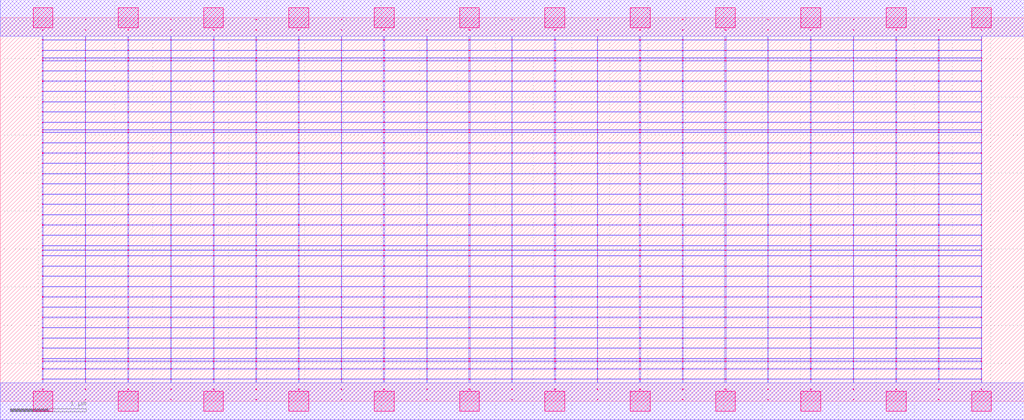
<source format=lef>
MACRO AAOAAOAI22122_DEBUG
 CLASS CORE ;
 FOREIGN AAOAAOAI22122_DEBUG 0 0 ;
 SIZE 13.44 BY 5.04 ;
 ORIGIN 0 0 ;
 SYMMETRY X Y R90 ;
 SITE unit ;

 OBS
    LAYER polycont ;
     RECT 6.71600000 2.58300000 6.72400000 2.59100000 ;
     RECT 6.71600000 2.71800000 6.72400000 2.72600000 ;
     RECT 6.71600000 2.85300000 6.72400000 2.86100000 ;
     RECT 6.71600000 2.98800000 6.72400000 2.99600000 ;
     RECT 8.95600000 2.58300000 8.96400000 2.59100000 ;
     RECT 9.51100000 2.58300000 9.52900000 2.59100000 ;
     RECT 10.07600000 2.58300000 10.08400000 2.59100000 ;
     RECT 10.63100000 2.58300000 10.64900000 2.59100000 ;
     RECT 11.19600000 2.58300000 11.20400000 2.59100000 ;
     RECT 11.75600000 2.58300000 11.76900000 2.59100000 ;
     RECT 12.31600000 2.58300000 12.32400000 2.59100000 ;
     RECT 12.87600000 2.58300000 12.88400000 2.59100000 ;
     RECT 7.27100000 2.58300000 7.28900000 2.59100000 ;
     RECT 7.27100000 2.71800000 7.28900000 2.72600000 ;
     RECT 7.83600000 2.71800000 7.84400000 2.72600000 ;
     RECT 8.39100000 2.71800000 8.40900000 2.72600000 ;
     RECT 8.95600000 2.71800000 8.96400000 2.72600000 ;
     RECT 9.51100000 2.71800000 9.52900000 2.72600000 ;
     RECT 10.07600000 2.71800000 10.08400000 2.72600000 ;
     RECT 10.63100000 2.71800000 10.64900000 2.72600000 ;
     RECT 11.19600000 2.71800000 11.20400000 2.72600000 ;
     RECT 11.75600000 2.71800000 11.76900000 2.72600000 ;
     RECT 12.31600000 2.71800000 12.32400000 2.72600000 ;
     RECT 12.87600000 2.71800000 12.88400000 2.72600000 ;
     RECT 7.83600000 2.58300000 7.84400000 2.59100000 ;
     RECT 7.27100000 2.85300000 7.28900000 2.86100000 ;
     RECT 7.83600000 2.85300000 7.84400000 2.86100000 ;
     RECT 8.39100000 2.85300000 8.40900000 2.86100000 ;
     RECT 8.95600000 2.85300000 8.96400000 2.86100000 ;
     RECT 9.51100000 2.85300000 9.52900000 2.86100000 ;
     RECT 10.07600000 2.85300000 10.08400000 2.86100000 ;
     RECT 10.63100000 2.85300000 10.64900000 2.86100000 ;
     RECT 11.19600000 2.85300000 11.20400000 2.86100000 ;
     RECT 11.75600000 2.85300000 11.76900000 2.86100000 ;
     RECT 12.31600000 2.85300000 12.32400000 2.86100000 ;
     RECT 12.87600000 2.85300000 12.88400000 2.86100000 ;
     RECT 8.39100000 2.58300000 8.40900000 2.59100000 ;
     RECT 7.27100000 2.98800000 7.28900000 2.99600000 ;
     RECT 7.83600000 2.98800000 7.84400000 2.99600000 ;
     RECT 8.39100000 2.98800000 8.40900000 2.99600000 ;
     RECT 8.95600000 2.98800000 8.96400000 2.99600000 ;
     RECT 9.51100000 2.98800000 9.52900000 2.99600000 ;
     RECT 10.07600000 2.98800000 10.08400000 2.99600000 ;
     RECT 10.63100000 2.98800000 10.64900000 2.99600000 ;
     RECT 11.19600000 2.98800000 11.20400000 2.99600000 ;
     RECT 11.75600000 2.98800000 11.76900000 2.99600000 ;
     RECT 12.31600000 2.98800000 12.32400000 2.99600000 ;
     RECT 12.87600000 2.98800000 12.88400000 2.99600000 ;
     RECT 12.31600000 3.12300000 12.32400000 3.13100000 ;
     RECT 12.87600000 3.12300000 12.88400000 3.13100000 ;
     RECT 12.31600000 3.25800000 12.32400000 3.26600000 ;
     RECT 12.87600000 3.25800000 12.88400000 3.26600000 ;
     RECT 12.31600000 3.39300000 12.32400000 3.40100000 ;
     RECT 12.87600000 3.39300000 12.88400000 3.40100000 ;
     RECT 12.31600000 3.52800000 12.32400000 3.53600000 ;
     RECT 12.87600000 3.52800000 12.88400000 3.53600000 ;
     RECT 12.31600000 3.56100000 12.32400000 3.56900000 ;
     RECT 12.87600000 3.56100000 12.88400000 3.56900000 ;
     RECT 12.31600000 3.66300000 12.32400000 3.67100000 ;
     RECT 12.87600000 3.66300000 12.88400000 3.67100000 ;
     RECT 12.31600000 3.79800000 12.32400000 3.80600000 ;
     RECT 12.87600000 3.79800000 12.88400000 3.80600000 ;
     RECT 12.31600000 3.93300000 12.32400000 3.94100000 ;
     RECT 12.87600000 3.93300000 12.88400000 3.94100000 ;
     RECT 12.31600000 4.06800000 12.32400000 4.07600000 ;
     RECT 12.87600000 4.06800000 12.88400000 4.07600000 ;
     RECT 12.31600000 4.20300000 12.32400000 4.21100000 ;
     RECT 12.87600000 4.20300000 12.88400000 4.21100000 ;
     RECT 12.31600000 4.33800000 12.32400000 4.34600000 ;
     RECT 12.87600000 4.33800000 12.88400000 4.34600000 ;
     RECT 12.31600000 4.47300000 12.32400000 4.48100000 ;
     RECT 12.87600000 4.47300000 12.88400000 4.48100000 ;
     RECT 12.31600000 4.51100000 12.32400000 4.51900000 ;
     RECT 12.87600000 4.51100000 12.88400000 4.51900000 ;
     RECT 12.31600000 4.60800000 12.32400000 4.61600000 ;
     RECT 12.87600000 4.60800000 12.88400000 4.61600000 ;
     RECT 12.31600000 4.74300000 12.32400000 4.75100000 ;
     RECT 12.87600000 4.74300000 12.88400000 4.75100000 ;
     RECT 12.31600000 4.87800000 12.32400000 4.88600000 ;
     RECT 12.87600000 4.87800000 12.88400000 4.88600000 ;
     RECT 2.23600000 2.58300000 2.24400000 2.59100000 ;
     RECT 2.79600000 2.58300000 2.80900000 2.59100000 ;
     RECT 3.35600000 2.58300000 3.36400000 2.59100000 ;
     RECT 3.91100000 2.58300000 3.92400000 2.59100000 ;
     RECT 4.47600000 2.58300000 4.48400000 2.59100000 ;
     RECT 5.03100000 2.58300000 5.04900000 2.59100000 ;
     RECT 5.59600000 2.58300000 5.60400000 2.59100000 ;
     RECT 6.15100000 2.58300000 6.16900000 2.59100000 ;
     RECT 0.55100000 2.58300000 0.56400000 2.59100000 ;
     RECT 0.55100000 2.71800000 0.56400000 2.72600000 ;
     RECT 0.55100000 2.85300000 0.56400000 2.86100000 ;
     RECT 1.11600000 2.85300000 1.12400000 2.86100000 ;
     RECT 3.35600000 3.12300000 3.36400000 3.13100000 ;
     RECT 1.67100000 2.85300000 1.68900000 2.86100000 ;
     RECT 2.23600000 2.85300000 2.24400000 2.86100000 ;
     RECT 3.35600000 3.25800000 3.36400000 3.26600000 ;
     RECT 2.79600000 2.85300000 2.80900000 2.86100000 ;
     RECT 3.35600000 2.85300000 3.36400000 2.86100000 ;
     RECT 3.35600000 3.39300000 3.36400000 3.40100000 ;
     RECT 3.91100000 2.85300000 3.92400000 2.86100000 ;
     RECT 4.47600000 2.85300000 4.48400000 2.86100000 ;
     RECT 3.35600000 3.52800000 3.36400000 3.53600000 ;
     RECT 5.03100000 2.85300000 5.04900000 2.86100000 ;
     RECT 5.59600000 2.85300000 5.60400000 2.86100000 ;
     RECT 3.35600000 3.56100000 3.36400000 3.56900000 ;
     RECT 6.15100000 2.85300000 6.16900000 2.86100000 ;
     RECT 1.11600000 2.71800000 1.12400000 2.72600000 ;
     RECT 3.35600000 3.66300000 3.36400000 3.67100000 ;
     RECT 1.67100000 2.71800000 1.68900000 2.72600000 ;
     RECT 2.23600000 2.71800000 2.24400000 2.72600000 ;
     RECT 3.35600000 3.79800000 3.36400000 3.80600000 ;
     RECT 2.79600000 2.71800000 2.80900000 2.72600000 ;
     RECT 3.35600000 2.71800000 3.36400000 2.72600000 ;
     RECT 3.35600000 3.93300000 3.36400000 3.94100000 ;
     RECT 3.91100000 2.71800000 3.92400000 2.72600000 ;
     RECT 4.47600000 2.71800000 4.48400000 2.72600000 ;
     RECT 3.35600000 4.06800000 3.36400000 4.07600000 ;
     RECT 5.03100000 2.71800000 5.04900000 2.72600000 ;
     RECT 5.59600000 2.71800000 5.60400000 2.72600000 ;
     RECT 3.35600000 4.20300000 3.36400000 4.21100000 ;
     RECT 6.15100000 2.71800000 6.16900000 2.72600000 ;
     RECT 1.11600000 2.58300000 1.12400000 2.59100000 ;
     RECT 3.35600000 4.33800000 3.36400000 4.34600000 ;
     RECT 1.67100000 2.58300000 1.68900000 2.59100000 ;
     RECT 0.55100000 2.98800000 0.56400000 2.99600000 ;
     RECT 3.35600000 4.47300000 3.36400000 4.48100000 ;
     RECT 1.11600000 2.98800000 1.12400000 2.99600000 ;
     RECT 1.67100000 2.98800000 1.68900000 2.99600000 ;
     RECT 3.35600000 4.51100000 3.36400000 4.51900000 ;
     RECT 2.23600000 2.98800000 2.24400000 2.99600000 ;
     RECT 2.79600000 2.98800000 2.80900000 2.99600000 ;
     RECT 3.35600000 4.60800000 3.36400000 4.61600000 ;
     RECT 3.35600000 2.98800000 3.36400000 2.99600000 ;
     RECT 3.91100000 2.98800000 3.92400000 2.99600000 ;
     RECT 3.35600000 4.74300000 3.36400000 4.75100000 ;
     RECT 4.47600000 2.98800000 4.48400000 2.99600000 ;
     RECT 5.03100000 2.98800000 5.04900000 2.99600000 ;
     RECT 3.35600000 4.87800000 3.36400000 4.88600000 ;
     RECT 5.59600000 2.98800000 5.60400000 2.99600000 ;
     RECT 6.15100000 2.98800000 6.16900000 2.99600000 ;
     RECT 4.47600000 0.15300000 4.48400000 0.16100000 ;
     RECT 4.47600000 0.28800000 4.48400000 0.29600000 ;
     RECT 4.47600000 0.42300000 4.48400000 0.43100000 ;
     RECT 4.47600000 0.52100000 4.48400000 0.52900000 ;
     RECT 4.47600000 0.55800000 4.48400000 0.56600000 ;
     RECT 4.47600000 0.69300000 4.48400000 0.70100000 ;
     RECT 4.47600000 0.82800000 4.48400000 0.83600000 ;
     RECT 4.47600000 0.96300000 4.48400000 0.97100000 ;
     RECT 4.47600000 1.09800000 4.48400000 1.10600000 ;
     RECT 4.47600000 1.23300000 4.48400000 1.24100000 ;
     RECT 4.47600000 1.36800000 4.48400000 1.37600000 ;
     RECT 4.47600000 1.50300000 4.48400000 1.51100000 ;
     RECT 4.47600000 1.63800000 4.48400000 1.64600000 ;
     RECT 4.47600000 1.77300000 4.48400000 1.78100000 ;
     RECT 4.47600000 1.90800000 4.48400000 1.91600000 ;
     RECT 4.47600000 1.98100000 4.48400000 1.98900000 ;
     RECT 4.47600000 2.04300000 4.48400000 2.05100000 ;
     RECT 4.47600000 2.17800000 4.48400000 2.18600000 ;
     RECT 4.47600000 2.31300000 4.48400000 2.32100000 ;
     RECT 4.47600000 2.44800000 4.48400000 2.45600000 ;
     RECT 7.83600000 0.42300000 7.84400000 0.43100000 ;
     RECT 7.83600000 1.36800000 7.84400000 1.37600000 ;
     RECT 7.83600000 0.69300000 7.84400000 0.70100000 ;
     RECT 7.83600000 1.50300000 7.84400000 1.51100000 ;
     RECT 7.83600000 0.28800000 7.84400000 0.29600000 ;
     RECT 7.83600000 1.63800000 7.84400000 1.64600000 ;
     RECT 7.83600000 0.82800000 7.84400000 0.83600000 ;
     RECT 7.83600000 1.77300000 7.84400000 1.78100000 ;
     RECT 7.83600000 0.52100000 7.84400000 0.52900000 ;
     RECT 7.83600000 1.90800000 7.84400000 1.91600000 ;
     RECT 7.83600000 0.96300000 7.84400000 0.97100000 ;
     RECT 7.83600000 1.98100000 7.84400000 1.98900000 ;
     RECT 7.83600000 0.15300000 7.84400000 0.16100000 ;
     RECT 7.83600000 2.04300000 7.84400000 2.05100000 ;
     RECT 7.83600000 1.09800000 7.84400000 1.10600000 ;
     RECT 7.83600000 2.17800000 7.84400000 2.18600000 ;
     RECT 7.83600000 0.55800000 7.84400000 0.56600000 ;
     RECT 7.83600000 2.31300000 7.84400000 2.32100000 ;
     RECT 7.83600000 1.23300000 7.84400000 1.24100000 ;
     RECT 7.83600000 2.44800000 7.84400000 2.45600000 ;

    LAYER pdiffc ;
     RECT 0.55100000 3.39300000 0.55900000 3.40100000 ;
     RECT 2.80100000 3.39300000 2.80900000 3.40100000 ;
     RECT 3.91100000 3.39300000 3.91900000 3.40100000 ;
     RECT 11.76100000 3.39300000 11.76900000 3.40100000 ;
     RECT 0.55100000 3.52800000 0.55900000 3.53600000 ;
     RECT 2.80100000 3.52800000 2.80900000 3.53600000 ;
     RECT 3.91100000 3.52800000 3.91900000 3.53600000 ;
     RECT 11.76100000 3.52800000 11.76900000 3.53600000 ;
     RECT 0.55100000 3.56100000 0.55900000 3.56900000 ;
     RECT 2.80100000 3.56100000 2.80900000 3.56900000 ;
     RECT 3.91100000 3.56100000 3.91900000 3.56900000 ;
     RECT 11.76100000 3.56100000 11.76900000 3.56900000 ;
     RECT 0.55100000 3.66300000 0.55900000 3.67100000 ;
     RECT 2.80100000 3.66300000 2.80900000 3.67100000 ;
     RECT 3.91100000 3.66300000 3.91900000 3.67100000 ;
     RECT 11.76100000 3.66300000 11.76900000 3.67100000 ;
     RECT 0.55100000 3.79800000 0.55900000 3.80600000 ;
     RECT 2.80100000 3.79800000 2.80900000 3.80600000 ;
     RECT 3.91100000 3.79800000 3.91900000 3.80600000 ;
     RECT 11.76100000 3.79800000 11.76900000 3.80600000 ;
     RECT 0.55100000 3.93300000 0.55900000 3.94100000 ;
     RECT 2.80100000 3.93300000 2.80900000 3.94100000 ;
     RECT 3.91100000 3.93300000 3.91900000 3.94100000 ;
     RECT 11.76100000 3.93300000 11.76900000 3.94100000 ;
     RECT 0.55100000 4.06800000 0.55900000 4.07600000 ;
     RECT 2.80100000 4.06800000 2.80900000 4.07600000 ;
     RECT 3.91100000 4.06800000 3.91900000 4.07600000 ;
     RECT 11.76100000 4.06800000 11.76900000 4.07600000 ;
     RECT 0.55100000 4.20300000 0.55900000 4.21100000 ;
     RECT 2.80100000 4.20300000 2.80900000 4.21100000 ;
     RECT 3.91100000 4.20300000 3.91900000 4.21100000 ;
     RECT 11.76100000 4.20300000 11.76900000 4.21100000 ;
     RECT 0.55100000 4.33800000 0.55900000 4.34600000 ;
     RECT 2.80100000 4.33800000 2.80900000 4.34600000 ;
     RECT 3.91100000 4.33800000 3.91900000 4.34600000 ;
     RECT 11.76100000 4.33800000 11.76900000 4.34600000 ;
     RECT 0.55100000 4.47300000 0.55900000 4.48100000 ;
     RECT 2.80100000 4.47300000 2.80900000 4.48100000 ;
     RECT 3.91100000 4.47300000 3.91900000 4.48100000 ;
     RECT 11.76100000 4.47300000 11.76900000 4.48100000 ;
     RECT 0.55100000 4.51100000 0.55900000 4.51900000 ;
     RECT 2.80100000 4.51100000 2.80900000 4.51900000 ;
     RECT 3.91100000 4.51100000 3.91900000 4.51900000 ;
     RECT 11.76100000 4.51100000 11.76900000 4.51900000 ;
     RECT 0.55100000 4.60800000 0.55900000 4.61600000 ;
     RECT 2.80100000 4.60800000 2.80900000 4.61600000 ;
     RECT 3.91100000 4.60800000 3.91900000 4.61600000 ;
     RECT 11.76100000 4.60800000 11.76900000 4.61600000 ;

    LAYER ndiffc ;
     RECT 7.27100000 0.42300000 7.28900000 0.43100000 ;
     RECT 8.39100000 0.42300000 8.40900000 0.43100000 ;
     RECT 9.51100000 0.42300000 9.52900000 0.43100000 ;
     RECT 10.63100000 0.42300000 10.64900000 0.43100000 ;
     RECT 11.75600000 0.42300000 11.76900000 0.43100000 ;
     RECT 12.87600000 0.42300000 12.88400000 0.43100000 ;
     RECT 7.27100000 0.52100000 7.28900000 0.52900000 ;
     RECT 8.39100000 0.52100000 8.40900000 0.52900000 ;
     RECT 9.51100000 0.52100000 9.52900000 0.52900000 ;
     RECT 10.63100000 0.52100000 10.64900000 0.52900000 ;
     RECT 11.75600000 0.52100000 11.76900000 0.52900000 ;
     RECT 12.87600000 0.52100000 12.88400000 0.52900000 ;
     RECT 7.27100000 0.55800000 7.28900000 0.56600000 ;
     RECT 8.39100000 0.55800000 8.40900000 0.56600000 ;
     RECT 9.51100000 0.55800000 9.52900000 0.56600000 ;
     RECT 10.63100000 0.55800000 10.64900000 0.56600000 ;
     RECT 11.75600000 0.55800000 11.76900000 0.56600000 ;
     RECT 12.87600000 0.55800000 12.88400000 0.56600000 ;
     RECT 7.27100000 0.69300000 7.28900000 0.70100000 ;
     RECT 8.39100000 0.69300000 8.40900000 0.70100000 ;
     RECT 9.51100000 0.69300000 9.52900000 0.70100000 ;
     RECT 10.63100000 0.69300000 10.64900000 0.70100000 ;
     RECT 11.75600000 0.69300000 11.76900000 0.70100000 ;
     RECT 12.87600000 0.69300000 12.88400000 0.70100000 ;
     RECT 7.27100000 0.82800000 7.28900000 0.83600000 ;
     RECT 8.39100000 0.82800000 8.40900000 0.83600000 ;
     RECT 9.51100000 0.82800000 9.52900000 0.83600000 ;
     RECT 10.63100000 0.82800000 10.64900000 0.83600000 ;
     RECT 11.75600000 0.82800000 11.76900000 0.83600000 ;
     RECT 12.87600000 0.82800000 12.88400000 0.83600000 ;
     RECT 7.27100000 0.96300000 7.28900000 0.97100000 ;
     RECT 8.39100000 0.96300000 8.40900000 0.97100000 ;
     RECT 9.51100000 0.96300000 9.52900000 0.97100000 ;
     RECT 10.63100000 0.96300000 10.64900000 0.97100000 ;
     RECT 11.75600000 0.96300000 11.76900000 0.97100000 ;
     RECT 12.87600000 0.96300000 12.88400000 0.97100000 ;
     RECT 7.27100000 1.09800000 7.28900000 1.10600000 ;
     RECT 8.39100000 1.09800000 8.40900000 1.10600000 ;
     RECT 9.51100000 1.09800000 9.52900000 1.10600000 ;
     RECT 10.63100000 1.09800000 10.64900000 1.10600000 ;
     RECT 11.75600000 1.09800000 11.76900000 1.10600000 ;
     RECT 12.87600000 1.09800000 12.88400000 1.10600000 ;
     RECT 7.27100000 1.23300000 7.28900000 1.24100000 ;
     RECT 8.39100000 1.23300000 8.40900000 1.24100000 ;
     RECT 9.51100000 1.23300000 9.52900000 1.24100000 ;
     RECT 10.63100000 1.23300000 10.64900000 1.24100000 ;
     RECT 11.75600000 1.23300000 11.76900000 1.24100000 ;
     RECT 12.87600000 1.23300000 12.88400000 1.24100000 ;
     RECT 7.27100000 1.36800000 7.28900000 1.37600000 ;
     RECT 8.39100000 1.36800000 8.40900000 1.37600000 ;
     RECT 9.51100000 1.36800000 9.52900000 1.37600000 ;
     RECT 10.63100000 1.36800000 10.64900000 1.37600000 ;
     RECT 11.75600000 1.36800000 11.76900000 1.37600000 ;
     RECT 12.87600000 1.36800000 12.88400000 1.37600000 ;
     RECT 7.27100000 1.50300000 7.28900000 1.51100000 ;
     RECT 8.39100000 1.50300000 8.40900000 1.51100000 ;
     RECT 9.51100000 1.50300000 9.52900000 1.51100000 ;
     RECT 10.63100000 1.50300000 10.64900000 1.51100000 ;
     RECT 11.75600000 1.50300000 11.76900000 1.51100000 ;
     RECT 12.87600000 1.50300000 12.88400000 1.51100000 ;
     RECT 7.27100000 1.63800000 7.28900000 1.64600000 ;
     RECT 8.39100000 1.63800000 8.40900000 1.64600000 ;
     RECT 9.51100000 1.63800000 9.52900000 1.64600000 ;
     RECT 10.63100000 1.63800000 10.64900000 1.64600000 ;
     RECT 11.75600000 1.63800000 11.76900000 1.64600000 ;
     RECT 12.87600000 1.63800000 12.88400000 1.64600000 ;
     RECT 7.27100000 1.77300000 7.28900000 1.78100000 ;
     RECT 8.39100000 1.77300000 8.40900000 1.78100000 ;
     RECT 9.51100000 1.77300000 9.52900000 1.78100000 ;
     RECT 10.63100000 1.77300000 10.64900000 1.78100000 ;
     RECT 11.75600000 1.77300000 11.76900000 1.78100000 ;
     RECT 12.87600000 1.77300000 12.88400000 1.78100000 ;
     RECT 7.27100000 1.90800000 7.28900000 1.91600000 ;
     RECT 8.39100000 1.90800000 8.40900000 1.91600000 ;
     RECT 9.51100000 1.90800000 9.52900000 1.91600000 ;
     RECT 10.63100000 1.90800000 10.64900000 1.91600000 ;
     RECT 11.75600000 1.90800000 11.76900000 1.91600000 ;
     RECT 12.87600000 1.90800000 12.88400000 1.91600000 ;
     RECT 7.27100000 1.98100000 7.28900000 1.98900000 ;
     RECT 8.39100000 1.98100000 8.40900000 1.98900000 ;
     RECT 9.51100000 1.98100000 9.52900000 1.98900000 ;
     RECT 10.63100000 1.98100000 10.64900000 1.98900000 ;
     RECT 11.75600000 1.98100000 11.76900000 1.98900000 ;
     RECT 12.87600000 1.98100000 12.88400000 1.98900000 ;
     RECT 7.27100000 2.04300000 7.28900000 2.05100000 ;
     RECT 8.39100000 2.04300000 8.40900000 2.05100000 ;
     RECT 9.51100000 2.04300000 9.52900000 2.05100000 ;
     RECT 10.63100000 2.04300000 10.64900000 2.05100000 ;
     RECT 11.75600000 2.04300000 11.76900000 2.05100000 ;
     RECT 12.87600000 2.04300000 12.88400000 2.05100000 ;
     RECT 0.55100000 0.42300000 0.56400000 0.43100000 ;
     RECT 1.67100000 0.42300000 1.68900000 0.43100000 ;
     RECT 2.79600000 0.42300000 2.80900000 0.43100000 ;
     RECT 3.91100000 0.42300000 3.92400000 0.43100000 ;
     RECT 5.03100000 0.42300000 5.04900000 0.43100000 ;
     RECT 6.15100000 0.42300000 6.16900000 0.43100000 ;
     RECT 0.55100000 1.36800000 0.56400000 1.37600000 ;
     RECT 1.67100000 1.36800000 1.68900000 1.37600000 ;
     RECT 2.79600000 1.36800000 2.80900000 1.37600000 ;
     RECT 3.91100000 1.36800000 3.92400000 1.37600000 ;
     RECT 5.03100000 1.36800000 5.04900000 1.37600000 ;
     RECT 6.15100000 1.36800000 6.16900000 1.37600000 ;
     RECT 0.55100000 0.82800000 0.56400000 0.83600000 ;
     RECT 1.67100000 0.82800000 1.68900000 0.83600000 ;
     RECT 2.79600000 0.82800000 2.80900000 0.83600000 ;
     RECT 3.91100000 0.82800000 3.92400000 0.83600000 ;
     RECT 5.03100000 0.82800000 5.04900000 0.83600000 ;
     RECT 6.15100000 0.82800000 6.16900000 0.83600000 ;
     RECT 0.55100000 1.50300000 0.56400000 1.51100000 ;
     RECT 1.67100000 1.50300000 1.68900000 1.51100000 ;
     RECT 2.79600000 1.50300000 2.80900000 1.51100000 ;
     RECT 3.91100000 1.50300000 3.92400000 1.51100000 ;
     RECT 5.03100000 1.50300000 5.04900000 1.51100000 ;
     RECT 6.15100000 1.50300000 6.16900000 1.51100000 ;
     RECT 0.55100000 0.55800000 0.56400000 0.56600000 ;
     RECT 1.67100000 0.55800000 1.68900000 0.56600000 ;
     RECT 2.79600000 0.55800000 2.80900000 0.56600000 ;
     RECT 3.91100000 0.55800000 3.92400000 0.56600000 ;
     RECT 5.03100000 0.55800000 5.04900000 0.56600000 ;
     RECT 6.15100000 0.55800000 6.16900000 0.56600000 ;
     RECT 0.55100000 1.63800000 0.56400000 1.64600000 ;
     RECT 1.67100000 1.63800000 1.68900000 1.64600000 ;
     RECT 2.79600000 1.63800000 2.80900000 1.64600000 ;
     RECT 3.91100000 1.63800000 3.92400000 1.64600000 ;
     RECT 5.03100000 1.63800000 5.04900000 1.64600000 ;
     RECT 6.15100000 1.63800000 6.16900000 1.64600000 ;
     RECT 0.55100000 0.96300000 0.56400000 0.97100000 ;
     RECT 1.67100000 0.96300000 1.68900000 0.97100000 ;
     RECT 2.79600000 0.96300000 2.80900000 0.97100000 ;
     RECT 3.91100000 0.96300000 3.92400000 0.97100000 ;
     RECT 5.03100000 0.96300000 5.04900000 0.97100000 ;
     RECT 6.15100000 0.96300000 6.16900000 0.97100000 ;
     RECT 0.55100000 1.77300000 0.56400000 1.78100000 ;
     RECT 1.67100000 1.77300000 1.68900000 1.78100000 ;
     RECT 2.79600000 1.77300000 2.80900000 1.78100000 ;
     RECT 3.91100000 1.77300000 3.92400000 1.78100000 ;
     RECT 5.03100000 1.77300000 5.04900000 1.78100000 ;
     RECT 6.15100000 1.77300000 6.16900000 1.78100000 ;
     RECT 0.55100000 0.52100000 0.56400000 0.52900000 ;
     RECT 1.67100000 0.52100000 1.68900000 0.52900000 ;
     RECT 2.79600000 0.52100000 2.80900000 0.52900000 ;
     RECT 3.91100000 0.52100000 3.92400000 0.52900000 ;
     RECT 5.03100000 0.52100000 5.04900000 0.52900000 ;
     RECT 6.15100000 0.52100000 6.16900000 0.52900000 ;
     RECT 0.55100000 1.90800000 0.56400000 1.91600000 ;
     RECT 1.67100000 1.90800000 1.68900000 1.91600000 ;
     RECT 2.79600000 1.90800000 2.80900000 1.91600000 ;
     RECT 3.91100000 1.90800000 3.92400000 1.91600000 ;
     RECT 5.03100000 1.90800000 5.04900000 1.91600000 ;
     RECT 6.15100000 1.90800000 6.16900000 1.91600000 ;
     RECT 0.55100000 1.09800000 0.56400000 1.10600000 ;
     RECT 1.67100000 1.09800000 1.68900000 1.10600000 ;
     RECT 2.79600000 1.09800000 2.80900000 1.10600000 ;
     RECT 3.91100000 1.09800000 3.92400000 1.10600000 ;
     RECT 5.03100000 1.09800000 5.04900000 1.10600000 ;
     RECT 6.15100000 1.09800000 6.16900000 1.10600000 ;
     RECT 0.55100000 1.98100000 0.56400000 1.98900000 ;
     RECT 1.67100000 1.98100000 1.68900000 1.98900000 ;
     RECT 2.79600000 1.98100000 2.80900000 1.98900000 ;
     RECT 3.91100000 1.98100000 3.92400000 1.98900000 ;
     RECT 5.03100000 1.98100000 5.04900000 1.98900000 ;
     RECT 6.15100000 1.98100000 6.16900000 1.98900000 ;
     RECT 0.55100000 0.69300000 0.56400000 0.70100000 ;
     RECT 1.67100000 0.69300000 1.68900000 0.70100000 ;
     RECT 2.79600000 0.69300000 2.80900000 0.70100000 ;
     RECT 3.91100000 0.69300000 3.92400000 0.70100000 ;
     RECT 5.03100000 0.69300000 5.04900000 0.70100000 ;
     RECT 6.15100000 0.69300000 6.16900000 0.70100000 ;
     RECT 0.55100000 2.04300000 0.56400000 2.05100000 ;
     RECT 1.67100000 2.04300000 1.68900000 2.05100000 ;
     RECT 2.79600000 2.04300000 2.80900000 2.05100000 ;
     RECT 3.91100000 2.04300000 3.92400000 2.05100000 ;
     RECT 5.03100000 2.04300000 5.04900000 2.05100000 ;
     RECT 6.15100000 2.04300000 6.16900000 2.05100000 ;
     RECT 0.55100000 1.23300000 0.56400000 1.24100000 ;
     RECT 1.67100000 1.23300000 1.68900000 1.24100000 ;
     RECT 2.79600000 1.23300000 2.80900000 1.24100000 ;
     RECT 3.91100000 1.23300000 3.92400000 1.24100000 ;
     RECT 5.03100000 1.23300000 5.04900000 1.24100000 ;
     RECT 6.15100000 1.23300000 6.16900000 1.24100000 ;

    LAYER met1 ;
     RECT 0.00000000 -0.24000000 13.44000000 0.24000000 ;
     RECT 6.71600000 0.24000000 6.72400000 0.28800000 ;
     RECT 0.55100000 0.28800000 12.88400000 0.29600000 ;
     RECT 6.71600000 0.29600000 6.72400000 0.42300000 ;
     RECT 0.55100000 0.42300000 12.88400000 0.43100000 ;
     RECT 6.71600000 0.43100000 6.72400000 0.52100000 ;
     RECT 0.55100000 0.52100000 12.88400000 0.52900000 ;
     RECT 6.71600000 0.52900000 6.72400000 0.55800000 ;
     RECT 0.55100000 0.55800000 12.88400000 0.56600000 ;
     RECT 6.71600000 0.56600000 6.72400000 0.69300000 ;
     RECT 0.55100000 0.69300000 12.88400000 0.70100000 ;
     RECT 6.71600000 0.70100000 6.72400000 0.82800000 ;
     RECT 0.55100000 0.82800000 12.88400000 0.83600000 ;
     RECT 6.71600000 0.83600000 6.72400000 0.96300000 ;
     RECT 0.55100000 0.96300000 12.88400000 0.97100000 ;
     RECT 6.71600000 0.97100000 6.72400000 1.09800000 ;
     RECT 0.55100000 1.09800000 12.88400000 1.10600000 ;
     RECT 6.71600000 1.10600000 6.72400000 1.23300000 ;
     RECT 0.55100000 1.23300000 12.88400000 1.24100000 ;
     RECT 6.71600000 1.24100000 6.72400000 1.36800000 ;
     RECT 0.55100000 1.36800000 12.88400000 1.37600000 ;
     RECT 6.71600000 1.37600000 6.72400000 1.50300000 ;
     RECT 0.55100000 1.50300000 12.88400000 1.51100000 ;
     RECT 6.71600000 1.51100000 6.72400000 1.63800000 ;
     RECT 0.55100000 1.63800000 12.88400000 1.64600000 ;
     RECT 6.71600000 1.64600000 6.72400000 1.77300000 ;
     RECT 0.55100000 1.77300000 12.88400000 1.78100000 ;
     RECT 6.71600000 1.78100000 6.72400000 1.90800000 ;
     RECT 0.55100000 1.90800000 12.88400000 1.91600000 ;
     RECT 6.71600000 1.91600000 6.72400000 1.98100000 ;
     RECT 0.55100000 1.98100000 12.88400000 1.98900000 ;
     RECT 6.71600000 1.98900000 6.72400000 2.04300000 ;
     RECT 0.55100000 2.04300000 12.88400000 2.05100000 ;
     RECT 6.71600000 2.05100000 6.72400000 2.17800000 ;
     RECT 0.55100000 2.17800000 12.88400000 2.18600000 ;
     RECT 6.71600000 2.18600000 6.72400000 2.31300000 ;
     RECT 0.55100000 2.31300000 12.88400000 2.32100000 ;
     RECT 6.71600000 2.32100000 6.72400000 2.44800000 ;
     RECT 0.55100000 2.44800000 12.88400000 2.45600000 ;
     RECT 0.55100000 2.45600000 0.56400000 2.58300000 ;
     RECT 1.11600000 2.45600000 1.12400000 2.58300000 ;
     RECT 1.67100000 2.45600000 1.68900000 2.58300000 ;
     RECT 2.23600000 2.45600000 2.24400000 2.58300000 ;
     RECT 2.79600000 2.45600000 2.80900000 2.58300000 ;
     RECT 3.35600000 2.45600000 3.36400000 2.58300000 ;
     RECT 3.91100000 2.45600000 3.92400000 2.58300000 ;
     RECT 4.47600000 2.45600000 4.48400000 2.58300000 ;
     RECT 5.03100000 2.45600000 5.04900000 2.58300000 ;
     RECT 5.59600000 2.45600000 5.60400000 2.58300000 ;
     RECT 6.15100000 2.45600000 6.16900000 2.58300000 ;
     RECT 6.71600000 2.45600000 6.72400000 2.58300000 ;
     RECT 7.27100000 2.45600000 7.28900000 2.58300000 ;
     RECT 7.83600000 2.45600000 7.84400000 2.58300000 ;
     RECT 8.39100000 2.45600000 8.40900000 2.58300000 ;
     RECT 8.95600000 2.45600000 8.96400000 2.58300000 ;
     RECT 9.51100000 2.45600000 9.52900000 2.58300000 ;
     RECT 10.07600000 2.45600000 10.08400000 2.58300000 ;
     RECT 10.63100000 2.45600000 10.64900000 2.58300000 ;
     RECT 11.19600000 2.45600000 11.20400000 2.58300000 ;
     RECT 11.75600000 2.45600000 11.76900000 2.58300000 ;
     RECT 12.31600000 2.45600000 12.32400000 2.58300000 ;
     RECT 12.87600000 2.45600000 12.88400000 2.58300000 ;
     RECT 0.55100000 2.58300000 12.88400000 2.59100000 ;
     RECT 6.71600000 2.59100000 6.72400000 2.71800000 ;
     RECT 0.55100000 2.71800000 12.88400000 2.72600000 ;
     RECT 6.71600000 2.72600000 6.72400000 2.85300000 ;
     RECT 0.55100000 2.85300000 12.88400000 2.86100000 ;
     RECT 6.71600000 2.86100000 6.72400000 2.98800000 ;
     RECT 0.55100000 2.98800000 12.88400000 2.99600000 ;
     RECT 6.71600000 2.99600000 6.72400000 3.12300000 ;
     RECT 0.55100000 3.12300000 12.88400000 3.13100000 ;
     RECT 6.71600000 3.13100000 6.72400000 3.25800000 ;
     RECT 0.55100000 3.25800000 12.88400000 3.26600000 ;
     RECT 6.71600000 3.26600000 6.72400000 3.39300000 ;
     RECT 0.55100000 3.39300000 12.88400000 3.40100000 ;
     RECT 6.71600000 3.40100000 6.72400000 3.52800000 ;
     RECT 0.55100000 3.52800000 12.88400000 3.53600000 ;
     RECT 6.71600000 3.53600000 6.72400000 3.56100000 ;
     RECT 0.55100000 3.56100000 12.88400000 3.56900000 ;
     RECT 6.71600000 3.56900000 6.72400000 3.66300000 ;
     RECT 0.55100000 3.66300000 12.88400000 3.67100000 ;
     RECT 6.71600000 3.67100000 6.72400000 3.79800000 ;
     RECT 0.55100000 3.79800000 12.88400000 3.80600000 ;
     RECT 6.71600000 3.80600000 6.72400000 3.93300000 ;
     RECT 0.55100000 3.93300000 12.88400000 3.94100000 ;
     RECT 6.71600000 3.94100000 6.72400000 4.06800000 ;
     RECT 0.55100000 4.06800000 12.88400000 4.07600000 ;
     RECT 6.71600000 4.07600000 6.72400000 4.20300000 ;
     RECT 0.55100000 4.20300000 12.88400000 4.21100000 ;
     RECT 6.71600000 4.21100000 6.72400000 4.33800000 ;
     RECT 0.55100000 4.33800000 12.88400000 4.34600000 ;
     RECT 6.71600000 4.34600000 6.72400000 4.47300000 ;
     RECT 0.55100000 4.47300000 12.88400000 4.48100000 ;
     RECT 6.71600000 4.48100000 6.72400000 4.51100000 ;
     RECT 0.55100000 4.51100000 12.88400000 4.51900000 ;
     RECT 6.71600000 4.51900000 6.72400000 4.60800000 ;
     RECT 0.55100000 4.60800000 12.88400000 4.61600000 ;
     RECT 6.71600000 4.61600000 6.72400000 4.74300000 ;
     RECT 0.55100000 4.74300000 12.88400000 4.75100000 ;
     RECT 6.71600000 4.75100000 6.72400000 4.80000000 ;
     RECT 0.00000000 4.80000000 13.44000000 5.28000000 ;
     RECT 10.07600000 2.59100000 10.08400000 2.71800000 ;
     RECT 10.07600000 2.99600000 10.08400000 3.12300000 ;
     RECT 10.07600000 3.13100000 10.08400000 3.25800000 ;
     RECT 10.07600000 3.26600000 10.08400000 3.39300000 ;
     RECT 10.07600000 3.40100000 10.08400000 3.52800000 ;
     RECT 10.07600000 3.53600000 10.08400000 3.56100000 ;
     RECT 10.07600000 3.56900000 10.08400000 3.66300000 ;
     RECT 10.07600000 3.67100000 10.08400000 3.79800000 ;
     RECT 10.07600000 2.72600000 10.08400000 2.85300000 ;
     RECT 7.27100000 3.80600000 7.28900000 3.93300000 ;
     RECT 7.83600000 3.80600000 7.84400000 3.93300000 ;
     RECT 8.39100000 3.80600000 8.40900000 3.93300000 ;
     RECT 8.95600000 3.80600000 8.96400000 3.93300000 ;
     RECT 9.51100000 3.80600000 9.52900000 3.93300000 ;
     RECT 10.07600000 3.80600000 10.08400000 3.93300000 ;
     RECT 10.63100000 3.80600000 10.64900000 3.93300000 ;
     RECT 11.19600000 3.80600000 11.20400000 3.93300000 ;
     RECT 11.75600000 3.80600000 11.76900000 3.93300000 ;
     RECT 12.31600000 3.80600000 12.32400000 3.93300000 ;
     RECT 12.87600000 3.80600000 12.88400000 3.93300000 ;
     RECT 10.07600000 3.94100000 10.08400000 4.06800000 ;
     RECT 10.07600000 4.07600000 10.08400000 4.20300000 ;
     RECT 10.07600000 4.21100000 10.08400000 4.33800000 ;
     RECT 10.07600000 4.34600000 10.08400000 4.47300000 ;
     RECT 10.07600000 4.48100000 10.08400000 4.51100000 ;
     RECT 10.07600000 2.86100000 10.08400000 2.98800000 ;
     RECT 10.07600000 4.51900000 10.08400000 4.60800000 ;
     RECT 10.07600000 4.61600000 10.08400000 4.74300000 ;
     RECT 10.07600000 4.75100000 10.08400000 4.80000000 ;
     RECT 11.75600000 4.07600000 11.76900000 4.20300000 ;
     RECT 12.31600000 4.07600000 12.32400000 4.20300000 ;
     RECT 12.87600000 4.07600000 12.88400000 4.20300000 ;
     RECT 11.19600000 3.94100000 11.20400000 4.06800000 ;
     RECT 10.63100000 4.21100000 10.64900000 4.33800000 ;
     RECT 11.19600000 4.21100000 11.20400000 4.33800000 ;
     RECT 11.75600000 4.21100000 11.76900000 4.33800000 ;
     RECT 12.31600000 4.21100000 12.32400000 4.33800000 ;
     RECT 12.87600000 4.21100000 12.88400000 4.33800000 ;
     RECT 11.75600000 3.94100000 11.76900000 4.06800000 ;
     RECT 10.63100000 4.34600000 10.64900000 4.47300000 ;
     RECT 11.19600000 4.34600000 11.20400000 4.47300000 ;
     RECT 11.75600000 4.34600000 11.76900000 4.47300000 ;
     RECT 12.31600000 4.34600000 12.32400000 4.47300000 ;
     RECT 12.87600000 4.34600000 12.88400000 4.47300000 ;
     RECT 12.31600000 3.94100000 12.32400000 4.06800000 ;
     RECT 10.63100000 4.48100000 10.64900000 4.51100000 ;
     RECT 11.19600000 4.48100000 11.20400000 4.51100000 ;
     RECT 11.75600000 4.48100000 11.76900000 4.51100000 ;
     RECT 12.31600000 4.48100000 12.32400000 4.51100000 ;
     RECT 12.87600000 4.48100000 12.88400000 4.51100000 ;
     RECT 12.87600000 3.94100000 12.88400000 4.06800000 ;
     RECT 10.63100000 3.94100000 10.64900000 4.06800000 ;
     RECT 10.63100000 4.51900000 10.64900000 4.60800000 ;
     RECT 11.19600000 4.51900000 11.20400000 4.60800000 ;
     RECT 11.75600000 4.51900000 11.76900000 4.60800000 ;
     RECT 12.31600000 4.51900000 12.32400000 4.60800000 ;
     RECT 12.87600000 4.51900000 12.88400000 4.60800000 ;
     RECT 10.63100000 4.07600000 10.64900000 4.20300000 ;
     RECT 10.63100000 4.61600000 10.64900000 4.74300000 ;
     RECT 11.19600000 4.61600000 11.20400000 4.74300000 ;
     RECT 11.75600000 4.61600000 11.76900000 4.74300000 ;
     RECT 12.31600000 4.61600000 12.32400000 4.74300000 ;
     RECT 12.87600000 4.61600000 12.88400000 4.74300000 ;
     RECT 11.19600000 4.07600000 11.20400000 4.20300000 ;
     RECT 10.63100000 4.75100000 10.64900000 4.80000000 ;
     RECT 11.19600000 4.75100000 11.20400000 4.80000000 ;
     RECT 11.75600000 4.75100000 11.76900000 4.80000000 ;
     RECT 12.31600000 4.75100000 12.32400000 4.80000000 ;
     RECT 12.87600000 4.75100000 12.88400000 4.80000000 ;
     RECT 8.39100000 4.21100000 8.40900000 4.33800000 ;
     RECT 8.95600000 4.21100000 8.96400000 4.33800000 ;
     RECT 9.51100000 4.21100000 9.52900000 4.33800000 ;
     RECT 7.83600000 4.07600000 7.84400000 4.20300000 ;
     RECT 8.39100000 4.07600000 8.40900000 4.20300000 ;
     RECT 8.95600000 4.07600000 8.96400000 4.20300000 ;
     RECT 9.51100000 4.07600000 9.52900000 4.20300000 ;
     RECT 7.27100000 4.51900000 7.28900000 4.60800000 ;
     RECT 7.83600000 4.51900000 7.84400000 4.60800000 ;
     RECT 8.39100000 4.51900000 8.40900000 4.60800000 ;
     RECT 8.95600000 4.51900000 8.96400000 4.60800000 ;
     RECT 9.51100000 4.51900000 9.52900000 4.60800000 ;
     RECT 7.83600000 3.94100000 7.84400000 4.06800000 ;
     RECT 8.39100000 3.94100000 8.40900000 4.06800000 ;
     RECT 7.27100000 4.34600000 7.28900000 4.47300000 ;
     RECT 7.83600000 4.34600000 7.84400000 4.47300000 ;
     RECT 8.39100000 4.34600000 8.40900000 4.47300000 ;
     RECT 8.95600000 4.34600000 8.96400000 4.47300000 ;
     RECT 7.27100000 4.61600000 7.28900000 4.74300000 ;
     RECT 7.83600000 4.61600000 7.84400000 4.74300000 ;
     RECT 8.39100000 4.61600000 8.40900000 4.74300000 ;
     RECT 8.95600000 4.61600000 8.96400000 4.74300000 ;
     RECT 9.51100000 4.61600000 9.52900000 4.74300000 ;
     RECT 9.51100000 4.34600000 9.52900000 4.47300000 ;
     RECT 8.95600000 3.94100000 8.96400000 4.06800000 ;
     RECT 9.51100000 3.94100000 9.52900000 4.06800000 ;
     RECT 7.27100000 3.94100000 7.28900000 4.06800000 ;
     RECT 7.27100000 4.07600000 7.28900000 4.20300000 ;
     RECT 7.27100000 4.21100000 7.28900000 4.33800000 ;
     RECT 7.27100000 4.75100000 7.28900000 4.80000000 ;
     RECT 7.83600000 4.75100000 7.84400000 4.80000000 ;
     RECT 8.39100000 4.75100000 8.40900000 4.80000000 ;
     RECT 8.95600000 4.75100000 8.96400000 4.80000000 ;
     RECT 9.51100000 4.75100000 9.52900000 4.80000000 ;
     RECT 7.83600000 4.21100000 7.84400000 4.33800000 ;
     RECT 7.27100000 4.48100000 7.28900000 4.51100000 ;
     RECT 7.83600000 4.48100000 7.84400000 4.51100000 ;
     RECT 8.39100000 4.48100000 8.40900000 4.51100000 ;
     RECT 8.95600000 4.48100000 8.96400000 4.51100000 ;
     RECT 9.51100000 4.48100000 9.52900000 4.51100000 ;
     RECT 7.83600000 2.99600000 7.84400000 3.12300000 ;
     RECT 7.27100000 2.59100000 7.28900000 2.71800000 ;
     RECT 8.39100000 2.86100000 8.40900000 2.98800000 ;
     RECT 8.95600000 2.86100000 8.96400000 2.98800000 ;
     RECT 7.27100000 3.40100000 7.28900000 3.52800000 ;
     RECT 7.83600000 3.40100000 7.84400000 3.52800000 ;
     RECT 8.39100000 3.40100000 8.40900000 3.52800000 ;
     RECT 8.95600000 3.40100000 8.96400000 3.52800000 ;
     RECT 9.51100000 3.40100000 9.52900000 3.52800000 ;
     RECT 8.39100000 2.99600000 8.40900000 3.12300000 ;
     RECT 7.83600000 2.59100000 7.84400000 2.71800000 ;
     RECT 7.27100000 2.72600000 7.28900000 2.85300000 ;
     RECT 7.27100000 3.53600000 7.28900000 3.56100000 ;
     RECT 7.83600000 3.53600000 7.84400000 3.56100000 ;
     RECT 8.39100000 3.53600000 8.40900000 3.56100000 ;
     RECT 9.51100000 2.86100000 9.52900000 2.98800000 ;
     RECT 8.95600000 3.53600000 8.96400000 3.56100000 ;
     RECT 9.51100000 3.53600000 9.52900000 3.56100000 ;
     RECT 8.95600000 2.99600000 8.96400000 3.12300000 ;
     RECT 7.83600000 2.72600000 7.84400000 2.85300000 ;
     RECT 8.39100000 2.72600000 8.40900000 2.85300000 ;
     RECT 7.27100000 3.56900000 7.28900000 3.66300000 ;
     RECT 7.83600000 3.56900000 7.84400000 3.66300000 ;
     RECT 8.39100000 3.56900000 8.40900000 3.66300000 ;
     RECT 8.95600000 3.56900000 8.96400000 3.66300000 ;
     RECT 9.51100000 3.56900000 9.52900000 3.66300000 ;
     RECT 8.39100000 2.59100000 8.40900000 2.71800000 ;
     RECT 8.95600000 2.59100000 8.96400000 2.71800000 ;
     RECT 9.51100000 2.99600000 9.52900000 3.12300000 ;
     RECT 8.95600000 2.72600000 8.96400000 2.85300000 ;
     RECT 9.51100000 2.72600000 9.52900000 2.85300000 ;
     RECT 7.27100000 3.67100000 7.28900000 3.79800000 ;
     RECT 7.83600000 3.67100000 7.84400000 3.79800000 ;
     RECT 8.39100000 3.67100000 8.40900000 3.79800000 ;
     RECT 8.95600000 3.67100000 8.96400000 3.79800000 ;
     RECT 9.51100000 3.67100000 9.52900000 3.79800000 ;
     RECT 9.51100000 2.59100000 9.52900000 2.71800000 ;
     RECT 7.27100000 3.13100000 7.28900000 3.25800000 ;
     RECT 7.83600000 3.13100000 7.84400000 3.25800000 ;
     RECT 7.27100000 2.86100000 7.28900000 2.98800000 ;
     RECT 7.83600000 2.86100000 7.84400000 2.98800000 ;
     RECT 8.39100000 3.13100000 8.40900000 3.25800000 ;
     RECT 8.95600000 3.13100000 8.96400000 3.25800000 ;
     RECT 9.51100000 3.13100000 9.52900000 3.25800000 ;
     RECT 7.27100000 2.99600000 7.28900000 3.12300000 ;
     RECT 7.27100000 3.26600000 7.28900000 3.39300000 ;
     RECT 7.83600000 3.26600000 7.84400000 3.39300000 ;
     RECT 8.39100000 3.26600000 8.40900000 3.39300000 ;
     RECT 8.95600000 3.26600000 8.96400000 3.39300000 ;
     RECT 9.51100000 3.26600000 9.52900000 3.39300000 ;
     RECT 10.63100000 3.13100000 10.64900000 3.25800000 ;
     RECT 11.19600000 3.13100000 11.20400000 3.25800000 ;
     RECT 10.63100000 3.56900000 10.64900000 3.66300000 ;
     RECT 12.31600000 2.72600000 12.32400000 2.85300000 ;
     RECT 12.87600000 2.72600000 12.88400000 2.85300000 ;
     RECT 11.19600000 3.56900000 11.20400000 3.66300000 ;
     RECT 11.75600000 3.56900000 11.76900000 3.66300000 ;
     RECT 12.31600000 3.56900000 12.32400000 3.66300000 ;
     RECT 12.87600000 3.56900000 12.88400000 3.66300000 ;
     RECT 11.75600000 3.13100000 11.76900000 3.25800000 ;
     RECT 12.31600000 3.13100000 12.32400000 3.25800000 ;
     RECT 12.87600000 3.13100000 12.88400000 3.25800000 ;
     RECT 11.75600000 2.59100000 11.76900000 2.71800000 ;
     RECT 10.63100000 3.40100000 10.64900000 3.52800000 ;
     RECT 11.19600000 3.40100000 11.20400000 3.52800000 ;
     RECT 11.75600000 3.40100000 11.76900000 3.52800000 ;
     RECT 12.31600000 3.40100000 12.32400000 3.52800000 ;
     RECT 10.63100000 3.67100000 10.64900000 3.79800000 ;
     RECT 11.19600000 3.67100000 11.20400000 3.79800000 ;
     RECT 11.75600000 3.67100000 11.76900000 3.79800000 ;
     RECT 12.31600000 3.67100000 12.32400000 3.79800000 ;
     RECT 12.87600000 3.67100000 12.88400000 3.79800000 ;
     RECT 12.87600000 3.40100000 12.88400000 3.52800000 ;
     RECT 10.63100000 2.86100000 10.64900000 2.98800000 ;
     RECT 11.19600000 2.86100000 11.20400000 2.98800000 ;
     RECT 10.63100000 2.72600000 10.64900000 2.85300000 ;
     RECT 12.31600000 2.59100000 12.32400000 2.71800000 ;
     RECT 11.19600000 2.59100000 11.20400000 2.71800000 ;
     RECT 10.63100000 2.99600000 10.64900000 3.12300000 ;
     RECT 11.19600000 2.99600000 11.20400000 3.12300000 ;
     RECT 11.75600000 2.99600000 11.76900000 3.12300000 ;
     RECT 12.31600000 2.99600000 12.32400000 3.12300000 ;
     RECT 12.87600000 2.99600000 12.88400000 3.12300000 ;
     RECT 10.63100000 3.26600000 10.64900000 3.39300000 ;
     RECT 10.63100000 3.53600000 10.64900000 3.56100000 ;
     RECT 11.19600000 3.53600000 11.20400000 3.56100000 ;
     RECT 11.75600000 2.86100000 11.76900000 2.98800000 ;
     RECT 12.31600000 2.86100000 12.32400000 2.98800000 ;
     RECT 11.75600000 3.53600000 11.76900000 3.56100000 ;
     RECT 11.19600000 2.72600000 11.20400000 2.85300000 ;
     RECT 11.75600000 2.72600000 11.76900000 2.85300000 ;
     RECT 12.31600000 3.53600000 12.32400000 3.56100000 ;
     RECT 12.87600000 3.53600000 12.88400000 3.56100000 ;
     RECT 11.19600000 3.26600000 11.20400000 3.39300000 ;
     RECT 11.75600000 3.26600000 11.76900000 3.39300000 ;
     RECT 12.31600000 3.26600000 12.32400000 3.39300000 ;
     RECT 12.87600000 3.26600000 12.88400000 3.39300000 ;
     RECT 12.87600000 2.59100000 12.88400000 2.71800000 ;
     RECT 10.63100000 2.59100000 10.64900000 2.71800000 ;
     RECT 12.87600000 2.86100000 12.88400000 2.98800000 ;
     RECT 4.47600000 3.80600000 4.48400000 3.93300000 ;
     RECT 5.03100000 3.80600000 5.04900000 3.93300000 ;
     RECT 5.59600000 3.80600000 5.60400000 3.93300000 ;
     RECT 6.15100000 3.80600000 6.16900000 3.93300000 ;
     RECT 3.35600000 2.59100000 3.36400000 2.71800000 ;
     RECT 3.35600000 3.94100000 3.36400000 4.06800000 ;
     RECT 3.35600000 2.99600000 3.36400000 3.12300000 ;
     RECT 3.35600000 3.40100000 3.36400000 3.52800000 ;
     RECT 3.35600000 4.07600000 3.36400000 4.20300000 ;
     RECT 3.35600000 4.21100000 3.36400000 4.33800000 ;
     RECT 3.35600000 3.53600000 3.36400000 3.56100000 ;
     RECT 3.35600000 4.34600000 3.36400000 4.47300000 ;
     RECT 3.35600000 3.13100000 3.36400000 3.25800000 ;
     RECT 3.35600000 4.48100000 3.36400000 4.51100000 ;
     RECT 3.35600000 3.56900000 3.36400000 3.66300000 ;
     RECT 3.35600000 2.86100000 3.36400000 2.98800000 ;
     RECT 3.35600000 4.51900000 3.36400000 4.60800000 ;
     RECT 3.35600000 4.61600000 3.36400000 4.74300000 ;
     RECT 3.35600000 3.67100000 3.36400000 3.79800000 ;
     RECT 3.35600000 2.72600000 3.36400000 2.85300000 ;
     RECT 3.35600000 4.75100000 3.36400000 4.80000000 ;
     RECT 3.35600000 3.26600000 3.36400000 3.39300000 ;
     RECT 0.55100000 3.80600000 0.56400000 3.93300000 ;
     RECT 1.11600000 3.80600000 1.12400000 3.93300000 ;
     RECT 1.67100000 3.80600000 1.68900000 3.93300000 ;
     RECT 2.23600000 3.80600000 2.24400000 3.93300000 ;
     RECT 2.79600000 3.80600000 2.80900000 3.93300000 ;
     RECT 3.35600000 3.80600000 3.36400000 3.93300000 ;
     RECT 3.91100000 3.80600000 3.92400000 3.93300000 ;
     RECT 5.03100000 4.34600000 5.04900000 4.47300000 ;
     RECT 5.59600000 4.34600000 5.60400000 4.47300000 ;
     RECT 6.15100000 4.34600000 6.16900000 4.47300000 ;
     RECT 4.47600000 3.94100000 4.48400000 4.06800000 ;
     RECT 5.03100000 3.94100000 5.04900000 4.06800000 ;
     RECT 3.91100000 4.48100000 3.92400000 4.51100000 ;
     RECT 4.47600000 4.48100000 4.48400000 4.51100000 ;
     RECT 5.03100000 4.48100000 5.04900000 4.51100000 ;
     RECT 5.59600000 4.48100000 5.60400000 4.51100000 ;
     RECT 6.15100000 4.48100000 6.16900000 4.51100000 ;
     RECT 3.91100000 4.07600000 3.92400000 4.20300000 ;
     RECT 4.47600000 4.07600000 4.48400000 4.20300000 ;
     RECT 5.03100000 4.07600000 5.04900000 4.20300000 ;
     RECT 3.91100000 4.51900000 3.92400000 4.60800000 ;
     RECT 4.47600000 4.51900000 4.48400000 4.60800000 ;
     RECT 5.03100000 4.51900000 5.04900000 4.60800000 ;
     RECT 5.59600000 4.51900000 5.60400000 4.60800000 ;
     RECT 6.15100000 4.51900000 6.16900000 4.60800000 ;
     RECT 5.59600000 4.07600000 5.60400000 4.20300000 ;
     RECT 3.91100000 4.61600000 3.92400000 4.74300000 ;
     RECT 4.47600000 4.61600000 4.48400000 4.74300000 ;
     RECT 5.03100000 4.61600000 5.04900000 4.74300000 ;
     RECT 5.59600000 4.61600000 5.60400000 4.74300000 ;
     RECT 6.15100000 4.61600000 6.16900000 4.74300000 ;
     RECT 6.15100000 4.07600000 6.16900000 4.20300000 ;
     RECT 5.59600000 3.94100000 5.60400000 4.06800000 ;
     RECT 3.91100000 4.21100000 3.92400000 4.33800000 ;
     RECT 3.91100000 4.75100000 3.92400000 4.80000000 ;
     RECT 4.47600000 4.75100000 4.48400000 4.80000000 ;
     RECT 5.03100000 4.75100000 5.04900000 4.80000000 ;
     RECT 5.59600000 4.75100000 5.60400000 4.80000000 ;
     RECT 6.15100000 4.75100000 6.16900000 4.80000000 ;
     RECT 4.47600000 4.21100000 4.48400000 4.33800000 ;
     RECT 5.03100000 4.21100000 5.04900000 4.33800000 ;
     RECT 5.59600000 4.21100000 5.60400000 4.33800000 ;
     RECT 6.15100000 4.21100000 6.16900000 4.33800000 ;
     RECT 6.15100000 3.94100000 6.16900000 4.06800000 ;
     RECT 3.91100000 3.94100000 3.92400000 4.06800000 ;
     RECT 3.91100000 4.34600000 3.92400000 4.47300000 ;
     RECT 4.47600000 4.34600000 4.48400000 4.47300000 ;
     RECT 2.23600000 4.51900000 2.24400000 4.60800000 ;
     RECT 2.79600000 4.51900000 2.80900000 4.60800000 ;
     RECT 0.55100000 4.34600000 0.56400000 4.47300000 ;
     RECT 1.11600000 4.34600000 1.12400000 4.47300000 ;
     RECT 1.67100000 4.34600000 1.68900000 4.47300000 ;
     RECT 2.23600000 4.34600000 2.24400000 4.47300000 ;
     RECT 2.79600000 4.34600000 2.80900000 4.47300000 ;
     RECT 1.11600000 3.94100000 1.12400000 4.06800000 ;
     RECT 0.55100000 4.61600000 0.56400000 4.74300000 ;
     RECT 1.11600000 4.61600000 1.12400000 4.74300000 ;
     RECT 1.67100000 4.61600000 1.68900000 4.74300000 ;
     RECT 2.23600000 4.61600000 2.24400000 4.74300000 ;
     RECT 2.79600000 4.61600000 2.80900000 4.74300000 ;
     RECT 1.67100000 3.94100000 1.68900000 4.06800000 ;
     RECT 0.55100000 4.07600000 0.56400000 4.20300000 ;
     RECT 0.55100000 4.21100000 0.56400000 4.33800000 ;
     RECT 1.11600000 4.21100000 1.12400000 4.33800000 ;
     RECT 1.67100000 4.21100000 1.68900000 4.33800000 ;
     RECT 2.23600000 4.21100000 2.24400000 4.33800000 ;
     RECT 0.55100000 4.48100000 0.56400000 4.51100000 ;
     RECT 1.11600000 4.48100000 1.12400000 4.51100000 ;
     RECT 0.55100000 4.75100000 0.56400000 4.80000000 ;
     RECT 1.11600000 4.75100000 1.12400000 4.80000000 ;
     RECT 1.67100000 4.75100000 1.68900000 4.80000000 ;
     RECT 2.23600000 4.75100000 2.24400000 4.80000000 ;
     RECT 2.79600000 4.75100000 2.80900000 4.80000000 ;
     RECT 1.67100000 4.48100000 1.68900000 4.51100000 ;
     RECT 2.23600000 4.48100000 2.24400000 4.51100000 ;
     RECT 2.79600000 4.48100000 2.80900000 4.51100000 ;
     RECT 2.79600000 4.21100000 2.80900000 4.33800000 ;
     RECT 1.11600000 4.07600000 1.12400000 4.20300000 ;
     RECT 1.67100000 4.07600000 1.68900000 4.20300000 ;
     RECT 2.23600000 4.07600000 2.24400000 4.20300000 ;
     RECT 2.79600000 4.07600000 2.80900000 4.20300000 ;
     RECT 2.23600000 3.94100000 2.24400000 4.06800000 ;
     RECT 2.79600000 3.94100000 2.80900000 4.06800000 ;
     RECT 0.55100000 3.94100000 0.56400000 4.06800000 ;
     RECT 0.55100000 4.51900000 0.56400000 4.60800000 ;
     RECT 1.11600000 4.51900000 1.12400000 4.60800000 ;
     RECT 1.67100000 4.51900000 1.68900000 4.60800000 ;
     RECT 1.67100000 2.99600000 1.68900000 3.12300000 ;
     RECT 2.23600000 2.99600000 2.24400000 3.12300000 ;
     RECT 2.79600000 2.99600000 2.80900000 3.12300000 ;
     RECT 2.23600000 2.59100000 2.24400000 2.71800000 ;
     RECT 1.67100000 2.86100000 1.68900000 2.98800000 ;
     RECT 1.67100000 2.72600000 1.68900000 2.85300000 ;
     RECT 2.23600000 2.72600000 2.24400000 2.85300000 ;
     RECT 2.79600000 2.72600000 2.80900000 2.85300000 ;
     RECT 0.55100000 3.67100000 0.56400000 3.79800000 ;
     RECT 1.11600000 3.67100000 1.12400000 3.79800000 ;
     RECT 1.67100000 3.67100000 1.68900000 3.79800000 ;
     RECT 2.23600000 3.67100000 2.24400000 3.79800000 ;
     RECT 2.79600000 3.67100000 2.80900000 3.79800000 ;
     RECT 2.23600000 2.86100000 2.24400000 2.98800000 ;
     RECT 0.55100000 3.13100000 0.56400000 3.25800000 ;
     RECT 1.11600000 3.13100000 1.12400000 3.25800000 ;
     RECT 1.67100000 3.13100000 1.68900000 3.25800000 ;
     RECT 2.23600000 3.13100000 2.24400000 3.25800000 ;
     RECT 2.79600000 3.13100000 2.80900000 3.25800000 ;
     RECT 2.79600000 2.59100000 2.80900000 2.71800000 ;
     RECT 0.55100000 3.56900000 0.56400000 3.66300000 ;
     RECT 1.11600000 3.56900000 1.12400000 3.66300000 ;
     RECT 1.67100000 3.56900000 1.68900000 3.66300000 ;
     RECT 1.67100000 2.59100000 1.68900000 2.71800000 ;
     RECT 0.55100000 2.99600000 0.56400000 3.12300000 ;
     RECT 0.55100000 3.40100000 0.56400000 3.52800000 ;
     RECT 0.55100000 3.26600000 0.56400000 3.39300000 ;
     RECT 1.11600000 3.26600000 1.12400000 3.39300000 ;
     RECT 1.67100000 3.26600000 1.68900000 3.39300000 ;
     RECT 2.23600000 3.26600000 2.24400000 3.39300000 ;
     RECT 1.11600000 3.40100000 1.12400000 3.52800000 ;
     RECT 1.11600000 3.53600000 1.12400000 3.56100000 ;
     RECT 1.67100000 3.53600000 1.68900000 3.56100000 ;
     RECT 2.23600000 3.53600000 2.24400000 3.56100000 ;
     RECT 2.79600000 3.53600000 2.80900000 3.56100000 ;
     RECT 1.67100000 3.40100000 1.68900000 3.52800000 ;
     RECT 1.11600000 2.72600000 1.12400000 2.85300000 ;
     RECT 0.55100000 2.86100000 0.56400000 2.98800000 ;
     RECT 2.23600000 3.56900000 2.24400000 3.66300000 ;
     RECT 2.79600000 3.56900000 2.80900000 3.66300000 ;
     RECT 1.11600000 2.86100000 1.12400000 2.98800000 ;
     RECT 2.79600000 3.26600000 2.80900000 3.39300000 ;
     RECT 2.79600000 2.86100000 2.80900000 2.98800000 ;
     RECT 2.23600000 3.40100000 2.24400000 3.52800000 ;
     RECT 0.55100000 2.59100000 0.56400000 2.71800000 ;
     RECT 1.11600000 2.59100000 1.12400000 2.71800000 ;
     RECT 0.55100000 2.72600000 0.56400000 2.85300000 ;
     RECT 0.55100000 3.53600000 0.56400000 3.56100000 ;
     RECT 2.79600000 3.40100000 2.80900000 3.52800000 ;
     RECT 1.11600000 2.99600000 1.12400000 3.12300000 ;
     RECT 6.15100000 2.72600000 6.16900000 2.85300000 ;
     RECT 4.47600000 2.99600000 4.48400000 3.12300000 ;
     RECT 5.03100000 2.99600000 5.04900000 3.12300000 ;
     RECT 5.59600000 2.99600000 5.60400000 3.12300000 ;
     RECT 6.15100000 2.99600000 6.16900000 3.12300000 ;
     RECT 3.91100000 2.59100000 3.92400000 2.71800000 ;
     RECT 4.47600000 2.59100000 4.48400000 2.71800000 ;
     RECT 3.91100000 3.56900000 3.92400000 3.66300000 ;
     RECT 4.47600000 3.56900000 4.48400000 3.66300000 ;
     RECT 5.03100000 3.56900000 5.04900000 3.66300000 ;
     RECT 5.59600000 3.56900000 5.60400000 3.66300000 ;
     RECT 6.15100000 3.56900000 6.16900000 3.66300000 ;
     RECT 5.03100000 3.13100000 5.04900000 3.25800000 ;
     RECT 5.59600000 3.13100000 5.60400000 3.25800000 ;
     RECT 3.91100000 3.67100000 3.92400000 3.79800000 ;
     RECT 4.47600000 3.67100000 4.48400000 3.79800000 ;
     RECT 5.03100000 3.67100000 5.04900000 3.79800000 ;
     RECT 5.59600000 3.67100000 5.60400000 3.79800000 ;
     RECT 6.15100000 3.67100000 6.16900000 3.79800000 ;
     RECT 6.15100000 3.13100000 6.16900000 3.25800000 ;
     RECT 3.91100000 2.72600000 3.92400000 2.85300000 ;
     RECT 4.47600000 2.72600000 4.48400000 2.85300000 ;
     RECT 5.03100000 2.59100000 5.04900000 2.71800000 ;
     RECT 5.59600000 2.59100000 5.60400000 2.71800000 ;
     RECT 6.15100000 2.59100000 6.16900000 2.71800000 ;
     RECT 6.15100000 3.26600000 6.16900000 3.39300000 ;
     RECT 3.91100000 3.53600000 3.92400000 3.56100000 ;
     RECT 4.47600000 3.53600000 4.48400000 3.56100000 ;
     RECT 5.03100000 3.53600000 5.04900000 3.56100000 ;
     RECT 3.91100000 3.13100000 3.92400000 3.25800000 ;
     RECT 4.47600000 3.13100000 4.48400000 3.25800000 ;
     RECT 5.59600000 3.53600000 5.60400000 3.56100000 ;
     RECT 6.15100000 3.53600000 6.16900000 3.56100000 ;
     RECT 5.03100000 2.72600000 5.04900000 2.85300000 ;
     RECT 5.59600000 2.72600000 5.60400000 2.85300000 ;
     RECT 3.91100000 2.86100000 3.92400000 2.98800000 ;
     RECT 4.47600000 2.86100000 4.48400000 2.98800000 ;
     RECT 5.03100000 2.86100000 5.04900000 2.98800000 ;
     RECT 5.59600000 2.86100000 5.60400000 2.98800000 ;
     RECT 3.91100000 3.26600000 3.92400000 3.39300000 ;
     RECT 4.47600000 3.26600000 4.48400000 3.39300000 ;
     RECT 5.03100000 3.26600000 5.04900000 3.39300000 ;
     RECT 5.59600000 3.26600000 5.60400000 3.39300000 ;
     RECT 6.15100000 2.86100000 6.16900000 2.98800000 ;
     RECT 3.91100000 3.40100000 3.92400000 3.52800000 ;
     RECT 4.47600000 3.40100000 4.48400000 3.52800000 ;
     RECT 5.03100000 3.40100000 5.04900000 3.52800000 ;
     RECT 5.59600000 3.40100000 5.60400000 3.52800000 ;
     RECT 6.15100000 3.40100000 6.16900000 3.52800000 ;
     RECT 3.91100000 2.99600000 3.92400000 3.12300000 ;
     RECT 0.55100000 1.10600000 0.56400000 1.23300000 ;
     RECT 1.11600000 1.10600000 1.12400000 1.23300000 ;
     RECT 1.67100000 1.10600000 1.68900000 1.23300000 ;
     RECT 2.23600000 1.10600000 2.24400000 1.23300000 ;
     RECT 2.79600000 1.10600000 2.80900000 1.23300000 ;
     RECT 3.35600000 1.10600000 3.36400000 1.23300000 ;
     RECT 3.91100000 1.10600000 3.92400000 1.23300000 ;
     RECT 4.47600000 1.10600000 4.48400000 1.23300000 ;
     RECT 5.03100000 1.10600000 5.04900000 1.23300000 ;
     RECT 5.59600000 1.10600000 5.60400000 1.23300000 ;
     RECT 6.15100000 1.10600000 6.16900000 1.23300000 ;
     RECT 3.35600000 1.24100000 3.36400000 1.36800000 ;
     RECT 3.35600000 0.29600000 3.36400000 0.42300000 ;
     RECT 3.35600000 1.37600000 3.36400000 1.50300000 ;
     RECT 3.35600000 1.51100000 3.36400000 1.63800000 ;
     RECT 3.35600000 1.64600000 3.36400000 1.77300000 ;
     RECT 3.35600000 1.78100000 3.36400000 1.90800000 ;
     RECT 3.35600000 1.91600000 3.36400000 1.98100000 ;
     RECT 3.35600000 1.98900000 3.36400000 2.04300000 ;
     RECT 3.35600000 0.43100000 3.36400000 0.52100000 ;
     RECT 3.35600000 2.05100000 3.36400000 2.17800000 ;
     RECT 3.35600000 2.18600000 3.36400000 2.31300000 ;
     RECT 3.35600000 2.32100000 3.36400000 2.44800000 ;
     RECT 3.35600000 0.24000000 3.36400000 0.28800000 ;
     RECT 3.35600000 0.52900000 3.36400000 0.55800000 ;
     RECT 3.35600000 0.56600000 3.36400000 0.69300000 ;
     RECT 3.35600000 0.70100000 3.36400000 0.82800000 ;
     RECT 3.35600000 0.83600000 3.36400000 0.96300000 ;
     RECT 3.35600000 0.97100000 3.36400000 1.09800000 ;
     RECT 6.15100000 1.51100000 6.16900000 1.63800000 ;
     RECT 5.59600000 1.24100000 5.60400000 1.36800000 ;
     RECT 3.91100000 1.64600000 3.92400000 1.77300000 ;
     RECT 4.47600000 1.64600000 4.48400000 1.77300000 ;
     RECT 5.03100000 1.64600000 5.04900000 1.77300000 ;
     RECT 5.59600000 1.64600000 5.60400000 1.77300000 ;
     RECT 6.15100000 1.64600000 6.16900000 1.77300000 ;
     RECT 6.15100000 1.24100000 6.16900000 1.36800000 ;
     RECT 3.91100000 1.78100000 3.92400000 1.90800000 ;
     RECT 4.47600000 1.78100000 4.48400000 1.90800000 ;
     RECT 5.03100000 1.78100000 5.04900000 1.90800000 ;
     RECT 5.59600000 1.78100000 5.60400000 1.90800000 ;
     RECT 6.15100000 1.78100000 6.16900000 1.90800000 ;
     RECT 3.91100000 1.24100000 3.92400000 1.36800000 ;
     RECT 3.91100000 1.91600000 3.92400000 1.98100000 ;
     RECT 4.47600000 1.91600000 4.48400000 1.98100000 ;
     RECT 5.03100000 1.91600000 5.04900000 1.98100000 ;
     RECT 5.59600000 1.91600000 5.60400000 1.98100000 ;
     RECT 6.15100000 1.91600000 6.16900000 1.98100000 ;
     RECT 4.47600000 1.24100000 4.48400000 1.36800000 ;
     RECT 3.91100000 1.98900000 3.92400000 2.04300000 ;
     RECT 4.47600000 1.98900000 4.48400000 2.04300000 ;
     RECT 5.03100000 1.98900000 5.04900000 2.04300000 ;
     RECT 5.59600000 1.98900000 5.60400000 2.04300000 ;
     RECT 6.15100000 1.98900000 6.16900000 2.04300000 ;
     RECT 3.91100000 1.37600000 3.92400000 1.50300000 ;
     RECT 4.47600000 1.37600000 4.48400000 1.50300000 ;
     RECT 3.91100000 2.05100000 3.92400000 2.17800000 ;
     RECT 4.47600000 2.05100000 4.48400000 2.17800000 ;
     RECT 5.03100000 2.05100000 5.04900000 2.17800000 ;
     RECT 5.59600000 2.05100000 5.60400000 2.17800000 ;
     RECT 6.15100000 2.05100000 6.16900000 2.17800000 ;
     RECT 5.03100000 1.37600000 5.04900000 1.50300000 ;
     RECT 3.91100000 2.18600000 3.92400000 2.31300000 ;
     RECT 4.47600000 2.18600000 4.48400000 2.31300000 ;
     RECT 5.03100000 2.18600000 5.04900000 2.31300000 ;
     RECT 5.59600000 2.18600000 5.60400000 2.31300000 ;
     RECT 6.15100000 2.18600000 6.16900000 2.31300000 ;
     RECT 5.59600000 1.37600000 5.60400000 1.50300000 ;
     RECT 3.91100000 2.32100000 3.92400000 2.44800000 ;
     RECT 4.47600000 2.32100000 4.48400000 2.44800000 ;
     RECT 5.03100000 2.32100000 5.04900000 2.44800000 ;
     RECT 5.59600000 2.32100000 5.60400000 2.44800000 ;
     RECT 6.15100000 2.32100000 6.16900000 2.44800000 ;
     RECT 6.15100000 1.37600000 6.16900000 1.50300000 ;
     RECT 5.03100000 1.24100000 5.04900000 1.36800000 ;
     RECT 3.91100000 1.51100000 3.92400000 1.63800000 ;
     RECT 4.47600000 1.51100000 4.48400000 1.63800000 ;
     RECT 5.03100000 1.51100000 5.04900000 1.63800000 ;
     RECT 5.59600000 1.51100000 5.60400000 1.63800000 ;
     RECT 1.11600000 1.98900000 1.12400000 2.04300000 ;
     RECT 1.67100000 1.98900000 1.68900000 2.04300000 ;
     RECT 2.23600000 1.98900000 2.24400000 2.04300000 ;
     RECT 2.79600000 1.98900000 2.80900000 2.04300000 ;
     RECT 2.23600000 1.64600000 2.24400000 1.77300000 ;
     RECT 2.79600000 1.64600000 2.80900000 1.77300000 ;
     RECT 2.79600000 1.24100000 2.80900000 1.36800000 ;
     RECT 0.55100000 1.24100000 0.56400000 1.36800000 ;
     RECT 1.11600000 1.24100000 1.12400000 1.36800000 ;
     RECT 0.55100000 1.37600000 0.56400000 1.50300000 ;
     RECT 0.55100000 1.51100000 0.56400000 1.63800000 ;
     RECT 0.55100000 2.05100000 0.56400000 2.17800000 ;
     RECT 1.11600000 2.05100000 1.12400000 2.17800000 ;
     RECT 1.67100000 2.05100000 1.68900000 2.17800000 ;
     RECT 2.23600000 2.05100000 2.24400000 2.17800000 ;
     RECT 2.79600000 2.05100000 2.80900000 2.17800000 ;
     RECT 1.11600000 1.51100000 1.12400000 1.63800000 ;
     RECT 0.55100000 1.78100000 0.56400000 1.90800000 ;
     RECT 1.11600000 1.78100000 1.12400000 1.90800000 ;
     RECT 1.67100000 1.78100000 1.68900000 1.90800000 ;
     RECT 2.23600000 1.78100000 2.24400000 1.90800000 ;
     RECT 2.79600000 1.78100000 2.80900000 1.90800000 ;
     RECT 0.55100000 2.18600000 0.56400000 2.31300000 ;
     RECT 1.11600000 2.18600000 1.12400000 2.31300000 ;
     RECT 1.67100000 2.18600000 1.68900000 2.31300000 ;
     RECT 2.23600000 2.18600000 2.24400000 2.31300000 ;
     RECT 2.79600000 2.18600000 2.80900000 2.31300000 ;
     RECT 1.67100000 1.51100000 1.68900000 1.63800000 ;
     RECT 2.23600000 1.51100000 2.24400000 1.63800000 ;
     RECT 2.79600000 1.51100000 2.80900000 1.63800000 ;
     RECT 1.11600000 1.37600000 1.12400000 1.50300000 ;
     RECT 1.67100000 1.37600000 1.68900000 1.50300000 ;
     RECT 2.23600000 1.37600000 2.24400000 1.50300000 ;
     RECT 0.55100000 2.32100000 0.56400000 2.44800000 ;
     RECT 1.11600000 2.32100000 1.12400000 2.44800000 ;
     RECT 1.67100000 2.32100000 1.68900000 2.44800000 ;
     RECT 2.23600000 2.32100000 2.24400000 2.44800000 ;
     RECT 2.79600000 2.32100000 2.80900000 2.44800000 ;
     RECT 0.55100000 1.91600000 0.56400000 1.98100000 ;
     RECT 1.11600000 1.91600000 1.12400000 1.98100000 ;
     RECT 1.67100000 1.91600000 1.68900000 1.98100000 ;
     RECT 2.23600000 1.91600000 2.24400000 1.98100000 ;
     RECT 2.79600000 1.91600000 2.80900000 1.98100000 ;
     RECT 2.79600000 1.37600000 2.80900000 1.50300000 ;
     RECT 1.67100000 1.24100000 1.68900000 1.36800000 ;
     RECT 2.23600000 1.24100000 2.24400000 1.36800000 ;
     RECT 0.55100000 1.64600000 0.56400000 1.77300000 ;
     RECT 1.11600000 1.64600000 1.12400000 1.77300000 ;
     RECT 1.67100000 1.64600000 1.68900000 1.77300000 ;
     RECT 0.55100000 1.98900000 0.56400000 2.04300000 ;
     RECT 1.67100000 0.43100000 1.68900000 0.52100000 ;
     RECT 2.23600000 0.43100000 2.24400000 0.52100000 ;
     RECT 2.79600000 0.29600000 2.80900000 0.42300000 ;
     RECT 2.79600000 0.43100000 2.80900000 0.52100000 ;
     RECT 1.67100000 0.29600000 1.68900000 0.42300000 ;
     RECT 2.79600000 0.24000000 2.80900000 0.28800000 ;
     RECT 1.67100000 0.24000000 1.68900000 0.28800000 ;
     RECT 0.55100000 0.52900000 0.56400000 0.55800000 ;
     RECT 1.11600000 0.52900000 1.12400000 0.55800000 ;
     RECT 1.67100000 0.52900000 1.68900000 0.55800000 ;
     RECT 2.23600000 0.52900000 2.24400000 0.55800000 ;
     RECT 2.79600000 0.52900000 2.80900000 0.55800000 ;
     RECT 0.55100000 0.43100000 0.56400000 0.52100000 ;
     RECT 0.55100000 0.56600000 0.56400000 0.69300000 ;
     RECT 1.11600000 0.56600000 1.12400000 0.69300000 ;
     RECT 1.67100000 0.56600000 1.68900000 0.69300000 ;
     RECT 2.23600000 0.56600000 2.24400000 0.69300000 ;
     RECT 2.79600000 0.56600000 2.80900000 0.69300000 ;
     RECT 1.11600000 0.43100000 1.12400000 0.52100000 ;
     RECT 0.55100000 0.70100000 0.56400000 0.82800000 ;
     RECT 1.11600000 0.70100000 1.12400000 0.82800000 ;
     RECT 1.67100000 0.70100000 1.68900000 0.82800000 ;
     RECT 2.23600000 0.70100000 2.24400000 0.82800000 ;
     RECT 2.79600000 0.70100000 2.80900000 0.82800000 ;
     RECT 2.23600000 0.24000000 2.24400000 0.28800000 ;
     RECT 0.55100000 0.24000000 0.56400000 0.28800000 ;
     RECT 0.55100000 0.83600000 0.56400000 0.96300000 ;
     RECT 1.11600000 0.83600000 1.12400000 0.96300000 ;
     RECT 1.67100000 0.83600000 1.68900000 0.96300000 ;
     RECT 2.23600000 0.83600000 2.24400000 0.96300000 ;
     RECT 2.79600000 0.83600000 2.80900000 0.96300000 ;
     RECT 1.11600000 0.29600000 1.12400000 0.42300000 ;
     RECT 1.11600000 0.24000000 1.12400000 0.28800000 ;
     RECT 0.55100000 0.29600000 0.56400000 0.42300000 ;
     RECT 0.55100000 0.97100000 0.56400000 1.09800000 ;
     RECT 1.11600000 0.97100000 1.12400000 1.09800000 ;
     RECT 1.67100000 0.97100000 1.68900000 1.09800000 ;
     RECT 2.23600000 0.97100000 2.24400000 1.09800000 ;
     RECT 2.79600000 0.97100000 2.80900000 1.09800000 ;
     RECT 2.23600000 0.29600000 2.24400000 0.42300000 ;
     RECT 5.03100000 0.56600000 5.04900000 0.69300000 ;
     RECT 5.59600000 0.56600000 5.60400000 0.69300000 ;
     RECT 6.15100000 0.56600000 6.16900000 0.69300000 ;
     RECT 5.03100000 0.24000000 5.04900000 0.28800000 ;
     RECT 5.59600000 0.24000000 5.60400000 0.28800000 ;
     RECT 3.91100000 0.29600000 3.92400000 0.42300000 ;
     RECT 5.59600000 0.29600000 5.60400000 0.42300000 ;
     RECT 6.15100000 0.29600000 6.16900000 0.42300000 ;
     RECT 3.91100000 0.43100000 3.92400000 0.52100000 ;
     RECT 4.47600000 0.43100000 4.48400000 0.52100000 ;
     RECT 6.15100000 0.97100000 6.16900000 1.09800000 ;
     RECT 3.91100000 0.70100000 3.92400000 0.82800000 ;
     RECT 4.47600000 0.70100000 4.48400000 0.82800000 ;
     RECT 5.03100000 0.70100000 5.04900000 0.82800000 ;
     RECT 5.59600000 0.70100000 5.60400000 0.82800000 ;
     RECT 6.15100000 0.70100000 6.16900000 0.82800000 ;
     RECT 6.15100000 0.24000000 6.16900000 0.28800000 ;
     RECT 3.91100000 0.52900000 3.92400000 0.55800000 ;
     RECT 4.47600000 0.52900000 4.48400000 0.55800000 ;
     RECT 5.03100000 0.52900000 5.04900000 0.55800000 ;
     RECT 5.59600000 0.52900000 5.60400000 0.55800000 ;
     RECT 6.15100000 0.52900000 6.16900000 0.55800000 ;
     RECT 3.91100000 0.24000000 3.92400000 0.28800000 ;
     RECT 4.47600000 0.24000000 4.48400000 0.28800000 ;
     RECT 3.91100000 0.83600000 3.92400000 0.96300000 ;
     RECT 4.47600000 0.83600000 4.48400000 0.96300000 ;
     RECT 5.03100000 0.83600000 5.04900000 0.96300000 ;
     RECT 5.59600000 0.83600000 5.60400000 0.96300000 ;
     RECT 6.15100000 0.83600000 6.16900000 0.96300000 ;
     RECT 5.59600000 0.97100000 5.60400000 1.09800000 ;
     RECT 5.03100000 0.43100000 5.04900000 0.52100000 ;
     RECT 5.59600000 0.43100000 5.60400000 0.52100000 ;
     RECT 6.15100000 0.43100000 6.16900000 0.52100000 ;
     RECT 4.47600000 0.29600000 4.48400000 0.42300000 ;
     RECT 5.03100000 0.29600000 5.04900000 0.42300000 ;
     RECT 3.91100000 0.56600000 3.92400000 0.69300000 ;
     RECT 4.47600000 0.56600000 4.48400000 0.69300000 ;
     RECT 3.91100000 0.97100000 3.92400000 1.09800000 ;
     RECT 4.47600000 0.97100000 4.48400000 1.09800000 ;
     RECT 5.03100000 0.97100000 5.04900000 1.09800000 ;
     RECT 10.07600000 1.78100000 10.08400000 1.90800000 ;
     RECT 10.07600000 0.97100000 10.08400000 1.09800000 ;
     RECT 10.07600000 1.91600000 10.08400000 1.98100000 ;
     RECT 10.07600000 0.56600000 10.08400000 0.69300000 ;
     RECT 7.27100000 1.10600000 7.28900000 1.23300000 ;
     RECT 7.83600000 1.10600000 7.84400000 1.23300000 ;
     RECT 8.39100000 1.10600000 8.40900000 1.23300000 ;
     RECT 10.07600000 1.98900000 10.08400000 2.04300000 ;
     RECT 8.95600000 1.10600000 8.96400000 1.23300000 ;
     RECT 9.51100000 1.10600000 9.52900000 1.23300000 ;
     RECT 10.07600000 1.10600000 10.08400000 1.23300000 ;
     RECT 10.63100000 1.10600000 10.64900000 1.23300000 ;
     RECT 11.19600000 1.10600000 11.20400000 1.23300000 ;
     RECT 11.75600000 1.10600000 11.76900000 1.23300000 ;
     RECT 12.31600000 1.10600000 12.32400000 1.23300000 ;
     RECT 12.87600000 1.10600000 12.88400000 1.23300000 ;
     RECT 10.07600000 0.43100000 10.08400000 0.52100000 ;
     RECT 10.07600000 2.05100000 10.08400000 2.17800000 ;
     RECT 10.07600000 2.18600000 10.08400000 2.31300000 ;
     RECT 10.07600000 1.24100000 10.08400000 1.36800000 ;
     RECT 10.07600000 0.29600000 10.08400000 0.42300000 ;
     RECT 10.07600000 2.32100000 10.08400000 2.44800000 ;
     RECT 10.07600000 0.70100000 10.08400000 0.82800000 ;
     RECT 10.07600000 1.37600000 10.08400000 1.50300000 ;
     RECT 10.07600000 0.24000000 10.08400000 0.28800000 ;
     RECT 10.07600000 1.51100000 10.08400000 1.63800000 ;
     RECT 10.07600000 0.52900000 10.08400000 0.55800000 ;
     RECT 10.07600000 0.83600000 10.08400000 0.96300000 ;
     RECT 10.07600000 1.64600000 10.08400000 1.77300000 ;
     RECT 11.75600000 1.91600000 11.76900000 1.98100000 ;
     RECT 12.31600000 1.91600000 12.32400000 1.98100000 ;
     RECT 12.87600000 1.91600000 12.88400000 1.98100000 ;
     RECT 10.63100000 1.78100000 10.64900000 1.90800000 ;
     RECT 11.19600000 1.78100000 11.20400000 1.90800000 ;
     RECT 11.75600000 1.78100000 11.76900000 1.90800000 ;
     RECT 10.63100000 2.05100000 10.64900000 2.17800000 ;
     RECT 11.19600000 2.05100000 11.20400000 2.17800000 ;
     RECT 11.75600000 2.05100000 11.76900000 2.17800000 ;
     RECT 12.31600000 2.05100000 12.32400000 2.17800000 ;
     RECT 12.87600000 2.05100000 12.88400000 2.17800000 ;
     RECT 12.31600000 1.78100000 12.32400000 1.90800000 ;
     RECT 10.63100000 2.18600000 10.64900000 2.31300000 ;
     RECT 11.19600000 2.18600000 11.20400000 2.31300000 ;
     RECT 11.75600000 2.18600000 11.76900000 2.31300000 ;
     RECT 12.31600000 2.18600000 12.32400000 2.31300000 ;
     RECT 12.87600000 2.18600000 12.88400000 2.31300000 ;
     RECT 12.87600000 1.78100000 12.88400000 1.90800000 ;
     RECT 10.63100000 1.24100000 10.64900000 1.36800000 ;
     RECT 11.19600000 1.24100000 11.20400000 1.36800000 ;
     RECT 11.75600000 1.24100000 11.76900000 1.36800000 ;
     RECT 12.31600000 1.24100000 12.32400000 1.36800000 ;
     RECT 12.87600000 1.24100000 12.88400000 1.36800000 ;
     RECT 10.63100000 1.98900000 10.64900000 2.04300000 ;
     RECT 11.19600000 1.98900000 11.20400000 2.04300000 ;
     RECT 10.63100000 2.32100000 10.64900000 2.44800000 ;
     RECT 11.19600000 2.32100000 11.20400000 2.44800000 ;
     RECT 11.75600000 2.32100000 11.76900000 2.44800000 ;
     RECT 12.31600000 2.32100000 12.32400000 2.44800000 ;
     RECT 12.87600000 2.32100000 12.88400000 2.44800000 ;
     RECT 11.75600000 1.98900000 11.76900000 2.04300000 ;
     RECT 12.31600000 1.98900000 12.32400000 2.04300000 ;
     RECT 10.63100000 1.37600000 10.64900000 1.50300000 ;
     RECT 11.19600000 1.37600000 11.20400000 1.50300000 ;
     RECT 11.75600000 1.37600000 11.76900000 1.50300000 ;
     RECT 12.31600000 1.37600000 12.32400000 1.50300000 ;
     RECT 12.87600000 1.37600000 12.88400000 1.50300000 ;
     RECT 12.87600000 1.98900000 12.88400000 2.04300000 ;
     RECT 12.87600000 1.64600000 12.88400000 1.77300000 ;
     RECT 10.63100000 1.51100000 10.64900000 1.63800000 ;
     RECT 11.19600000 1.51100000 11.20400000 1.63800000 ;
     RECT 11.75600000 1.51100000 11.76900000 1.63800000 ;
     RECT 12.31600000 1.51100000 12.32400000 1.63800000 ;
     RECT 12.87600000 1.51100000 12.88400000 1.63800000 ;
     RECT 12.31600000 1.64600000 12.32400000 1.77300000 ;
     RECT 10.63100000 1.91600000 10.64900000 1.98100000 ;
     RECT 11.19600000 1.91600000 11.20400000 1.98100000 ;
     RECT 10.63100000 1.64600000 10.64900000 1.77300000 ;
     RECT 11.19600000 1.64600000 11.20400000 1.77300000 ;
     RECT 11.75600000 1.64600000 11.76900000 1.77300000 ;
     RECT 7.27100000 2.05100000 7.28900000 2.17800000 ;
     RECT 7.83600000 2.05100000 7.84400000 2.17800000 ;
     RECT 8.39100000 2.05100000 8.40900000 2.17800000 ;
     RECT 8.95600000 2.05100000 8.96400000 2.17800000 ;
     RECT 7.27100000 2.32100000 7.28900000 2.44800000 ;
     RECT 7.83600000 2.32100000 7.84400000 2.44800000 ;
     RECT 8.39100000 2.32100000 8.40900000 2.44800000 ;
     RECT 8.95600000 2.32100000 8.96400000 2.44800000 ;
     RECT 9.51100000 2.32100000 9.52900000 2.44800000 ;
     RECT 9.51100000 2.05100000 9.52900000 2.17800000 ;
     RECT 8.39100000 1.78100000 8.40900000 1.90800000 ;
     RECT 8.95600000 1.78100000 8.96400000 1.90800000 ;
     RECT 9.51100000 1.78100000 9.52900000 1.90800000 ;
     RECT 7.27100000 1.78100000 7.28900000 1.90800000 ;
     RECT 7.83600000 1.78100000 7.84400000 1.90800000 ;
     RECT 7.27100000 1.91600000 7.28900000 1.98100000 ;
     RECT 7.27100000 1.37600000 7.28900000 1.50300000 ;
     RECT 7.83600000 1.37600000 7.84400000 1.50300000 ;
     RECT 8.39100000 1.37600000 8.40900000 1.50300000 ;
     RECT 8.95600000 1.37600000 8.96400000 1.50300000 ;
     RECT 9.51100000 1.37600000 9.52900000 1.50300000 ;
     RECT 7.27100000 1.24100000 7.28900000 1.36800000 ;
     RECT 7.83600000 1.24100000 7.84400000 1.36800000 ;
     RECT 8.39100000 1.24100000 8.40900000 1.36800000 ;
     RECT 8.95600000 1.24100000 8.96400000 1.36800000 ;
     RECT 9.51100000 1.24100000 9.52900000 1.36800000 ;
     RECT 7.27100000 2.18600000 7.28900000 2.31300000 ;
     RECT 7.83600000 2.18600000 7.84400000 2.31300000 ;
     RECT 7.27100000 1.51100000 7.28900000 1.63800000 ;
     RECT 7.83600000 1.51100000 7.84400000 1.63800000 ;
     RECT 8.39100000 1.51100000 8.40900000 1.63800000 ;
     RECT 8.95600000 1.51100000 8.96400000 1.63800000 ;
     RECT 9.51100000 1.51100000 9.52900000 1.63800000 ;
     RECT 8.39100000 2.18600000 8.40900000 2.31300000 ;
     RECT 8.95600000 2.18600000 8.96400000 2.31300000 ;
     RECT 9.51100000 2.18600000 9.52900000 2.31300000 ;
     RECT 7.83600000 1.91600000 7.84400000 1.98100000 ;
     RECT 8.39100000 1.91600000 8.40900000 1.98100000 ;
     RECT 8.95600000 1.91600000 8.96400000 1.98100000 ;
     RECT 9.51100000 1.91600000 9.52900000 1.98100000 ;
     RECT 7.27100000 1.98900000 7.28900000 2.04300000 ;
     RECT 7.27100000 1.64600000 7.28900000 1.77300000 ;
     RECT 7.83600000 1.64600000 7.84400000 1.77300000 ;
     RECT 8.39100000 1.64600000 8.40900000 1.77300000 ;
     RECT 8.95600000 1.64600000 8.96400000 1.77300000 ;
     RECT 9.51100000 1.64600000 9.52900000 1.77300000 ;
     RECT 7.83600000 1.98900000 7.84400000 2.04300000 ;
     RECT 8.39100000 1.98900000 8.40900000 2.04300000 ;
     RECT 8.95600000 1.98900000 8.96400000 2.04300000 ;
     RECT 9.51100000 1.98900000 9.52900000 2.04300000 ;
     RECT 8.95600000 0.29600000 8.96400000 0.42300000 ;
     RECT 9.51100000 0.29600000 9.52900000 0.42300000 ;
     RECT 9.51100000 0.56600000 9.52900000 0.69300000 ;
     RECT 7.27100000 0.70100000 7.28900000 0.82800000 ;
     RECT 8.39100000 0.24000000 8.40900000 0.28800000 ;
     RECT 8.95600000 0.24000000 8.96400000 0.28800000 ;
     RECT 9.51100000 0.24000000 9.52900000 0.28800000 ;
     RECT 7.83600000 0.70100000 7.84400000 0.82800000 ;
     RECT 7.27100000 0.52900000 7.28900000 0.55800000 ;
     RECT 7.83600000 0.52900000 7.84400000 0.55800000 ;
     RECT 8.39100000 0.52900000 8.40900000 0.55800000 ;
     RECT 8.95600000 0.52900000 8.96400000 0.55800000 ;
     RECT 9.51100000 0.52900000 9.52900000 0.55800000 ;
     RECT 8.39100000 0.70100000 8.40900000 0.82800000 ;
     RECT 8.95600000 0.70100000 8.96400000 0.82800000 ;
     RECT 7.27100000 0.24000000 7.28900000 0.28800000 ;
     RECT 7.83600000 0.24000000 7.84400000 0.28800000 ;
     RECT 7.27100000 0.29600000 7.28900000 0.42300000 ;
     RECT 7.83600000 0.97100000 7.84400000 1.09800000 ;
     RECT 8.39100000 0.97100000 8.40900000 1.09800000 ;
     RECT 9.51100000 0.43100000 9.52900000 0.52100000 ;
     RECT 8.95600000 0.97100000 8.96400000 1.09800000 ;
     RECT 9.51100000 0.97100000 9.52900000 1.09800000 ;
     RECT 7.27100000 0.97100000 7.28900000 1.09800000 ;
     RECT 7.83600000 0.29600000 7.84400000 0.42300000 ;
     RECT 7.27100000 0.83600000 7.28900000 0.96300000 ;
     RECT 7.83600000 0.83600000 7.84400000 0.96300000 ;
     RECT 8.39100000 0.83600000 8.40900000 0.96300000 ;
     RECT 8.95600000 0.83600000 8.96400000 0.96300000 ;
     RECT 9.51100000 0.83600000 9.52900000 0.96300000 ;
     RECT 7.27100000 0.43100000 7.28900000 0.52100000 ;
     RECT 9.51100000 0.70100000 9.52900000 0.82800000 ;
     RECT 7.83600000 0.43100000 7.84400000 0.52100000 ;
     RECT 8.39100000 0.43100000 8.40900000 0.52100000 ;
     RECT 8.95600000 0.43100000 8.96400000 0.52100000 ;
     RECT 7.27100000 0.56600000 7.28900000 0.69300000 ;
     RECT 7.83600000 0.56600000 7.84400000 0.69300000 ;
     RECT 8.39100000 0.56600000 8.40900000 0.69300000 ;
     RECT 8.95600000 0.56600000 8.96400000 0.69300000 ;
     RECT 8.39100000 0.29600000 8.40900000 0.42300000 ;
     RECT 12.31600000 0.52900000 12.32400000 0.55800000 ;
     RECT 12.87600000 0.52900000 12.88400000 0.55800000 ;
     RECT 10.63100000 0.24000000 10.64900000 0.28800000 ;
     RECT 11.19600000 0.24000000 11.20400000 0.28800000 ;
     RECT 11.75600000 0.24000000 11.76900000 0.28800000 ;
     RECT 12.31600000 0.24000000 12.32400000 0.28800000 ;
     RECT 12.87600000 0.24000000 12.88400000 0.28800000 ;
     RECT 11.19600000 0.52900000 11.20400000 0.55800000 ;
     RECT 10.63100000 0.56600000 10.64900000 0.69300000 ;
     RECT 11.19600000 0.56600000 11.20400000 0.69300000 ;
     RECT 11.75600000 0.52900000 11.76900000 0.55800000 ;
     RECT 10.63100000 0.97100000 10.64900000 1.09800000 ;
     RECT 11.19600000 0.97100000 11.20400000 1.09800000 ;
     RECT 10.63100000 0.70100000 10.64900000 0.82800000 ;
     RECT 11.19600000 0.70100000 11.20400000 0.82800000 ;
     RECT 11.75600000 0.70100000 11.76900000 0.82800000 ;
     RECT 12.31600000 0.70100000 12.32400000 0.82800000 ;
     RECT 10.63100000 0.43100000 10.64900000 0.52100000 ;
     RECT 11.19600000 0.43100000 11.20400000 0.52100000 ;
     RECT 11.75600000 0.43100000 11.76900000 0.52100000 ;
     RECT 12.31600000 0.43100000 12.32400000 0.52100000 ;
     RECT 12.87600000 0.43100000 12.88400000 0.52100000 ;
     RECT 11.75600000 0.97100000 11.76900000 1.09800000 ;
     RECT 12.31600000 0.97100000 12.32400000 1.09800000 ;
     RECT 10.63100000 0.29600000 10.64900000 0.42300000 ;
     RECT 10.63100000 0.83600000 10.64900000 0.96300000 ;
     RECT 11.19600000 0.83600000 11.20400000 0.96300000 ;
     RECT 11.75600000 0.83600000 11.76900000 0.96300000 ;
     RECT 12.31600000 0.83600000 12.32400000 0.96300000 ;
     RECT 12.87600000 0.83600000 12.88400000 0.96300000 ;
     RECT 10.63100000 0.52900000 10.64900000 0.55800000 ;
     RECT 11.19600000 0.29600000 11.20400000 0.42300000 ;
     RECT 12.87600000 0.97100000 12.88400000 1.09800000 ;
     RECT 11.75600000 0.56600000 11.76900000 0.69300000 ;
     RECT 12.87600000 0.70100000 12.88400000 0.82800000 ;
     RECT 11.75600000 0.29600000 11.76900000 0.42300000 ;
     RECT 12.31600000 0.29600000 12.32400000 0.42300000 ;
     RECT 12.87600000 0.29600000 12.88400000 0.42300000 ;
     RECT 12.31600000 0.56600000 12.32400000 0.69300000 ;
     RECT 12.87600000 0.56600000 12.88400000 0.69300000 ;

    LAYER via1 ;
     RECT 6.71600000 0.01800000 6.72400000 0.02600000 ;
     RECT 6.71600000 0.15300000 6.72400000 0.16100000 ;
     RECT 6.71600000 0.28800000 6.72400000 0.29600000 ;
     RECT 6.71600000 0.42300000 6.72400000 0.43100000 ;
     RECT 6.71600000 0.52100000 6.72400000 0.52900000 ;
     RECT 6.71600000 0.55800000 6.72400000 0.56600000 ;
     RECT 6.71600000 0.69300000 6.72400000 0.70100000 ;
     RECT 6.71600000 0.82800000 6.72400000 0.83600000 ;
     RECT 6.71600000 0.96300000 6.72400000 0.97100000 ;
     RECT 6.71600000 1.09800000 6.72400000 1.10600000 ;
     RECT 6.71600000 1.23300000 6.72400000 1.24100000 ;
     RECT 6.71600000 1.36800000 6.72400000 1.37600000 ;
     RECT 6.71600000 1.50300000 6.72400000 1.51100000 ;
     RECT 6.71600000 1.63800000 6.72400000 1.64600000 ;
     RECT 6.71600000 1.77300000 6.72400000 1.78100000 ;
     RECT 6.71600000 1.90800000 6.72400000 1.91600000 ;
     RECT 6.71600000 1.98100000 6.72400000 1.98900000 ;
     RECT 6.71600000 2.04300000 6.72400000 2.05100000 ;
     RECT 6.71600000 2.17800000 6.72400000 2.18600000 ;
     RECT 6.71600000 2.31300000 6.72400000 2.32100000 ;
     RECT 6.71600000 2.44800000 6.72400000 2.45600000 ;
     RECT 6.71600000 2.58300000 6.72400000 2.59100000 ;
     RECT 6.71600000 2.71800000 6.72400000 2.72600000 ;
     RECT 6.71600000 2.85300000 6.72400000 2.86100000 ;
     RECT 6.71600000 2.98800000 6.72400000 2.99600000 ;
     RECT 6.71600000 3.12300000 6.72400000 3.13100000 ;
     RECT 6.71600000 3.25800000 6.72400000 3.26600000 ;
     RECT 6.71600000 3.39300000 6.72400000 3.40100000 ;
     RECT 6.71600000 3.52800000 6.72400000 3.53600000 ;
     RECT 6.71600000 3.56100000 6.72400000 3.56900000 ;
     RECT 6.71600000 3.66300000 6.72400000 3.67100000 ;
     RECT 6.71600000 3.79800000 6.72400000 3.80600000 ;
     RECT 6.71600000 3.93300000 6.72400000 3.94100000 ;
     RECT 6.71600000 4.06800000 6.72400000 4.07600000 ;
     RECT 6.71600000 4.20300000 6.72400000 4.21100000 ;
     RECT 6.71600000 4.33800000 6.72400000 4.34600000 ;
     RECT 6.71600000 4.47300000 6.72400000 4.48100000 ;
     RECT 6.71600000 4.51100000 6.72400000 4.51900000 ;
     RECT 6.71600000 4.60800000 6.72400000 4.61600000 ;
     RECT 6.71600000 4.74300000 6.72400000 4.75100000 ;
     RECT 6.71600000 4.87800000 6.72400000 4.88600000 ;
     RECT 6.71600000 5.01300000 6.72400000 5.02100000 ;
     RECT 10.07600000 3.93300000 10.08400000 3.94100000 ;
     RECT 10.63100000 3.93300000 10.64900000 3.94100000 ;
     RECT 11.19600000 3.93300000 11.20400000 3.94100000 ;
     RECT 11.75600000 3.93300000 11.76900000 3.94100000 ;
     RECT 12.31600000 3.93300000 12.32400000 3.94100000 ;
     RECT 12.87600000 3.93300000 12.88400000 3.94100000 ;
     RECT 10.07600000 4.06800000 10.08400000 4.07600000 ;
     RECT 10.63100000 4.06800000 10.64900000 4.07600000 ;
     RECT 11.19600000 4.06800000 11.20400000 4.07600000 ;
     RECT 11.75600000 4.06800000 11.76900000 4.07600000 ;
     RECT 12.31600000 4.06800000 12.32400000 4.07600000 ;
     RECT 12.87600000 4.06800000 12.88400000 4.07600000 ;
     RECT 10.07600000 4.20300000 10.08400000 4.21100000 ;
     RECT 10.63100000 4.20300000 10.64900000 4.21100000 ;
     RECT 11.19600000 4.20300000 11.20400000 4.21100000 ;
     RECT 11.75600000 4.20300000 11.76900000 4.21100000 ;
     RECT 12.31600000 4.20300000 12.32400000 4.21100000 ;
     RECT 12.87600000 4.20300000 12.88400000 4.21100000 ;
     RECT 10.07600000 4.33800000 10.08400000 4.34600000 ;
     RECT 10.63100000 4.33800000 10.64900000 4.34600000 ;
     RECT 11.19600000 4.33800000 11.20400000 4.34600000 ;
     RECT 11.75600000 4.33800000 11.76900000 4.34600000 ;
     RECT 12.31600000 4.33800000 12.32400000 4.34600000 ;
     RECT 12.87600000 4.33800000 12.88400000 4.34600000 ;
     RECT 10.07600000 4.47300000 10.08400000 4.48100000 ;
     RECT 10.63100000 4.47300000 10.64900000 4.48100000 ;
     RECT 11.19600000 4.47300000 11.20400000 4.48100000 ;
     RECT 11.75600000 4.47300000 11.76900000 4.48100000 ;
     RECT 12.31600000 4.47300000 12.32400000 4.48100000 ;
     RECT 12.87600000 4.47300000 12.88400000 4.48100000 ;
     RECT 10.07600000 4.51100000 10.08400000 4.51900000 ;
     RECT 10.63100000 4.51100000 10.64900000 4.51900000 ;
     RECT 11.19600000 4.51100000 11.20400000 4.51900000 ;
     RECT 11.75600000 4.51100000 11.76900000 4.51900000 ;
     RECT 12.31600000 4.51100000 12.32400000 4.51900000 ;
     RECT 12.87600000 4.51100000 12.88400000 4.51900000 ;
     RECT 10.07600000 4.60800000 10.08400000 4.61600000 ;
     RECT 10.63100000 4.60800000 10.64900000 4.61600000 ;
     RECT 11.19600000 4.60800000 11.20400000 4.61600000 ;
     RECT 11.75600000 4.60800000 11.76900000 4.61600000 ;
     RECT 12.31600000 4.60800000 12.32400000 4.61600000 ;
     RECT 12.87600000 4.60800000 12.88400000 4.61600000 ;
     RECT 10.07600000 4.74300000 10.08400000 4.75100000 ;
     RECT 10.63100000 4.74300000 10.64900000 4.75100000 ;
     RECT 11.19600000 4.74300000 11.20400000 4.75100000 ;
     RECT 11.75600000 4.74300000 11.76900000 4.75100000 ;
     RECT 12.31600000 4.74300000 12.32400000 4.75100000 ;
     RECT 12.87600000 4.74300000 12.88400000 4.75100000 ;
     RECT 10.07600000 4.87800000 10.08400000 4.88600000 ;
     RECT 10.63100000 4.87800000 10.64900000 4.88600000 ;
     RECT 11.19600000 4.87800000 11.20400000 4.88600000 ;
     RECT 11.75600000 4.87800000 11.76900000 4.88600000 ;
     RECT 12.31600000 4.87800000 12.32400000 4.88600000 ;
     RECT 12.87600000 4.87800000 12.88400000 4.88600000 ;
     RECT 10.07600000 5.01300000 10.08400000 5.02100000 ;
     RECT 11.19600000 5.01300000 11.20400000 5.02100000 ;
     RECT 12.31600000 5.01300000 12.32400000 5.02100000 ;
     RECT 10.51000000 4.91000000 10.77000000 5.17000000 ;
     RECT 11.63000000 4.91000000 11.89000000 5.17000000 ;
     RECT 12.75000000 4.91000000 13.01000000 5.17000000 ;
     RECT 9.51100000 4.06800000 9.52900000 4.07600000 ;
     RECT 7.83600000 3.93300000 7.84400000 3.94100000 ;
     RECT 8.39100000 3.93300000 8.40900000 3.94100000 ;
     RECT 7.27100000 4.33800000 7.28900000 4.34600000 ;
     RECT 7.83600000 4.33800000 7.84400000 4.34600000 ;
     RECT 8.39100000 4.33800000 8.40900000 4.34600000 ;
     RECT 7.27100000 4.60800000 7.28900000 4.61600000 ;
     RECT 7.83600000 4.60800000 7.84400000 4.61600000 ;
     RECT 8.39100000 4.60800000 8.40900000 4.61600000 ;
     RECT 8.95600000 4.60800000 8.96400000 4.61600000 ;
     RECT 9.51100000 4.60800000 9.52900000 4.61600000 ;
     RECT 8.95600000 4.33800000 8.96400000 4.34600000 ;
     RECT 9.51100000 4.33800000 9.52900000 4.34600000 ;
     RECT 8.95600000 3.93300000 8.96400000 3.94100000 ;
     RECT 9.51100000 3.93300000 9.52900000 3.94100000 ;
     RECT 7.27100000 3.93300000 7.28900000 3.94100000 ;
     RECT 7.27100000 4.06800000 7.28900000 4.07600000 ;
     RECT 7.27100000 4.74300000 7.28900000 4.75100000 ;
     RECT 7.83600000 4.74300000 7.84400000 4.75100000 ;
     RECT 8.39100000 4.74300000 8.40900000 4.75100000 ;
     RECT 8.95600000 4.74300000 8.96400000 4.75100000 ;
     RECT 9.51100000 4.74300000 9.52900000 4.75100000 ;
     RECT 7.27100000 4.20300000 7.28900000 4.21100000 ;
     RECT 7.83600000 4.20300000 7.84400000 4.21100000 ;
     RECT 7.27100000 4.47300000 7.28900000 4.48100000 ;
     RECT 7.83600000 4.47300000 7.84400000 4.48100000 ;
     RECT 8.39100000 4.47300000 8.40900000 4.48100000 ;
     RECT 8.95600000 4.47300000 8.96400000 4.48100000 ;
     RECT 7.27100000 4.87800000 7.28900000 4.88600000 ;
     RECT 7.83600000 4.87800000 7.84400000 4.88600000 ;
     RECT 8.39100000 4.87800000 8.40900000 4.88600000 ;
     RECT 8.95600000 4.87800000 8.96400000 4.88600000 ;
     RECT 9.51100000 4.87800000 9.52900000 4.88600000 ;
     RECT 9.51100000 4.47300000 9.52900000 4.48100000 ;
     RECT 8.39100000 4.20300000 8.40900000 4.21100000 ;
     RECT 8.95600000 4.20300000 8.96400000 4.21100000 ;
     RECT 9.51100000 4.20300000 9.52900000 4.21100000 ;
     RECT 7.83600000 4.06800000 7.84400000 4.07600000 ;
     RECT 8.39100000 4.06800000 8.40900000 4.07600000 ;
     RECT 7.83600000 5.01300000 7.84400000 5.02100000 ;
     RECT 8.95600000 5.01300000 8.96400000 5.02100000 ;
     RECT 8.95600000 4.06800000 8.96400000 4.07600000 ;
     RECT 7.27100000 4.51100000 7.28900000 4.51900000 ;
     RECT 7.83600000 4.51100000 7.84400000 4.51900000 ;
     RECT 7.15000000 4.91000000 7.41000000 5.17000000 ;
     RECT 8.27000000 4.91000000 8.53000000 5.17000000 ;
     RECT 9.39000000 4.91000000 9.65000000 5.17000000 ;
     RECT 8.39100000 4.51100000 8.40900000 4.51900000 ;
     RECT 8.95600000 4.51100000 8.96400000 4.51900000 ;
     RECT 9.51100000 4.51100000 9.52900000 4.51900000 ;
     RECT 7.27100000 2.98800000 7.28900000 2.99600000 ;
     RECT 7.83600000 2.98800000 7.84400000 2.99600000 ;
     RECT 8.39100000 2.98800000 8.40900000 2.99600000 ;
     RECT 8.95600000 2.98800000 8.96400000 2.99600000 ;
     RECT 7.27100000 2.58300000 7.28900000 2.59100000 ;
     RECT 9.51100000 2.98800000 9.52900000 2.99600000 ;
     RECT 8.95600000 2.58300000 8.96400000 2.59100000 ;
     RECT 7.27100000 3.12300000 7.28900000 3.13100000 ;
     RECT 7.83600000 3.12300000 7.84400000 3.13100000 ;
     RECT 8.39100000 3.12300000 8.40900000 3.13100000 ;
     RECT 9.51100000 2.71800000 9.52900000 2.72600000 ;
     RECT 8.95600000 3.12300000 8.96400000 3.13100000 ;
     RECT 9.51100000 3.12300000 9.52900000 3.13100000 ;
     RECT 9.51100000 2.58300000 9.52900000 2.59100000 ;
     RECT 7.27100000 3.25800000 7.28900000 3.26600000 ;
     RECT 7.83600000 3.25800000 7.84400000 3.26600000 ;
     RECT 8.39100000 3.25800000 8.40900000 3.26600000 ;
     RECT 7.27100000 2.71800000 7.28900000 2.72600000 ;
     RECT 8.95600000 3.25800000 8.96400000 3.26600000 ;
     RECT 9.51100000 3.25800000 9.52900000 3.26600000 ;
     RECT 7.27100000 3.39300000 7.28900000 3.40100000 ;
     RECT 7.83600000 3.39300000 7.84400000 3.40100000 ;
     RECT 8.39100000 3.39300000 8.40900000 3.40100000 ;
     RECT 8.95600000 3.39300000 8.96400000 3.40100000 ;
     RECT 9.51100000 3.39300000 9.52900000 3.40100000 ;
     RECT 7.27100000 3.52800000 7.28900000 3.53600000 ;
     RECT 7.83600000 3.52800000 7.84400000 3.53600000 ;
     RECT 8.39100000 3.52800000 8.40900000 3.53600000 ;
     RECT 8.95600000 3.52800000 8.96400000 3.53600000 ;
     RECT 7.83600000 2.71800000 7.84400000 2.72600000 ;
     RECT 9.51100000 3.52800000 9.52900000 3.53600000 ;
     RECT 7.27100000 3.56100000 7.28900000 3.56900000 ;
     RECT 7.83600000 3.56100000 7.84400000 3.56900000 ;
     RECT 8.39100000 3.56100000 8.40900000 3.56900000 ;
     RECT 8.95600000 3.56100000 8.96400000 3.56900000 ;
     RECT 9.51100000 3.56100000 9.52900000 3.56900000 ;
     RECT 7.27100000 3.66300000 7.28900000 3.67100000 ;
     RECT 7.83600000 3.66300000 7.84400000 3.67100000 ;
     RECT 8.39100000 3.66300000 8.40900000 3.67100000 ;
     RECT 8.95600000 3.66300000 8.96400000 3.67100000 ;
     RECT 9.51100000 3.66300000 9.52900000 3.67100000 ;
     RECT 8.39100000 2.71800000 8.40900000 2.72600000 ;
     RECT 7.27100000 3.79800000 7.28900000 3.80600000 ;
     RECT 7.83600000 3.79800000 7.84400000 3.80600000 ;
     RECT 8.39100000 3.79800000 8.40900000 3.80600000 ;
     RECT 8.95600000 3.79800000 8.96400000 3.80600000 ;
     RECT 9.51100000 3.79800000 9.52900000 3.80600000 ;
     RECT 7.83600000 2.58300000 7.84400000 2.59100000 ;
     RECT 7.27100000 2.85300000 7.28900000 2.86100000 ;
     RECT 7.83600000 2.85300000 7.84400000 2.86100000 ;
     RECT 8.39100000 2.85300000 8.40900000 2.86100000 ;
     RECT 8.95600000 2.85300000 8.96400000 2.86100000 ;
     RECT 9.51100000 2.85300000 9.52900000 2.86100000 ;
     RECT 8.95600000 2.71800000 8.96400000 2.72600000 ;
     RECT 8.39100000 2.58300000 8.40900000 2.59100000 ;
     RECT 10.63100000 3.25800000 10.64900000 3.26600000 ;
     RECT 11.19600000 3.25800000 11.20400000 3.26600000 ;
     RECT 11.75600000 3.25800000 11.76900000 3.26600000 ;
     RECT 10.07600000 3.79800000 10.08400000 3.80600000 ;
     RECT 10.63100000 3.79800000 10.64900000 3.80600000 ;
     RECT 11.19600000 3.79800000 11.20400000 3.80600000 ;
     RECT 11.75600000 3.79800000 11.76900000 3.80600000 ;
     RECT 12.31600000 3.79800000 12.32400000 3.80600000 ;
     RECT 12.87600000 3.79800000 12.88400000 3.80600000 ;
     RECT 12.87600000 2.58300000 12.88400000 2.59100000 ;
     RECT 12.31600000 3.25800000 12.32400000 3.26600000 ;
     RECT 12.87600000 3.25800000 12.88400000 3.26600000 ;
     RECT 10.07600000 2.58300000 10.08400000 2.59100000 ;
     RECT 11.75600000 2.98800000 11.76900000 2.99600000 ;
     RECT 12.31600000 2.98800000 12.32400000 2.99600000 ;
     RECT 12.87600000 2.98800000 12.88400000 2.99600000 ;
     RECT 11.75600000 2.85300000 11.76900000 2.86100000 ;
     RECT 12.31600000 2.85300000 12.32400000 2.86100000 ;
     RECT 10.07600000 3.39300000 10.08400000 3.40100000 ;
     RECT 10.63100000 3.39300000 10.64900000 3.40100000 ;
     RECT 11.19600000 3.39300000 11.20400000 3.40100000 ;
     RECT 11.75600000 3.39300000 11.76900000 3.40100000 ;
     RECT 12.31600000 3.39300000 12.32400000 3.40100000 ;
     RECT 12.87600000 3.39300000 12.88400000 3.40100000 ;
     RECT 10.63100000 2.58300000 10.64900000 2.59100000 ;
     RECT 12.87600000 2.85300000 12.88400000 2.86100000 ;
     RECT 11.75600000 2.71800000 11.76900000 2.72600000 ;
     RECT 12.31600000 2.71800000 12.32400000 2.72600000 ;
     RECT 12.87600000 2.71800000 12.88400000 2.72600000 ;
     RECT 10.07600000 3.12300000 10.08400000 3.13100000 ;
     RECT 10.07600000 2.71800000 10.08400000 2.72600000 ;
     RECT 10.07600000 3.52800000 10.08400000 3.53600000 ;
     RECT 10.63100000 3.52800000 10.64900000 3.53600000 ;
     RECT 11.19600000 3.52800000 11.20400000 3.53600000 ;
     RECT 11.75600000 3.52800000 11.76900000 3.53600000 ;
     RECT 12.31600000 3.52800000 12.32400000 3.53600000 ;
     RECT 12.87600000 3.52800000 12.88400000 3.53600000 ;
     RECT 11.19600000 2.58300000 11.20400000 2.59100000 ;
     RECT 10.63100000 3.12300000 10.64900000 3.13100000 ;
     RECT 11.19600000 3.12300000 11.20400000 3.13100000 ;
     RECT 11.75600000 3.12300000 11.76900000 3.13100000 ;
     RECT 12.31600000 3.12300000 12.32400000 3.13100000 ;
     RECT 10.63100000 2.71800000 10.64900000 2.72600000 ;
     RECT 12.87600000 3.12300000 12.88400000 3.13100000 ;
     RECT 10.07600000 3.56100000 10.08400000 3.56900000 ;
     RECT 10.63100000 3.56100000 10.64900000 3.56900000 ;
     RECT 11.19600000 3.56100000 11.20400000 3.56900000 ;
     RECT 11.75600000 3.56100000 11.76900000 3.56900000 ;
     RECT 12.31600000 3.56100000 12.32400000 3.56900000 ;
     RECT 12.87600000 3.56100000 12.88400000 3.56900000 ;
     RECT 11.75600000 2.58300000 11.76900000 2.59100000 ;
     RECT 10.07600000 2.85300000 10.08400000 2.86100000 ;
     RECT 10.63100000 2.85300000 10.64900000 2.86100000 ;
     RECT 11.19600000 2.85300000 11.20400000 2.86100000 ;
     RECT 11.19600000 2.71800000 11.20400000 2.72600000 ;
     RECT 10.07600000 2.98800000 10.08400000 2.99600000 ;
     RECT 10.63100000 2.98800000 10.64900000 2.99600000 ;
     RECT 10.07600000 3.66300000 10.08400000 3.67100000 ;
     RECT 10.63100000 3.66300000 10.64900000 3.67100000 ;
     RECT 11.19600000 3.66300000 11.20400000 3.67100000 ;
     RECT 11.75600000 3.66300000 11.76900000 3.67100000 ;
     RECT 12.31600000 3.66300000 12.32400000 3.67100000 ;
     RECT 12.87600000 3.66300000 12.88400000 3.67100000 ;
     RECT 12.31600000 2.58300000 12.32400000 2.59100000 ;
     RECT 11.19600000 2.98800000 11.20400000 2.99600000 ;
     RECT 10.07600000 3.25800000 10.08400000 3.26600000 ;
     RECT 3.91100000 3.93300000 3.92400000 3.94100000 ;
     RECT 4.47600000 3.93300000 4.48400000 3.94100000 ;
     RECT 5.03100000 3.93300000 5.04900000 3.94100000 ;
     RECT 5.59600000 3.93300000 5.60400000 3.94100000 ;
     RECT 6.15100000 3.93300000 6.16900000 3.94100000 ;
     RECT 3.91100000 4.06800000 3.92400000 4.07600000 ;
     RECT 4.47600000 4.06800000 4.48400000 4.07600000 ;
     RECT 5.03100000 4.06800000 5.04900000 4.07600000 ;
     RECT 5.59600000 4.06800000 5.60400000 4.07600000 ;
     RECT 6.15100000 4.06800000 6.16900000 4.07600000 ;
     RECT 3.91100000 4.20300000 3.92400000 4.21100000 ;
     RECT 4.47600000 4.20300000 4.48400000 4.21100000 ;
     RECT 5.03100000 4.20300000 5.04900000 4.21100000 ;
     RECT 5.59600000 4.20300000 5.60400000 4.21100000 ;
     RECT 6.15100000 4.20300000 6.16900000 4.21100000 ;
     RECT 3.91100000 4.33800000 3.92400000 4.34600000 ;
     RECT 4.47600000 4.33800000 4.48400000 4.34600000 ;
     RECT 5.03100000 4.33800000 5.04900000 4.34600000 ;
     RECT 5.59600000 4.33800000 5.60400000 4.34600000 ;
     RECT 6.15100000 4.33800000 6.16900000 4.34600000 ;
     RECT 3.91100000 4.47300000 3.92400000 4.48100000 ;
     RECT 4.47600000 4.47300000 4.48400000 4.48100000 ;
     RECT 5.03100000 4.47300000 5.04900000 4.48100000 ;
     RECT 5.59600000 4.47300000 5.60400000 4.48100000 ;
     RECT 6.15100000 4.47300000 6.16900000 4.48100000 ;
     RECT 3.91100000 4.51100000 3.92400000 4.51900000 ;
     RECT 4.47600000 4.51100000 4.48400000 4.51900000 ;
     RECT 5.03100000 4.51100000 5.04900000 4.51900000 ;
     RECT 5.59600000 4.51100000 5.60400000 4.51900000 ;
     RECT 6.15100000 4.51100000 6.16900000 4.51900000 ;
     RECT 3.91100000 4.60800000 3.92400000 4.61600000 ;
     RECT 4.47600000 4.60800000 4.48400000 4.61600000 ;
     RECT 5.03100000 4.60800000 5.04900000 4.61600000 ;
     RECT 5.59600000 4.60800000 5.60400000 4.61600000 ;
     RECT 6.15100000 4.60800000 6.16900000 4.61600000 ;
     RECT 3.91100000 4.74300000 3.92400000 4.75100000 ;
     RECT 4.47600000 4.74300000 4.48400000 4.75100000 ;
     RECT 5.03100000 4.74300000 5.04900000 4.75100000 ;
     RECT 5.59600000 4.74300000 5.60400000 4.75100000 ;
     RECT 6.15100000 4.74300000 6.16900000 4.75100000 ;
     RECT 3.91100000 4.87800000 3.92400000 4.88600000 ;
     RECT 4.47600000 4.87800000 4.48400000 4.88600000 ;
     RECT 5.03100000 4.87800000 5.04900000 4.88600000 ;
     RECT 5.59600000 4.87800000 5.60400000 4.88600000 ;
     RECT 6.15100000 4.87800000 6.16900000 4.88600000 ;
     RECT 4.47600000 5.01300000 4.48400000 5.02100000 ;
     RECT 5.59600000 5.01300000 5.60400000 5.02100000 ;
     RECT 3.79000000 4.91000000 4.05000000 5.17000000 ;
     RECT 4.91000000 4.91000000 5.17000000 5.17000000 ;
     RECT 6.03000000 4.91000000 6.29000000 5.17000000 ;
     RECT 1.67100000 3.93300000 1.68900000 3.94100000 ;
     RECT 2.23600000 3.93300000 2.24400000 3.94100000 ;
     RECT 0.55100000 4.20300000 0.56400000 4.21100000 ;
     RECT 1.11600000 4.20300000 1.12400000 4.21100000 ;
     RECT 1.67100000 4.20300000 1.68900000 4.21100000 ;
     RECT 0.55100000 4.51100000 0.56400000 4.51900000 ;
     RECT 1.11600000 4.51100000 1.12400000 4.51900000 ;
     RECT 1.67100000 4.51100000 1.68900000 4.51900000 ;
     RECT 2.23600000 4.51100000 2.24400000 4.51900000 ;
     RECT 2.79600000 4.51100000 2.80900000 4.51900000 ;
     RECT 3.35600000 4.51100000 3.36400000 4.51900000 ;
     RECT 2.23600000 4.20300000 2.24400000 4.21100000 ;
     RECT 2.79600000 4.20300000 2.80900000 4.21100000 ;
     RECT 3.35600000 4.20300000 3.36400000 4.21100000 ;
     RECT 2.79600000 3.93300000 2.80900000 3.94100000 ;
     RECT 0.55100000 4.06800000 0.56400000 4.07600000 ;
     RECT 0.55100000 4.60800000 0.56400000 4.61600000 ;
     RECT 1.11600000 4.60800000 1.12400000 4.61600000 ;
     RECT 1.67100000 4.60800000 1.68900000 4.61600000 ;
     RECT 2.23600000 4.60800000 2.24400000 4.61600000 ;
     RECT 2.79600000 4.60800000 2.80900000 4.61600000 ;
     RECT 3.35600000 4.60800000 3.36400000 4.61600000 ;
     RECT 1.11600000 4.06800000 1.12400000 4.07600000 ;
     RECT 1.67100000 4.06800000 1.68900000 4.07600000 ;
     RECT 2.23600000 4.06800000 2.24400000 4.07600000 ;
     RECT 0.55100000 4.33800000 0.56400000 4.34600000 ;
     RECT 1.11600000 4.33800000 1.12400000 4.34600000 ;
     RECT 0.55100000 4.74300000 0.56400000 4.75100000 ;
     RECT 1.11600000 4.74300000 1.12400000 4.75100000 ;
     RECT 1.67100000 4.74300000 1.68900000 4.75100000 ;
     RECT 2.23600000 4.74300000 2.24400000 4.75100000 ;
     RECT 2.79600000 4.74300000 2.80900000 4.75100000 ;
     RECT 3.35600000 4.74300000 3.36400000 4.75100000 ;
     RECT 1.67100000 4.33800000 1.68900000 4.34600000 ;
     RECT 2.23600000 4.33800000 2.24400000 4.34600000 ;
     RECT 2.79600000 4.33800000 2.80900000 4.34600000 ;
     RECT 3.35600000 4.33800000 3.36400000 4.34600000 ;
     RECT 2.79600000 4.06800000 2.80900000 4.07600000 ;
     RECT 0.55100000 4.87800000 0.56400000 4.88600000 ;
     RECT 1.11600000 4.87800000 1.12400000 4.88600000 ;
     RECT 1.67100000 4.87800000 1.68900000 4.88600000 ;
     RECT 2.23600000 4.87800000 2.24400000 4.88600000 ;
     RECT 2.79600000 4.87800000 2.80900000 4.88600000 ;
     RECT 3.35600000 4.87800000 3.36400000 4.88600000 ;
     RECT 3.35600000 4.06800000 3.36400000 4.07600000 ;
     RECT 3.35600000 3.93300000 3.36400000 3.94100000 ;
     RECT 0.55100000 3.93300000 0.56400000 3.94100000 ;
     RECT 1.11600000 3.93300000 1.12400000 3.94100000 ;
     RECT 0.55100000 4.47300000 0.56400000 4.48100000 ;
     RECT 1.11600000 5.01300000 1.12400000 5.02100000 ;
     RECT 2.23600000 5.01300000 2.24400000 5.02100000 ;
     RECT 3.35600000 5.01300000 3.36400000 5.02100000 ;
     RECT 1.11600000 4.47300000 1.12400000 4.48100000 ;
     RECT 1.67100000 4.47300000 1.68900000 4.48100000 ;
     RECT 0.43000000 4.91000000 0.69000000 5.17000000 ;
     RECT 1.55000000 4.91000000 1.81000000 5.17000000 ;
     RECT 2.67000000 4.91000000 2.93000000 5.17000000 ;
     RECT 2.23600000 4.47300000 2.24400000 4.48100000 ;
     RECT 2.79600000 4.47300000 2.80900000 4.48100000 ;
     RECT 3.35600000 4.47300000 3.36400000 4.48100000 ;
     RECT 0.55100000 2.85300000 0.56400000 2.86100000 ;
     RECT 1.11600000 2.85300000 1.12400000 2.86100000 ;
     RECT 2.23600000 3.39300000 2.24400000 3.40100000 ;
     RECT 2.79600000 3.39300000 2.80900000 3.40100000 ;
     RECT 3.35600000 3.39300000 3.36400000 3.40100000 ;
     RECT 2.23600000 2.58300000 2.24400000 2.59100000 ;
     RECT 2.79600000 2.58300000 2.80900000 2.59100000 ;
     RECT 3.35600000 2.58300000 3.36400000 2.59100000 ;
     RECT 2.79600000 2.85300000 2.80900000 2.86100000 ;
     RECT 3.35600000 2.85300000 3.36400000 2.86100000 ;
     RECT 0.55100000 3.66300000 0.56400000 3.67100000 ;
     RECT 1.11600000 3.66300000 1.12400000 3.67100000 ;
     RECT 1.67100000 3.66300000 1.68900000 3.67100000 ;
     RECT 2.23600000 3.66300000 2.24400000 3.67100000 ;
     RECT 2.79600000 3.66300000 2.80900000 3.67100000 ;
     RECT 3.35600000 3.66300000 3.36400000 3.67100000 ;
     RECT 0.55100000 3.52800000 0.56400000 3.53600000 ;
     RECT 1.11600000 3.52800000 1.12400000 3.53600000 ;
     RECT 1.67100000 3.52800000 1.68900000 3.53600000 ;
     RECT 2.23600000 3.52800000 2.24400000 3.53600000 ;
     RECT 2.79600000 3.52800000 2.80900000 3.53600000 ;
     RECT 0.55100000 3.12300000 0.56400000 3.13100000 ;
     RECT 1.11600000 3.12300000 1.12400000 3.13100000 ;
     RECT 1.67100000 3.12300000 1.68900000 3.13100000 ;
     RECT 2.23600000 3.12300000 2.24400000 3.13100000 ;
     RECT 0.55100000 3.56100000 0.56400000 3.56900000 ;
     RECT 1.11600000 3.56100000 1.12400000 3.56900000 ;
     RECT 1.11600000 2.71800000 1.12400000 2.72600000 ;
     RECT 1.67100000 2.71800000 1.68900000 2.72600000 ;
     RECT 2.23600000 2.71800000 2.24400000 2.72600000 ;
     RECT 0.55100000 3.25800000 0.56400000 3.26600000 ;
     RECT 1.11600000 3.25800000 1.12400000 3.26600000 ;
     RECT 1.67100000 3.25800000 1.68900000 3.26600000 ;
     RECT 1.67100000 3.56100000 1.68900000 3.56900000 ;
     RECT 2.23600000 3.56100000 2.24400000 3.56900000 ;
     RECT 2.79600000 3.56100000 2.80900000 3.56900000 ;
     RECT 3.35600000 3.56100000 3.36400000 3.56900000 ;
     RECT 3.35600000 3.52800000 3.36400000 3.53600000 ;
     RECT 2.23600000 2.98800000 2.24400000 2.99600000 ;
     RECT 2.79600000 2.98800000 2.80900000 2.99600000 ;
     RECT 3.35600000 2.98800000 3.36400000 2.99600000 ;
     RECT 1.11600000 2.58300000 1.12400000 2.59100000 ;
     RECT 1.67100000 2.58300000 1.68900000 2.59100000 ;
     RECT 0.55100000 2.98800000 0.56400000 2.99600000 ;
     RECT 2.23600000 3.25800000 2.24400000 3.26600000 ;
     RECT 2.79600000 3.25800000 2.80900000 3.26600000 ;
     RECT 0.55100000 3.79800000 0.56400000 3.80600000 ;
     RECT 1.11600000 3.79800000 1.12400000 3.80600000 ;
     RECT 1.67100000 3.79800000 1.68900000 3.80600000 ;
     RECT 2.23600000 3.79800000 2.24400000 3.80600000 ;
     RECT 2.79600000 3.79800000 2.80900000 3.80600000 ;
     RECT 3.35600000 3.79800000 3.36400000 3.80600000 ;
     RECT 1.11600000 2.98800000 1.12400000 2.99600000 ;
     RECT 1.67100000 2.98800000 1.68900000 2.99600000 ;
     RECT 0.55100000 3.39300000 0.56400000 3.40100000 ;
     RECT 1.11600000 3.39300000 1.12400000 3.40100000 ;
     RECT 2.79600000 3.12300000 2.80900000 3.13100000 ;
     RECT 3.35600000 3.25800000 3.36400000 3.26600000 ;
     RECT 3.35600000 3.12300000 3.36400000 3.13100000 ;
     RECT 1.67100000 2.85300000 1.68900000 2.86100000 ;
     RECT 2.23600000 2.85300000 2.24400000 2.86100000 ;
     RECT 1.67100000 3.39300000 1.68900000 3.40100000 ;
     RECT 0.55100000 2.58300000 0.56400000 2.59100000 ;
     RECT 0.55100000 2.71800000 0.56400000 2.72600000 ;
     RECT 2.79600000 2.71800000 2.80900000 2.72600000 ;
     RECT 3.35600000 2.71800000 3.36400000 2.72600000 ;
     RECT 5.03100000 2.85300000 5.04900000 2.86100000 ;
     RECT 5.59600000 2.85300000 5.60400000 2.86100000 ;
     RECT 6.15100000 2.85300000 6.16900000 2.86100000 ;
     RECT 5.59600000 3.52800000 5.60400000 3.53600000 ;
     RECT 6.15100000 3.52800000 6.16900000 3.53600000 ;
     RECT 4.47600000 2.58300000 4.48400000 2.59100000 ;
     RECT 5.03100000 2.58300000 5.04900000 2.59100000 ;
     RECT 5.59600000 2.58300000 5.60400000 2.59100000 ;
     RECT 6.15100000 2.58300000 6.16900000 2.59100000 ;
     RECT 3.91100000 2.98800000 3.92400000 2.99600000 ;
     RECT 4.47600000 2.98800000 4.48400000 2.99600000 ;
     RECT 3.91100000 3.52800000 3.92400000 3.53600000 ;
     RECT 3.91100000 3.56100000 3.92400000 3.56900000 ;
     RECT 4.47600000 3.56100000 4.48400000 3.56900000 ;
     RECT 5.03100000 2.98800000 5.04900000 2.99600000 ;
     RECT 5.59600000 2.98800000 5.60400000 2.99600000 ;
     RECT 6.15100000 2.98800000 6.16900000 2.99600000 ;
     RECT 4.47600000 3.39300000 4.48400000 3.40100000 ;
     RECT 3.91100000 2.85300000 3.92400000 2.86100000 ;
     RECT 5.03100000 3.39300000 5.04900000 3.40100000 ;
     RECT 5.59600000 3.39300000 5.60400000 3.40100000 ;
     RECT 3.91100000 2.58300000 3.92400000 2.59100000 ;
     RECT 6.15100000 3.39300000 6.16900000 3.40100000 ;
     RECT 5.59600000 2.71800000 5.60400000 2.72600000 ;
     RECT 6.15100000 2.71800000 6.16900000 2.72600000 ;
     RECT 3.91100000 3.66300000 3.92400000 3.67100000 ;
     RECT 4.47600000 3.66300000 4.48400000 3.67100000 ;
     RECT 5.03100000 3.66300000 5.04900000 3.67100000 ;
     RECT 3.91100000 3.79800000 3.92400000 3.80600000 ;
     RECT 4.47600000 3.79800000 4.48400000 3.80600000 ;
     RECT 5.03100000 3.79800000 5.04900000 3.80600000 ;
     RECT 5.59600000 3.79800000 5.60400000 3.80600000 ;
     RECT 3.91100000 3.39300000 3.92400000 3.40100000 ;
     RECT 5.03100000 3.56100000 5.04900000 3.56900000 ;
     RECT 5.59600000 3.56100000 5.60400000 3.56900000 ;
     RECT 6.15100000 3.56100000 6.16900000 3.56900000 ;
     RECT 4.47600000 3.52800000 4.48400000 3.53600000 ;
     RECT 6.15100000 3.79800000 6.16900000 3.80600000 ;
     RECT 5.03100000 3.52800000 5.04900000 3.53600000 ;
     RECT 3.91100000 3.25800000 3.92400000 3.26600000 ;
     RECT 4.47600000 3.25800000 4.48400000 3.26600000 ;
     RECT 5.03100000 3.25800000 5.04900000 3.26600000 ;
     RECT 5.59600000 3.25800000 5.60400000 3.26600000 ;
     RECT 3.91100000 3.12300000 3.92400000 3.13100000 ;
     RECT 4.47600000 3.12300000 4.48400000 3.13100000 ;
     RECT 5.03100000 3.12300000 5.04900000 3.13100000 ;
     RECT 5.59600000 3.12300000 5.60400000 3.13100000 ;
     RECT 6.15100000 3.12300000 6.16900000 3.13100000 ;
     RECT 5.59600000 3.66300000 5.60400000 3.67100000 ;
     RECT 6.15100000 3.25800000 6.16900000 3.26600000 ;
     RECT 6.15100000 3.66300000 6.16900000 3.67100000 ;
     RECT 4.47600000 2.85300000 4.48400000 2.86100000 ;
     RECT 3.91100000 2.71800000 3.92400000 2.72600000 ;
     RECT 4.47600000 2.71800000 4.48400000 2.72600000 ;
     RECT 5.03100000 2.71800000 5.04900000 2.72600000 ;
     RECT 3.91100000 1.23300000 3.92400000 1.24100000 ;
     RECT 4.47600000 1.23300000 4.48400000 1.24100000 ;
     RECT 5.03100000 1.23300000 5.04900000 1.24100000 ;
     RECT 5.59600000 1.23300000 5.60400000 1.24100000 ;
     RECT 6.15100000 1.23300000 6.16900000 1.24100000 ;
     RECT 3.91100000 1.36800000 3.92400000 1.37600000 ;
     RECT 4.47600000 1.36800000 4.48400000 1.37600000 ;
     RECT 5.03100000 1.36800000 5.04900000 1.37600000 ;
     RECT 5.59600000 1.36800000 5.60400000 1.37600000 ;
     RECT 6.15100000 1.36800000 6.16900000 1.37600000 ;
     RECT 3.91100000 1.50300000 3.92400000 1.51100000 ;
     RECT 4.47600000 1.50300000 4.48400000 1.51100000 ;
     RECT 5.03100000 1.50300000 5.04900000 1.51100000 ;
     RECT 5.59600000 1.50300000 5.60400000 1.51100000 ;
     RECT 6.15100000 1.50300000 6.16900000 1.51100000 ;
     RECT 3.91100000 1.63800000 3.92400000 1.64600000 ;
     RECT 4.47600000 1.63800000 4.48400000 1.64600000 ;
     RECT 5.03100000 1.63800000 5.04900000 1.64600000 ;
     RECT 5.59600000 1.63800000 5.60400000 1.64600000 ;
     RECT 6.15100000 1.63800000 6.16900000 1.64600000 ;
     RECT 3.91100000 1.77300000 3.92400000 1.78100000 ;
     RECT 4.47600000 1.77300000 4.48400000 1.78100000 ;
     RECT 5.03100000 1.77300000 5.04900000 1.78100000 ;
     RECT 5.59600000 1.77300000 5.60400000 1.78100000 ;
     RECT 6.15100000 1.77300000 6.16900000 1.78100000 ;
     RECT 3.91100000 1.90800000 3.92400000 1.91600000 ;
     RECT 4.47600000 1.90800000 4.48400000 1.91600000 ;
     RECT 5.03100000 1.90800000 5.04900000 1.91600000 ;
     RECT 5.59600000 1.90800000 5.60400000 1.91600000 ;
     RECT 6.15100000 1.90800000 6.16900000 1.91600000 ;
     RECT 3.91100000 1.98100000 3.92400000 1.98900000 ;
     RECT 4.47600000 1.98100000 4.48400000 1.98900000 ;
     RECT 5.03100000 1.98100000 5.04900000 1.98900000 ;
     RECT 5.59600000 1.98100000 5.60400000 1.98900000 ;
     RECT 6.15100000 1.98100000 6.16900000 1.98900000 ;
     RECT 3.91100000 2.04300000 3.92400000 2.05100000 ;
     RECT 4.47600000 2.04300000 4.48400000 2.05100000 ;
     RECT 5.03100000 2.04300000 5.04900000 2.05100000 ;
     RECT 5.59600000 2.04300000 5.60400000 2.05100000 ;
     RECT 6.15100000 2.04300000 6.16900000 2.05100000 ;
     RECT 3.91100000 2.17800000 3.92400000 2.18600000 ;
     RECT 4.47600000 2.17800000 4.48400000 2.18600000 ;
     RECT 5.03100000 2.17800000 5.04900000 2.18600000 ;
     RECT 5.59600000 2.17800000 5.60400000 2.18600000 ;
     RECT 6.15100000 2.17800000 6.16900000 2.18600000 ;
     RECT 3.91100000 2.31300000 3.92400000 2.32100000 ;
     RECT 4.47600000 2.31300000 4.48400000 2.32100000 ;
     RECT 5.03100000 2.31300000 5.04900000 2.32100000 ;
     RECT 5.59600000 2.31300000 5.60400000 2.32100000 ;
     RECT 6.15100000 2.31300000 6.16900000 2.32100000 ;
     RECT 3.91100000 2.44800000 3.92400000 2.45600000 ;
     RECT 4.47600000 2.44800000 4.48400000 2.45600000 ;
     RECT 5.03100000 2.44800000 5.04900000 2.45600000 ;
     RECT 5.59600000 2.44800000 5.60400000 2.45600000 ;
     RECT 6.15100000 2.44800000 6.16900000 2.45600000 ;
     RECT 0.55100000 1.90800000 0.56400000 1.91600000 ;
     RECT 1.11600000 1.90800000 1.12400000 1.91600000 ;
     RECT 1.67100000 1.90800000 1.68900000 1.91600000 ;
     RECT 2.23600000 1.90800000 2.24400000 1.91600000 ;
     RECT 2.79600000 1.90800000 2.80900000 1.91600000 ;
     RECT 3.35600000 1.90800000 3.36400000 1.91600000 ;
     RECT 2.23600000 1.50300000 2.24400000 1.51100000 ;
     RECT 2.79600000 1.50300000 2.80900000 1.51100000 ;
     RECT 3.35600000 1.50300000 3.36400000 1.51100000 ;
     RECT 2.79600000 1.23300000 2.80900000 1.24100000 ;
     RECT 0.55100000 1.36800000 0.56400000 1.37600000 ;
     RECT 0.55100000 1.98100000 0.56400000 1.98900000 ;
     RECT 1.11600000 1.98100000 1.12400000 1.98900000 ;
     RECT 1.67100000 1.98100000 1.68900000 1.98900000 ;
     RECT 2.23600000 1.98100000 2.24400000 1.98900000 ;
     RECT 2.79600000 1.98100000 2.80900000 1.98900000 ;
     RECT 3.35600000 1.98100000 3.36400000 1.98900000 ;
     RECT 1.11600000 1.36800000 1.12400000 1.37600000 ;
     RECT 1.67100000 1.36800000 1.68900000 1.37600000 ;
     RECT 2.23600000 1.36800000 2.24400000 1.37600000 ;
     RECT 0.55100000 1.63800000 0.56400000 1.64600000 ;
     RECT 1.11600000 1.63800000 1.12400000 1.64600000 ;
     RECT 0.55100000 2.04300000 0.56400000 2.05100000 ;
     RECT 1.11600000 2.04300000 1.12400000 2.05100000 ;
     RECT 1.67100000 2.04300000 1.68900000 2.05100000 ;
     RECT 2.23600000 2.04300000 2.24400000 2.05100000 ;
     RECT 2.79600000 2.04300000 2.80900000 2.05100000 ;
     RECT 3.35600000 2.04300000 3.36400000 2.05100000 ;
     RECT 1.67100000 1.63800000 1.68900000 1.64600000 ;
     RECT 2.23600000 1.63800000 2.24400000 1.64600000 ;
     RECT 2.79600000 1.63800000 2.80900000 1.64600000 ;
     RECT 3.35600000 1.63800000 3.36400000 1.64600000 ;
     RECT 2.79600000 1.36800000 2.80900000 1.37600000 ;
     RECT 0.55100000 2.17800000 0.56400000 2.18600000 ;
     RECT 1.11600000 2.17800000 1.12400000 2.18600000 ;
     RECT 1.67100000 2.17800000 1.68900000 2.18600000 ;
     RECT 2.23600000 2.17800000 2.24400000 2.18600000 ;
     RECT 2.79600000 2.17800000 2.80900000 2.18600000 ;
     RECT 3.35600000 2.17800000 3.36400000 2.18600000 ;
     RECT 3.35600000 1.36800000 3.36400000 1.37600000 ;
     RECT 3.35600000 1.23300000 3.36400000 1.24100000 ;
     RECT 0.55100000 1.23300000 0.56400000 1.24100000 ;
     RECT 1.11600000 1.23300000 1.12400000 1.24100000 ;
     RECT 0.55100000 1.77300000 0.56400000 1.78100000 ;
     RECT 0.55100000 2.31300000 0.56400000 2.32100000 ;
     RECT 1.11600000 2.31300000 1.12400000 2.32100000 ;
     RECT 1.67100000 2.31300000 1.68900000 2.32100000 ;
     RECT 2.23600000 2.31300000 2.24400000 2.32100000 ;
     RECT 2.79600000 2.31300000 2.80900000 2.32100000 ;
     RECT 3.35600000 2.31300000 3.36400000 2.32100000 ;
     RECT 1.11600000 1.77300000 1.12400000 1.78100000 ;
     RECT 1.67100000 1.77300000 1.68900000 1.78100000 ;
     RECT 2.23600000 1.77300000 2.24400000 1.78100000 ;
     RECT 2.79600000 1.77300000 2.80900000 1.78100000 ;
     RECT 3.35600000 1.77300000 3.36400000 1.78100000 ;
     RECT 0.55100000 2.44800000 0.56400000 2.45600000 ;
     RECT 1.11600000 2.44800000 1.12400000 2.45600000 ;
     RECT 1.67100000 2.44800000 1.68900000 2.45600000 ;
     RECT 2.23600000 2.44800000 2.24400000 2.45600000 ;
     RECT 2.79600000 2.44800000 2.80900000 2.45600000 ;
     RECT 3.35600000 2.44800000 3.36400000 2.45600000 ;
     RECT 1.67100000 1.23300000 1.68900000 1.24100000 ;
     RECT 2.23600000 1.23300000 2.24400000 1.24100000 ;
     RECT 0.55100000 1.50300000 0.56400000 1.51100000 ;
     RECT 1.11600000 1.50300000 1.12400000 1.51100000 ;
     RECT 1.67100000 1.50300000 1.68900000 1.51100000 ;
     RECT 2.79600000 0.15300000 2.80900000 0.16100000 ;
     RECT 1.67100000 1.09800000 1.68900000 1.10600000 ;
     RECT 2.23600000 1.09800000 2.24400000 1.10600000 ;
     RECT 2.79600000 1.09800000 2.80900000 1.10600000 ;
     RECT 3.35600000 1.09800000 3.36400000 1.10600000 ;
     RECT 0.55100000 0.52100000 0.56400000 0.52900000 ;
     RECT 1.11600000 0.52100000 1.12400000 0.52900000 ;
     RECT 1.67100000 0.52100000 1.68900000 0.52900000 ;
     RECT 2.23600000 0.52100000 2.24400000 0.52900000 ;
     RECT 1.11600000 0.15300000 1.12400000 0.16100000 ;
     RECT 2.79600000 0.52100000 2.80900000 0.52900000 ;
     RECT 3.35600000 0.52100000 3.36400000 0.52900000 ;
     RECT 3.35600000 0.15300000 3.36400000 0.16100000 ;
     RECT 0.55100000 0.55800000 0.56400000 0.56600000 ;
     RECT 1.11600000 0.55800000 1.12400000 0.56600000 ;
     RECT 1.67100000 0.55800000 1.68900000 0.56600000 ;
     RECT 2.23600000 0.55800000 2.24400000 0.56600000 ;
     RECT 2.79600000 0.55800000 2.80900000 0.56600000 ;
     RECT 3.35600000 0.55800000 3.36400000 0.56600000 ;
     RECT 1.11600000 0.01800000 1.12400000 0.02600000 ;
     RECT 0.55100000 0.69300000 0.56400000 0.70100000 ;
     RECT 1.11600000 0.69300000 1.12400000 0.70100000 ;
     RECT 1.67100000 0.15300000 1.68900000 0.16100000 ;
     RECT 1.67100000 0.69300000 1.68900000 0.70100000 ;
     RECT 2.23600000 0.69300000 2.24400000 0.70100000 ;
     RECT 2.79600000 0.69300000 2.80900000 0.70100000 ;
     RECT 3.35600000 0.69300000 3.36400000 0.70100000 ;
     RECT 0.43000000 -0.13000000 0.69000000 0.13000000 ;
     RECT 0.55100000 0.82800000 0.56400000 0.83600000 ;
     RECT 1.11600000 0.82800000 1.12400000 0.83600000 ;
     RECT 1.67100000 0.82800000 1.68900000 0.83600000 ;
     RECT 2.23600000 0.82800000 2.24400000 0.83600000 ;
     RECT 2.79600000 0.82800000 2.80900000 0.83600000 ;
     RECT 3.35600000 0.82800000 3.36400000 0.83600000 ;
     RECT 2.23600000 0.15300000 2.24400000 0.16100000 ;
     RECT 1.55000000 -0.13000000 1.81000000 0.13000000 ;
     RECT 0.55100000 0.96300000 0.56400000 0.97100000 ;
     RECT 1.11600000 0.96300000 1.12400000 0.97100000 ;
     RECT 1.67100000 0.96300000 1.68900000 0.97100000 ;
     RECT 2.23600000 0.96300000 2.24400000 0.97100000 ;
     RECT 2.79600000 0.96300000 2.80900000 0.97100000 ;
     RECT 3.35600000 0.96300000 3.36400000 0.97100000 ;
     RECT 0.55100000 0.15300000 0.56400000 0.16100000 ;
     RECT 2.67000000 -0.13000000 2.93000000 0.13000000 ;
     RECT 0.55100000 1.09800000 0.56400000 1.10600000 ;
     RECT 1.11600000 1.09800000 1.12400000 1.10600000 ;
     RECT 2.23600000 0.01800000 2.24400000 0.02600000 ;
     RECT 0.55100000 0.28800000 0.56400000 0.29600000 ;
     RECT 1.11600000 0.28800000 1.12400000 0.29600000 ;
     RECT 1.67100000 0.28800000 1.68900000 0.29600000 ;
     RECT 2.23600000 0.28800000 2.24400000 0.29600000 ;
     RECT 2.79600000 0.28800000 2.80900000 0.29600000 ;
     RECT 3.35600000 0.28800000 3.36400000 0.29600000 ;
     RECT 3.35600000 0.01800000 3.36400000 0.02600000 ;
     RECT 0.55100000 0.42300000 0.56400000 0.43100000 ;
     RECT 1.11600000 0.42300000 1.12400000 0.43100000 ;
     RECT 1.67100000 0.42300000 1.68900000 0.43100000 ;
     RECT 2.23600000 0.42300000 2.24400000 0.43100000 ;
     RECT 2.79600000 0.42300000 2.80900000 0.43100000 ;
     RECT 3.35600000 0.42300000 3.36400000 0.43100000 ;
     RECT 6.03000000 -0.13000000 6.29000000 0.13000000 ;
     RECT 5.03100000 0.96300000 5.04900000 0.97100000 ;
     RECT 5.59600000 0.96300000 5.60400000 0.97100000 ;
     RECT 6.15100000 0.96300000 6.16900000 0.97100000 ;
     RECT 3.91100000 0.15300000 3.92400000 0.16100000 ;
     RECT 6.15100000 0.52100000 6.16900000 0.52900000 ;
     RECT 5.59600000 0.01800000 5.60400000 0.02600000 ;
     RECT 3.91100000 0.42300000 3.92400000 0.43100000 ;
     RECT 3.91100000 0.69300000 3.92400000 0.70100000 ;
     RECT 4.47600000 0.69300000 4.48400000 0.70100000 ;
     RECT 5.03100000 0.69300000 5.04900000 0.70100000 ;
     RECT 5.59600000 0.69300000 5.60400000 0.70100000 ;
     RECT 3.91100000 1.09800000 3.92400000 1.10600000 ;
     RECT 4.47600000 1.09800000 4.48400000 1.10600000 ;
     RECT 5.03100000 1.09800000 5.04900000 1.10600000 ;
     RECT 5.59600000 1.09800000 5.60400000 1.10600000 ;
     RECT 4.47600000 0.15300000 4.48400000 0.16100000 ;
     RECT 6.15100000 1.09800000 6.16900000 1.10600000 ;
     RECT 3.79000000 -0.13000000 4.05000000 0.13000000 ;
     RECT 6.15100000 0.69300000 6.16900000 0.70100000 ;
     RECT 4.47600000 0.42300000 4.48400000 0.43100000 ;
     RECT 5.03100000 0.42300000 5.04900000 0.43100000 ;
     RECT 5.59600000 0.42300000 5.60400000 0.43100000 ;
     RECT 6.15100000 0.42300000 6.16900000 0.43100000 ;
     RECT 4.47600000 0.01800000 4.48400000 0.02600000 ;
     RECT 3.91100000 0.55800000 3.92400000 0.56600000 ;
     RECT 4.47600000 0.55800000 4.48400000 0.56600000 ;
     RECT 3.91100000 0.82800000 3.92400000 0.83600000 ;
     RECT 5.03100000 0.15300000 5.04900000 0.16100000 ;
     RECT 5.59600000 0.15300000 5.60400000 0.16100000 ;
     RECT 6.15100000 0.15300000 6.16900000 0.16100000 ;
     RECT 4.47600000 0.82800000 4.48400000 0.83600000 ;
     RECT 5.03100000 0.82800000 5.04900000 0.83600000 ;
     RECT 4.91000000 -0.13000000 5.17000000 0.13000000 ;
     RECT 5.59600000 0.82800000 5.60400000 0.83600000 ;
     RECT 6.15100000 0.82800000 6.16900000 0.83600000 ;
     RECT 5.03100000 0.55800000 5.04900000 0.56600000 ;
     RECT 5.59600000 0.55800000 5.60400000 0.56600000 ;
     RECT 3.91100000 0.28800000 3.92400000 0.29600000 ;
     RECT 4.47600000 0.28800000 4.48400000 0.29600000 ;
     RECT 5.03100000 0.28800000 5.04900000 0.29600000 ;
     RECT 5.59600000 0.28800000 5.60400000 0.29600000 ;
     RECT 6.15100000 0.28800000 6.16900000 0.29600000 ;
     RECT 6.15100000 0.55800000 6.16900000 0.56600000 ;
     RECT 3.91100000 0.52100000 3.92400000 0.52900000 ;
     RECT 4.47600000 0.52100000 4.48400000 0.52900000 ;
     RECT 5.03100000 0.52100000 5.04900000 0.52900000 ;
     RECT 5.59600000 0.52100000 5.60400000 0.52900000 ;
     RECT 3.91100000 0.96300000 3.92400000 0.97100000 ;
     RECT 4.47600000 0.96300000 4.48400000 0.97100000 ;
     RECT 11.75600000 1.36800000 11.76900000 1.37600000 ;
     RECT 12.31600000 1.36800000 12.32400000 1.37600000 ;
     RECT 12.87600000 1.36800000 12.88400000 1.37600000 ;
     RECT 10.07600000 1.50300000 10.08400000 1.51100000 ;
     RECT 10.63100000 1.50300000 10.64900000 1.51100000 ;
     RECT 11.19600000 1.50300000 11.20400000 1.51100000 ;
     RECT 11.75600000 1.50300000 11.76900000 1.51100000 ;
     RECT 12.31600000 1.50300000 12.32400000 1.51100000 ;
     RECT 12.87600000 1.50300000 12.88400000 1.51100000 ;
     RECT 10.07600000 1.63800000 10.08400000 1.64600000 ;
     RECT 10.63100000 1.63800000 10.64900000 1.64600000 ;
     RECT 11.19600000 1.63800000 11.20400000 1.64600000 ;
     RECT 11.75600000 1.63800000 11.76900000 1.64600000 ;
     RECT 12.31600000 1.63800000 12.32400000 1.64600000 ;
     RECT 12.87600000 1.63800000 12.88400000 1.64600000 ;
     RECT 10.07600000 1.77300000 10.08400000 1.78100000 ;
     RECT 10.63100000 1.77300000 10.64900000 1.78100000 ;
     RECT 11.19600000 1.77300000 11.20400000 1.78100000 ;
     RECT 11.75600000 1.77300000 11.76900000 1.78100000 ;
     RECT 12.31600000 1.77300000 12.32400000 1.78100000 ;
     RECT 12.87600000 1.77300000 12.88400000 1.78100000 ;
     RECT 10.07600000 1.90800000 10.08400000 1.91600000 ;
     RECT 10.63100000 1.90800000 10.64900000 1.91600000 ;
     RECT 11.19600000 1.90800000 11.20400000 1.91600000 ;
     RECT 11.75600000 1.90800000 11.76900000 1.91600000 ;
     RECT 12.31600000 1.90800000 12.32400000 1.91600000 ;
     RECT 12.87600000 1.90800000 12.88400000 1.91600000 ;
     RECT 10.07600000 1.98100000 10.08400000 1.98900000 ;
     RECT 10.63100000 1.98100000 10.64900000 1.98900000 ;
     RECT 11.19600000 1.98100000 11.20400000 1.98900000 ;
     RECT 11.75600000 1.98100000 11.76900000 1.98900000 ;
     RECT 12.31600000 1.98100000 12.32400000 1.98900000 ;
     RECT 12.87600000 1.98100000 12.88400000 1.98900000 ;
     RECT 10.07600000 2.04300000 10.08400000 2.05100000 ;
     RECT 10.63100000 2.04300000 10.64900000 2.05100000 ;
     RECT 11.19600000 2.04300000 11.20400000 2.05100000 ;
     RECT 11.75600000 2.04300000 11.76900000 2.05100000 ;
     RECT 12.31600000 2.04300000 12.32400000 2.05100000 ;
     RECT 12.87600000 2.04300000 12.88400000 2.05100000 ;
     RECT 10.07600000 2.17800000 10.08400000 2.18600000 ;
     RECT 10.63100000 2.17800000 10.64900000 2.18600000 ;
     RECT 11.19600000 2.17800000 11.20400000 2.18600000 ;
     RECT 11.75600000 2.17800000 11.76900000 2.18600000 ;
     RECT 12.31600000 2.17800000 12.32400000 2.18600000 ;
     RECT 12.87600000 2.17800000 12.88400000 2.18600000 ;
     RECT 10.07600000 2.31300000 10.08400000 2.32100000 ;
     RECT 10.63100000 2.31300000 10.64900000 2.32100000 ;
     RECT 11.19600000 2.31300000 11.20400000 2.32100000 ;
     RECT 11.75600000 2.31300000 11.76900000 2.32100000 ;
     RECT 12.31600000 2.31300000 12.32400000 2.32100000 ;
     RECT 12.87600000 2.31300000 12.88400000 2.32100000 ;
     RECT 10.07600000 1.23300000 10.08400000 1.24100000 ;
     RECT 10.63100000 1.23300000 10.64900000 1.24100000 ;
     RECT 11.19600000 1.23300000 11.20400000 1.24100000 ;
     RECT 11.75600000 1.23300000 11.76900000 1.24100000 ;
     RECT 12.31600000 1.23300000 12.32400000 1.24100000 ;
     RECT 10.07600000 2.44800000 10.08400000 2.45600000 ;
     RECT 10.63100000 2.44800000 10.64900000 2.45600000 ;
     RECT 11.19600000 2.44800000 11.20400000 2.45600000 ;
     RECT 11.75600000 2.44800000 11.76900000 2.45600000 ;
     RECT 12.31600000 2.44800000 12.32400000 2.45600000 ;
     RECT 12.87600000 2.44800000 12.88400000 2.45600000 ;
     RECT 12.87600000 1.23300000 12.88400000 1.24100000 ;
     RECT 10.07600000 1.36800000 10.08400000 1.37600000 ;
     RECT 10.63100000 1.36800000 10.64900000 1.37600000 ;
     RECT 11.19600000 1.36800000 11.20400000 1.37600000 ;
     RECT 7.27100000 1.90800000 7.28900000 1.91600000 ;
     RECT 7.83600000 1.90800000 7.84400000 1.91600000 ;
     RECT 8.39100000 1.90800000 8.40900000 1.91600000 ;
     RECT 7.27100000 2.17800000 7.28900000 2.18600000 ;
     RECT 7.83600000 2.17800000 7.84400000 2.18600000 ;
     RECT 8.39100000 2.17800000 8.40900000 2.18600000 ;
     RECT 8.95600000 2.17800000 8.96400000 2.18600000 ;
     RECT 9.51100000 2.17800000 9.52900000 2.18600000 ;
     RECT 8.95600000 1.90800000 8.96400000 1.91600000 ;
     RECT 9.51100000 1.90800000 9.52900000 1.91600000 ;
     RECT 8.95600000 1.50300000 8.96400000 1.51100000 ;
     RECT 9.51100000 1.50300000 9.52900000 1.51100000 ;
     RECT 7.27100000 1.50300000 7.28900000 1.51100000 ;
     RECT 7.27100000 1.63800000 7.28900000 1.64600000 ;
     RECT 7.27100000 2.31300000 7.28900000 2.32100000 ;
     RECT 7.83600000 2.31300000 7.84400000 2.32100000 ;
     RECT 8.39100000 2.31300000 8.40900000 2.32100000 ;
     RECT 8.95600000 2.31300000 8.96400000 2.32100000 ;
     RECT 9.51100000 2.31300000 9.52900000 2.32100000 ;
     RECT 7.27100000 1.77300000 7.28900000 1.78100000 ;
     RECT 7.83600000 1.77300000 7.84400000 1.78100000 ;
     RECT 7.27100000 1.98100000 7.28900000 1.98900000 ;
     RECT 7.83600000 1.98100000 7.84400000 1.98900000 ;
     RECT 8.39100000 1.98100000 8.40900000 1.98900000 ;
     RECT 8.95600000 1.98100000 8.96400000 1.98900000 ;
     RECT 7.27100000 1.23300000 7.28900000 1.24100000 ;
     RECT 7.83600000 1.23300000 7.84400000 1.24100000 ;
     RECT 8.39100000 1.23300000 8.40900000 1.24100000 ;
     RECT 8.95600000 1.23300000 8.96400000 1.24100000 ;
     RECT 9.51100000 1.23300000 9.52900000 1.24100000 ;
     RECT 9.51100000 1.98100000 9.52900000 1.98900000 ;
     RECT 8.39100000 1.77300000 8.40900000 1.78100000 ;
     RECT 8.95600000 1.77300000 8.96400000 1.78100000 ;
     RECT 9.51100000 1.77300000 9.52900000 1.78100000 ;
     RECT 7.83600000 1.63800000 7.84400000 1.64600000 ;
     RECT 7.27100000 2.44800000 7.28900000 2.45600000 ;
     RECT 7.83600000 2.44800000 7.84400000 2.45600000 ;
     RECT 8.39100000 2.44800000 8.40900000 2.45600000 ;
     RECT 8.95600000 2.44800000 8.96400000 2.45600000 ;
     RECT 9.51100000 2.44800000 9.52900000 2.45600000 ;
     RECT 8.39100000 1.63800000 8.40900000 1.64600000 ;
     RECT 8.95600000 1.63800000 8.96400000 1.64600000 ;
     RECT 7.27100000 2.04300000 7.28900000 2.05100000 ;
     RECT 7.83600000 2.04300000 7.84400000 2.05100000 ;
     RECT 8.39100000 2.04300000 8.40900000 2.05100000 ;
     RECT 8.95600000 2.04300000 8.96400000 2.05100000 ;
     RECT 9.51100000 2.04300000 9.52900000 2.05100000 ;
     RECT 7.27100000 1.36800000 7.28900000 1.37600000 ;
     RECT 7.83600000 1.36800000 7.84400000 1.37600000 ;
     RECT 8.39100000 1.36800000 8.40900000 1.37600000 ;
     RECT 8.95600000 1.36800000 8.96400000 1.37600000 ;
     RECT 9.51100000 1.36800000 9.52900000 1.37600000 ;
     RECT 9.51100000 1.63800000 9.52900000 1.64600000 ;
     RECT 7.83600000 1.50300000 7.84400000 1.51100000 ;
     RECT 8.39100000 1.50300000 8.40900000 1.51100000 ;
     RECT 7.83600000 0.15300000 7.84400000 0.16100000 ;
     RECT 8.39100000 0.15300000 8.40900000 0.16100000 ;
     RECT 8.95600000 0.15300000 8.96400000 0.16100000 ;
     RECT 7.27100000 0.55800000 7.28900000 0.56600000 ;
     RECT 7.83600000 0.55800000 7.84400000 0.56600000 ;
     RECT 8.39100000 0.55800000 8.40900000 0.56600000 ;
     RECT 7.83600000 0.42300000 7.84400000 0.43100000 ;
     RECT 8.39100000 0.42300000 8.40900000 0.43100000 ;
     RECT 8.95600000 0.42300000 8.96400000 0.43100000 ;
     RECT 9.51100000 0.42300000 9.52900000 0.43100000 ;
     RECT 7.27100000 0.69300000 7.28900000 0.70100000 ;
     RECT 7.83600000 0.01800000 7.84400000 0.02600000 ;
     RECT 9.39000000 -0.13000000 9.65000000 0.13000000 ;
     RECT 8.95600000 0.01800000 8.96400000 0.02600000 ;
     RECT 7.27100000 0.15300000 7.28900000 0.16100000 ;
     RECT 7.27100000 0.28800000 7.28900000 0.29600000 ;
     RECT 9.51100000 0.52100000 9.52900000 0.52900000 ;
     RECT 8.95600000 0.55800000 8.96400000 0.56600000 ;
     RECT 9.51100000 0.55800000 9.52900000 0.56600000 ;
     RECT 8.39100000 0.28800000 8.40900000 0.29600000 ;
     RECT 8.95600000 0.28800000 8.96400000 0.29600000 ;
     RECT 7.83600000 0.28800000 7.84400000 0.29600000 ;
     RECT 7.15000000 -0.13000000 7.41000000 0.13000000 ;
     RECT 8.27000000 -0.13000000 8.53000000 0.13000000 ;
     RECT 7.27100000 0.82800000 7.28900000 0.83600000 ;
     RECT 7.83600000 0.82800000 7.84400000 0.83600000 ;
     RECT 8.39100000 0.82800000 8.40900000 0.83600000 ;
     RECT 8.95600000 0.82800000 8.96400000 0.83600000 ;
     RECT 9.51100000 0.82800000 9.52900000 0.83600000 ;
     RECT 7.83600000 0.69300000 7.84400000 0.70100000 ;
     RECT 8.39100000 0.69300000 8.40900000 0.70100000 ;
     RECT 8.95600000 0.69300000 8.96400000 0.70100000 ;
     RECT 9.51100000 0.28800000 9.52900000 0.29600000 ;
     RECT 7.27100000 1.09800000 7.28900000 1.10600000 ;
     RECT 7.83600000 1.09800000 7.84400000 1.10600000 ;
     RECT 8.39100000 1.09800000 8.40900000 1.10600000 ;
     RECT 8.95600000 1.09800000 8.96400000 1.10600000 ;
     RECT 9.51100000 1.09800000 9.52900000 1.10600000 ;
     RECT 9.51100000 0.69300000 9.52900000 0.70100000 ;
     RECT 7.27100000 0.52100000 7.28900000 0.52900000 ;
     RECT 7.83600000 0.52100000 7.84400000 0.52900000 ;
     RECT 9.51100000 0.15300000 9.52900000 0.16100000 ;
     RECT 8.39100000 0.52100000 8.40900000 0.52900000 ;
     RECT 8.95600000 0.52100000 8.96400000 0.52900000 ;
     RECT 7.27100000 0.96300000 7.28900000 0.97100000 ;
     RECT 7.83600000 0.96300000 7.84400000 0.97100000 ;
     RECT 8.39100000 0.96300000 8.40900000 0.97100000 ;
     RECT 8.95600000 0.96300000 8.96400000 0.97100000 ;
     RECT 9.51100000 0.96300000 9.52900000 0.97100000 ;
     RECT 7.27100000 0.42300000 7.28900000 0.43100000 ;
     RECT 10.07600000 0.52100000 10.08400000 0.52900000 ;
     RECT 10.63100000 0.52100000 10.64900000 0.52900000 ;
     RECT 11.19600000 0.52100000 11.20400000 0.52900000 ;
     RECT 11.75600000 0.52100000 11.76900000 0.52900000 ;
     RECT 12.31600000 0.52100000 12.32400000 0.52900000 ;
     RECT 12.87600000 0.52100000 12.88400000 0.52900000 ;
     RECT 10.63100000 0.42300000 10.64900000 0.43100000 ;
     RECT 12.87600000 0.42300000 12.88400000 0.43100000 ;
     RECT 12.31600000 0.01800000 12.32400000 0.02600000 ;
     RECT 11.19600000 0.42300000 11.20400000 0.43100000 ;
     RECT 11.75600000 0.42300000 11.76900000 0.43100000 ;
     RECT 12.31600000 0.42300000 12.32400000 0.43100000 ;
     RECT 11.19600000 0.82800000 11.20400000 0.83600000 ;
     RECT 11.75600000 0.82800000 11.76900000 0.83600000 ;
     RECT 12.31600000 0.82800000 12.32400000 0.83600000 ;
     RECT 12.87600000 0.82800000 12.88400000 0.83600000 ;
     RECT 12.87600000 0.15300000 12.88400000 0.16100000 ;
     RECT 10.51000000 -0.13000000 10.77000000 0.13000000 ;
     RECT 11.63000000 -0.13000000 11.89000000 0.13000000 ;
     RECT 10.07600000 0.96300000 10.08400000 0.97100000 ;
     RECT 10.07600000 0.28800000 10.08400000 0.29600000 ;
     RECT 10.63100000 0.28800000 10.64900000 0.29600000 ;
     RECT 10.63100000 0.96300000 10.64900000 0.97100000 ;
     RECT 11.19600000 0.96300000 11.20400000 0.97100000 ;
     RECT 12.75000000 -0.13000000 13.01000000 0.13000000 ;
     RECT 10.07600000 0.01800000 10.08400000 0.02600000 ;
     RECT 10.63100000 0.69300000 10.64900000 0.70100000 ;
     RECT 10.07600000 1.09800000 10.08400000 1.10600000 ;
     RECT 10.63100000 1.09800000 10.64900000 1.10600000 ;
     RECT 11.19600000 1.09800000 11.20400000 1.10600000 ;
     RECT 11.75600000 1.09800000 11.76900000 1.10600000 ;
     RECT 11.19600000 0.69300000 11.20400000 0.70100000 ;
     RECT 11.75600000 0.69300000 11.76900000 0.70100000 ;
     RECT 10.07600000 0.82800000 10.08400000 0.83600000 ;
     RECT 10.63100000 0.82800000 10.64900000 0.83600000 ;
     RECT 12.31600000 0.69300000 12.32400000 0.70100000 ;
     RECT 12.87600000 0.69300000 12.88400000 0.70100000 ;
     RECT 10.07600000 0.69300000 10.08400000 0.70100000 ;
     RECT 11.19600000 0.01800000 11.20400000 0.02600000 ;
     RECT 11.75600000 0.96300000 11.76900000 0.97100000 ;
     RECT 10.07600000 0.55800000 10.08400000 0.56600000 ;
     RECT 10.63100000 0.55800000 10.64900000 0.56600000 ;
     RECT 11.19600000 0.55800000 11.20400000 0.56600000 ;
     RECT 11.75600000 0.55800000 11.76900000 0.56600000 ;
     RECT 12.31600000 0.55800000 12.32400000 0.56600000 ;
     RECT 12.87600000 0.55800000 12.88400000 0.56600000 ;
     RECT 12.31600000 0.96300000 12.32400000 0.97100000 ;
     RECT 10.07600000 0.15300000 10.08400000 0.16100000 ;
     RECT 10.63100000 0.15300000 10.64900000 0.16100000 ;
     RECT 11.19600000 0.15300000 11.20400000 0.16100000 ;
     RECT 11.75600000 0.15300000 11.76900000 0.16100000 ;
     RECT 12.31600000 0.15300000 12.32400000 0.16100000 ;
     RECT 12.87600000 0.96300000 12.88400000 0.97100000 ;
     RECT 12.31600000 1.09800000 12.32400000 1.10600000 ;
     RECT 12.87600000 1.09800000 12.88400000 1.10600000 ;
     RECT 11.19600000 0.28800000 11.20400000 0.29600000 ;
     RECT 11.75600000 0.28800000 11.76900000 0.29600000 ;
     RECT 12.31600000 0.28800000 12.32400000 0.29600000 ;
     RECT 12.87600000 0.28800000 12.88400000 0.29600000 ;
     RECT 10.07600000 0.42300000 10.08400000 0.43100000 ;

    LAYER met2 ;
     RECT 0.00000000 -0.24000000 13.44000000 0.24000000 ;
     RECT 6.71600000 0.24000000 6.72400000 0.28800000 ;
     RECT 0.55100000 0.28800000 12.88400000 0.29600000 ;
     RECT 6.71600000 0.29600000 6.72400000 0.42300000 ;
     RECT 0.55100000 0.42300000 12.88400000 0.43100000 ;
     RECT 6.71600000 0.43100000 6.72400000 0.52100000 ;
     RECT 0.55100000 0.52100000 12.88400000 0.52900000 ;
     RECT 6.71600000 0.52900000 6.72400000 0.55800000 ;
     RECT 0.55100000 0.55800000 12.88400000 0.56600000 ;
     RECT 6.71600000 0.56600000 6.72400000 0.69300000 ;
     RECT 0.55100000 0.69300000 12.88400000 0.70100000 ;
     RECT 6.71600000 0.70100000 6.72400000 0.82800000 ;
     RECT 0.55100000 0.82800000 12.88400000 0.83600000 ;
     RECT 6.71600000 0.83600000 6.72400000 0.96300000 ;
     RECT 0.55100000 0.96300000 12.88400000 0.97100000 ;
     RECT 6.71600000 0.97100000 6.72400000 1.09800000 ;
     RECT 0.55100000 1.09800000 12.88400000 1.10600000 ;
     RECT 6.71600000 1.10600000 6.72400000 1.23300000 ;
     RECT 0.55100000 1.23300000 12.88400000 1.24100000 ;
     RECT 6.71600000 1.24100000 6.72400000 1.36800000 ;
     RECT 0.55100000 1.36800000 12.88400000 1.37600000 ;
     RECT 6.71600000 1.37600000 6.72400000 1.50300000 ;
     RECT 0.55100000 1.50300000 12.88400000 1.51100000 ;
     RECT 6.71600000 1.51100000 6.72400000 1.63800000 ;
     RECT 0.55100000 1.63800000 12.88400000 1.64600000 ;
     RECT 6.71600000 1.64600000 6.72400000 1.77300000 ;
     RECT 0.55100000 1.77300000 12.88400000 1.78100000 ;
     RECT 6.71600000 1.78100000 6.72400000 1.90800000 ;
     RECT 0.55100000 1.90800000 12.88400000 1.91600000 ;
     RECT 6.71600000 1.91600000 6.72400000 1.98100000 ;
     RECT 0.55100000 1.98100000 12.88400000 1.98900000 ;
     RECT 6.71600000 1.98900000 6.72400000 2.04300000 ;
     RECT 0.55100000 2.04300000 12.88400000 2.05100000 ;
     RECT 6.71600000 2.05100000 6.72400000 2.17800000 ;
     RECT 0.55100000 2.17800000 12.88400000 2.18600000 ;
     RECT 6.71600000 2.18600000 6.72400000 2.31300000 ;
     RECT 0.55100000 2.31300000 12.88400000 2.32100000 ;
     RECT 6.71600000 2.32100000 6.72400000 2.44800000 ;
     RECT 0.55100000 2.44800000 12.88400000 2.45600000 ;
     RECT 0.55100000 2.45600000 0.56400000 2.58300000 ;
     RECT 1.11600000 2.45600000 1.12400000 2.58300000 ;
     RECT 1.67100000 2.45600000 1.68900000 2.58300000 ;
     RECT 2.23600000 2.45600000 2.24400000 2.58300000 ;
     RECT 2.79600000 2.45600000 2.80900000 2.58300000 ;
     RECT 3.35600000 2.45600000 3.36400000 2.58300000 ;
     RECT 3.91100000 2.45600000 3.92400000 2.58300000 ;
     RECT 4.47600000 2.45600000 4.48400000 2.58300000 ;
     RECT 5.03100000 2.45600000 5.04900000 2.58300000 ;
     RECT 5.59600000 2.45600000 5.60400000 2.58300000 ;
     RECT 6.15100000 2.45600000 6.16900000 2.58300000 ;
     RECT 6.71600000 2.45600000 6.72400000 2.58300000 ;
     RECT 7.27100000 2.45600000 7.28900000 2.58300000 ;
     RECT 7.83600000 2.45600000 7.84400000 2.58300000 ;
     RECT 8.39100000 2.45600000 8.40900000 2.58300000 ;
     RECT 8.95600000 2.45600000 8.96400000 2.58300000 ;
     RECT 9.51100000 2.45600000 9.52900000 2.58300000 ;
     RECT 10.07600000 2.45600000 10.08400000 2.58300000 ;
     RECT 10.63100000 2.45600000 10.64900000 2.58300000 ;
     RECT 11.19600000 2.45600000 11.20400000 2.58300000 ;
     RECT 11.75600000 2.45600000 11.76900000 2.58300000 ;
     RECT 12.31600000 2.45600000 12.32400000 2.58300000 ;
     RECT 12.87600000 2.45600000 12.88400000 2.58300000 ;
     RECT 0.55100000 2.58300000 12.88400000 2.59100000 ;
     RECT 6.71600000 2.59100000 6.72400000 2.71800000 ;
     RECT 0.55100000 2.71800000 12.88400000 2.72600000 ;
     RECT 6.71600000 2.72600000 6.72400000 2.85300000 ;
     RECT 0.55100000 2.85300000 12.88400000 2.86100000 ;
     RECT 6.71600000 2.86100000 6.72400000 2.98800000 ;
     RECT 0.55100000 2.98800000 12.88400000 2.99600000 ;
     RECT 6.71600000 2.99600000 6.72400000 3.12300000 ;
     RECT 0.55100000 3.12300000 12.88400000 3.13100000 ;
     RECT 6.71600000 3.13100000 6.72400000 3.25800000 ;
     RECT 0.55100000 3.25800000 12.88400000 3.26600000 ;
     RECT 6.71600000 3.26600000 6.72400000 3.39300000 ;
     RECT 0.55100000 3.39300000 12.88400000 3.40100000 ;
     RECT 6.71600000 3.40100000 6.72400000 3.52800000 ;
     RECT 0.55100000 3.52800000 12.88400000 3.53600000 ;
     RECT 6.71600000 3.53600000 6.72400000 3.56100000 ;
     RECT 0.55100000 3.56100000 12.88400000 3.56900000 ;
     RECT 6.71600000 3.56900000 6.72400000 3.66300000 ;
     RECT 0.55100000 3.66300000 12.88400000 3.67100000 ;
     RECT 6.71600000 3.67100000 6.72400000 3.79800000 ;
     RECT 0.55100000 3.79800000 12.88400000 3.80600000 ;
     RECT 6.71600000 3.80600000 6.72400000 3.93300000 ;
     RECT 0.55100000 3.93300000 12.88400000 3.94100000 ;
     RECT 6.71600000 3.94100000 6.72400000 4.06800000 ;
     RECT 0.55100000 4.06800000 12.88400000 4.07600000 ;
     RECT 6.71600000 4.07600000 6.72400000 4.20300000 ;
     RECT 0.55100000 4.20300000 12.88400000 4.21100000 ;
     RECT 6.71600000 4.21100000 6.72400000 4.33800000 ;
     RECT 0.55100000 4.33800000 12.88400000 4.34600000 ;
     RECT 6.71600000 4.34600000 6.72400000 4.47300000 ;
     RECT 0.55100000 4.47300000 12.88400000 4.48100000 ;
     RECT 6.71600000 4.48100000 6.72400000 4.51100000 ;
     RECT 0.55100000 4.51100000 12.88400000 4.51900000 ;
     RECT 6.71600000 4.51900000 6.72400000 4.60800000 ;
     RECT 0.55100000 4.60800000 12.88400000 4.61600000 ;
     RECT 6.71600000 4.61600000 6.72400000 4.74300000 ;
     RECT 0.55100000 4.74300000 12.88400000 4.75100000 ;
     RECT 6.71600000 4.75100000 6.72400000 4.80000000 ;
     RECT 0.00000000 4.80000000 13.44000000 5.28000000 ;
     RECT 10.07600000 2.59100000 10.08400000 2.71800000 ;
     RECT 10.07600000 2.99600000 10.08400000 3.12300000 ;
     RECT 10.07600000 3.13100000 10.08400000 3.25800000 ;
     RECT 10.07600000 3.26600000 10.08400000 3.39300000 ;
     RECT 10.07600000 3.40100000 10.08400000 3.52800000 ;
     RECT 10.07600000 3.53600000 10.08400000 3.56100000 ;
     RECT 10.07600000 3.56900000 10.08400000 3.66300000 ;
     RECT 10.07600000 3.67100000 10.08400000 3.79800000 ;
     RECT 10.07600000 2.72600000 10.08400000 2.85300000 ;
     RECT 7.27100000 3.80600000 7.28900000 3.93300000 ;
     RECT 7.83600000 3.80600000 7.84400000 3.93300000 ;
     RECT 8.39100000 3.80600000 8.40900000 3.93300000 ;
     RECT 8.95600000 3.80600000 8.96400000 3.93300000 ;
     RECT 9.51100000 3.80600000 9.52900000 3.93300000 ;
     RECT 10.07600000 3.80600000 10.08400000 3.93300000 ;
     RECT 10.63100000 3.80600000 10.64900000 3.93300000 ;
     RECT 11.19600000 3.80600000 11.20400000 3.93300000 ;
     RECT 11.75600000 3.80600000 11.76900000 3.93300000 ;
     RECT 12.31600000 3.80600000 12.32400000 3.93300000 ;
     RECT 12.87600000 3.80600000 12.88400000 3.93300000 ;
     RECT 10.07600000 3.94100000 10.08400000 4.06800000 ;
     RECT 10.07600000 4.07600000 10.08400000 4.20300000 ;
     RECT 10.07600000 4.21100000 10.08400000 4.33800000 ;
     RECT 10.07600000 4.34600000 10.08400000 4.47300000 ;
     RECT 10.07600000 4.48100000 10.08400000 4.51100000 ;
     RECT 10.07600000 2.86100000 10.08400000 2.98800000 ;
     RECT 10.07600000 4.51900000 10.08400000 4.60800000 ;
     RECT 10.07600000 4.61600000 10.08400000 4.74300000 ;
     RECT 10.07600000 4.75100000 10.08400000 4.80000000 ;
     RECT 11.75600000 4.07600000 11.76900000 4.20300000 ;
     RECT 12.31600000 4.07600000 12.32400000 4.20300000 ;
     RECT 12.87600000 4.07600000 12.88400000 4.20300000 ;
     RECT 11.19600000 3.94100000 11.20400000 4.06800000 ;
     RECT 10.63100000 4.21100000 10.64900000 4.33800000 ;
     RECT 11.19600000 4.21100000 11.20400000 4.33800000 ;
     RECT 11.75600000 4.21100000 11.76900000 4.33800000 ;
     RECT 12.31600000 4.21100000 12.32400000 4.33800000 ;
     RECT 12.87600000 4.21100000 12.88400000 4.33800000 ;
     RECT 11.75600000 3.94100000 11.76900000 4.06800000 ;
     RECT 10.63100000 4.34600000 10.64900000 4.47300000 ;
     RECT 11.19600000 4.34600000 11.20400000 4.47300000 ;
     RECT 11.75600000 4.34600000 11.76900000 4.47300000 ;
     RECT 12.31600000 4.34600000 12.32400000 4.47300000 ;
     RECT 12.87600000 4.34600000 12.88400000 4.47300000 ;
     RECT 12.31600000 3.94100000 12.32400000 4.06800000 ;
     RECT 10.63100000 4.48100000 10.64900000 4.51100000 ;
     RECT 11.19600000 4.48100000 11.20400000 4.51100000 ;
     RECT 11.75600000 4.48100000 11.76900000 4.51100000 ;
     RECT 12.31600000 4.48100000 12.32400000 4.51100000 ;
     RECT 12.87600000 4.48100000 12.88400000 4.51100000 ;
     RECT 12.87600000 3.94100000 12.88400000 4.06800000 ;
     RECT 10.63100000 3.94100000 10.64900000 4.06800000 ;
     RECT 10.63100000 4.51900000 10.64900000 4.60800000 ;
     RECT 11.19600000 4.51900000 11.20400000 4.60800000 ;
     RECT 11.75600000 4.51900000 11.76900000 4.60800000 ;
     RECT 12.31600000 4.51900000 12.32400000 4.60800000 ;
     RECT 12.87600000 4.51900000 12.88400000 4.60800000 ;
     RECT 10.63100000 4.07600000 10.64900000 4.20300000 ;
     RECT 10.63100000 4.61600000 10.64900000 4.74300000 ;
     RECT 11.19600000 4.61600000 11.20400000 4.74300000 ;
     RECT 11.75600000 4.61600000 11.76900000 4.74300000 ;
     RECT 12.31600000 4.61600000 12.32400000 4.74300000 ;
     RECT 12.87600000 4.61600000 12.88400000 4.74300000 ;
     RECT 11.19600000 4.07600000 11.20400000 4.20300000 ;
     RECT 10.63100000 4.75100000 10.64900000 4.80000000 ;
     RECT 11.19600000 4.75100000 11.20400000 4.80000000 ;
     RECT 11.75600000 4.75100000 11.76900000 4.80000000 ;
     RECT 12.31600000 4.75100000 12.32400000 4.80000000 ;
     RECT 12.87600000 4.75100000 12.88400000 4.80000000 ;
     RECT 8.39100000 4.21100000 8.40900000 4.33800000 ;
     RECT 8.95600000 4.21100000 8.96400000 4.33800000 ;
     RECT 9.51100000 4.21100000 9.52900000 4.33800000 ;
     RECT 7.83600000 4.07600000 7.84400000 4.20300000 ;
     RECT 8.39100000 4.07600000 8.40900000 4.20300000 ;
     RECT 8.95600000 4.07600000 8.96400000 4.20300000 ;
     RECT 9.51100000 4.07600000 9.52900000 4.20300000 ;
     RECT 7.27100000 4.51900000 7.28900000 4.60800000 ;
     RECT 7.83600000 4.51900000 7.84400000 4.60800000 ;
     RECT 8.39100000 4.51900000 8.40900000 4.60800000 ;
     RECT 8.95600000 4.51900000 8.96400000 4.60800000 ;
     RECT 9.51100000 4.51900000 9.52900000 4.60800000 ;
     RECT 7.83600000 3.94100000 7.84400000 4.06800000 ;
     RECT 8.39100000 3.94100000 8.40900000 4.06800000 ;
     RECT 7.27100000 4.34600000 7.28900000 4.47300000 ;
     RECT 7.83600000 4.34600000 7.84400000 4.47300000 ;
     RECT 8.39100000 4.34600000 8.40900000 4.47300000 ;
     RECT 8.95600000 4.34600000 8.96400000 4.47300000 ;
     RECT 7.27100000 4.61600000 7.28900000 4.74300000 ;
     RECT 7.83600000 4.61600000 7.84400000 4.74300000 ;
     RECT 8.39100000 4.61600000 8.40900000 4.74300000 ;
     RECT 8.95600000 4.61600000 8.96400000 4.74300000 ;
     RECT 9.51100000 4.61600000 9.52900000 4.74300000 ;
     RECT 9.51100000 4.34600000 9.52900000 4.47300000 ;
     RECT 8.95600000 3.94100000 8.96400000 4.06800000 ;
     RECT 9.51100000 3.94100000 9.52900000 4.06800000 ;
     RECT 7.27100000 3.94100000 7.28900000 4.06800000 ;
     RECT 7.27100000 4.07600000 7.28900000 4.20300000 ;
     RECT 7.27100000 4.21100000 7.28900000 4.33800000 ;
     RECT 7.27100000 4.75100000 7.28900000 4.80000000 ;
     RECT 7.83600000 4.75100000 7.84400000 4.80000000 ;
     RECT 8.39100000 4.75100000 8.40900000 4.80000000 ;
     RECT 8.95600000 4.75100000 8.96400000 4.80000000 ;
     RECT 9.51100000 4.75100000 9.52900000 4.80000000 ;
     RECT 7.83600000 4.21100000 7.84400000 4.33800000 ;
     RECT 7.27100000 4.48100000 7.28900000 4.51100000 ;
     RECT 7.83600000 4.48100000 7.84400000 4.51100000 ;
     RECT 8.39100000 4.48100000 8.40900000 4.51100000 ;
     RECT 8.95600000 4.48100000 8.96400000 4.51100000 ;
     RECT 9.51100000 4.48100000 9.52900000 4.51100000 ;
     RECT 7.83600000 2.99600000 7.84400000 3.12300000 ;
     RECT 7.27100000 2.59100000 7.28900000 2.71800000 ;
     RECT 8.39100000 2.86100000 8.40900000 2.98800000 ;
     RECT 8.95600000 2.86100000 8.96400000 2.98800000 ;
     RECT 7.27100000 3.40100000 7.28900000 3.52800000 ;
     RECT 7.83600000 3.40100000 7.84400000 3.52800000 ;
     RECT 8.39100000 3.40100000 8.40900000 3.52800000 ;
     RECT 8.95600000 3.40100000 8.96400000 3.52800000 ;
     RECT 9.51100000 3.40100000 9.52900000 3.52800000 ;
     RECT 8.39100000 2.99600000 8.40900000 3.12300000 ;
     RECT 7.83600000 2.59100000 7.84400000 2.71800000 ;
     RECT 7.27100000 2.72600000 7.28900000 2.85300000 ;
     RECT 7.27100000 3.53600000 7.28900000 3.56100000 ;
     RECT 7.83600000 3.53600000 7.84400000 3.56100000 ;
     RECT 8.39100000 3.53600000 8.40900000 3.56100000 ;
     RECT 9.51100000 2.86100000 9.52900000 2.98800000 ;
     RECT 8.95600000 3.53600000 8.96400000 3.56100000 ;
     RECT 9.51100000 3.53600000 9.52900000 3.56100000 ;
     RECT 8.95600000 2.99600000 8.96400000 3.12300000 ;
     RECT 7.83600000 2.72600000 7.84400000 2.85300000 ;
     RECT 8.39100000 2.72600000 8.40900000 2.85300000 ;
     RECT 7.27100000 3.56900000 7.28900000 3.66300000 ;
     RECT 7.83600000 3.56900000 7.84400000 3.66300000 ;
     RECT 8.39100000 3.56900000 8.40900000 3.66300000 ;
     RECT 8.95600000 3.56900000 8.96400000 3.66300000 ;
     RECT 9.51100000 3.56900000 9.52900000 3.66300000 ;
     RECT 8.39100000 2.59100000 8.40900000 2.71800000 ;
     RECT 8.95600000 2.59100000 8.96400000 2.71800000 ;
     RECT 9.51100000 2.99600000 9.52900000 3.12300000 ;
     RECT 8.95600000 2.72600000 8.96400000 2.85300000 ;
     RECT 9.51100000 2.72600000 9.52900000 2.85300000 ;
     RECT 7.27100000 3.67100000 7.28900000 3.79800000 ;
     RECT 7.83600000 3.67100000 7.84400000 3.79800000 ;
     RECT 8.39100000 3.67100000 8.40900000 3.79800000 ;
     RECT 8.95600000 3.67100000 8.96400000 3.79800000 ;
     RECT 9.51100000 3.67100000 9.52900000 3.79800000 ;
     RECT 9.51100000 2.59100000 9.52900000 2.71800000 ;
     RECT 7.27100000 3.13100000 7.28900000 3.25800000 ;
     RECT 7.83600000 3.13100000 7.84400000 3.25800000 ;
     RECT 7.27100000 2.86100000 7.28900000 2.98800000 ;
     RECT 7.83600000 2.86100000 7.84400000 2.98800000 ;
     RECT 8.39100000 3.13100000 8.40900000 3.25800000 ;
     RECT 8.95600000 3.13100000 8.96400000 3.25800000 ;
     RECT 9.51100000 3.13100000 9.52900000 3.25800000 ;
     RECT 7.27100000 2.99600000 7.28900000 3.12300000 ;
     RECT 7.27100000 3.26600000 7.28900000 3.39300000 ;
     RECT 7.83600000 3.26600000 7.84400000 3.39300000 ;
     RECT 8.39100000 3.26600000 8.40900000 3.39300000 ;
     RECT 8.95600000 3.26600000 8.96400000 3.39300000 ;
     RECT 9.51100000 3.26600000 9.52900000 3.39300000 ;
     RECT 10.63100000 3.13100000 10.64900000 3.25800000 ;
     RECT 11.19600000 3.13100000 11.20400000 3.25800000 ;
     RECT 10.63100000 3.56900000 10.64900000 3.66300000 ;
     RECT 12.31600000 2.72600000 12.32400000 2.85300000 ;
     RECT 12.87600000 2.72600000 12.88400000 2.85300000 ;
     RECT 11.19600000 3.56900000 11.20400000 3.66300000 ;
     RECT 11.75600000 3.56900000 11.76900000 3.66300000 ;
     RECT 12.31600000 3.56900000 12.32400000 3.66300000 ;
     RECT 12.87600000 3.56900000 12.88400000 3.66300000 ;
     RECT 11.75600000 3.13100000 11.76900000 3.25800000 ;
     RECT 12.31600000 3.13100000 12.32400000 3.25800000 ;
     RECT 12.87600000 3.13100000 12.88400000 3.25800000 ;
     RECT 11.75600000 2.59100000 11.76900000 2.71800000 ;
     RECT 10.63100000 3.40100000 10.64900000 3.52800000 ;
     RECT 11.19600000 3.40100000 11.20400000 3.52800000 ;
     RECT 11.75600000 3.40100000 11.76900000 3.52800000 ;
     RECT 12.31600000 3.40100000 12.32400000 3.52800000 ;
     RECT 10.63100000 3.67100000 10.64900000 3.79800000 ;
     RECT 11.19600000 3.67100000 11.20400000 3.79800000 ;
     RECT 11.75600000 3.67100000 11.76900000 3.79800000 ;
     RECT 12.31600000 3.67100000 12.32400000 3.79800000 ;
     RECT 12.87600000 3.67100000 12.88400000 3.79800000 ;
     RECT 12.87600000 3.40100000 12.88400000 3.52800000 ;
     RECT 10.63100000 2.86100000 10.64900000 2.98800000 ;
     RECT 11.19600000 2.86100000 11.20400000 2.98800000 ;
     RECT 10.63100000 2.72600000 10.64900000 2.85300000 ;
     RECT 12.31600000 2.59100000 12.32400000 2.71800000 ;
     RECT 11.19600000 2.59100000 11.20400000 2.71800000 ;
     RECT 10.63100000 2.99600000 10.64900000 3.12300000 ;
     RECT 11.19600000 2.99600000 11.20400000 3.12300000 ;
     RECT 11.75600000 2.99600000 11.76900000 3.12300000 ;
     RECT 12.31600000 2.99600000 12.32400000 3.12300000 ;
     RECT 12.87600000 2.99600000 12.88400000 3.12300000 ;
     RECT 10.63100000 3.26600000 10.64900000 3.39300000 ;
     RECT 10.63100000 3.53600000 10.64900000 3.56100000 ;
     RECT 11.19600000 3.53600000 11.20400000 3.56100000 ;
     RECT 11.75600000 2.86100000 11.76900000 2.98800000 ;
     RECT 12.31600000 2.86100000 12.32400000 2.98800000 ;
     RECT 11.75600000 3.53600000 11.76900000 3.56100000 ;
     RECT 11.19600000 2.72600000 11.20400000 2.85300000 ;
     RECT 11.75600000 2.72600000 11.76900000 2.85300000 ;
     RECT 12.31600000 3.53600000 12.32400000 3.56100000 ;
     RECT 12.87600000 3.53600000 12.88400000 3.56100000 ;
     RECT 11.19600000 3.26600000 11.20400000 3.39300000 ;
     RECT 11.75600000 3.26600000 11.76900000 3.39300000 ;
     RECT 12.31600000 3.26600000 12.32400000 3.39300000 ;
     RECT 12.87600000 3.26600000 12.88400000 3.39300000 ;
     RECT 12.87600000 2.59100000 12.88400000 2.71800000 ;
     RECT 10.63100000 2.59100000 10.64900000 2.71800000 ;
     RECT 12.87600000 2.86100000 12.88400000 2.98800000 ;
     RECT 4.47600000 3.80600000 4.48400000 3.93300000 ;
     RECT 5.03100000 3.80600000 5.04900000 3.93300000 ;
     RECT 5.59600000 3.80600000 5.60400000 3.93300000 ;
     RECT 6.15100000 3.80600000 6.16900000 3.93300000 ;
     RECT 3.35600000 2.59100000 3.36400000 2.71800000 ;
     RECT 3.35600000 3.94100000 3.36400000 4.06800000 ;
     RECT 3.35600000 2.99600000 3.36400000 3.12300000 ;
     RECT 3.35600000 3.40100000 3.36400000 3.52800000 ;
     RECT 3.35600000 4.07600000 3.36400000 4.20300000 ;
     RECT 3.35600000 4.21100000 3.36400000 4.33800000 ;
     RECT 3.35600000 3.53600000 3.36400000 3.56100000 ;
     RECT 3.35600000 4.34600000 3.36400000 4.47300000 ;
     RECT 3.35600000 3.13100000 3.36400000 3.25800000 ;
     RECT 3.35600000 4.48100000 3.36400000 4.51100000 ;
     RECT 3.35600000 3.56900000 3.36400000 3.66300000 ;
     RECT 3.35600000 2.86100000 3.36400000 2.98800000 ;
     RECT 3.35600000 4.51900000 3.36400000 4.60800000 ;
     RECT 3.35600000 4.61600000 3.36400000 4.74300000 ;
     RECT 3.35600000 3.67100000 3.36400000 3.79800000 ;
     RECT 3.35600000 2.72600000 3.36400000 2.85300000 ;
     RECT 3.35600000 4.75100000 3.36400000 4.80000000 ;
     RECT 3.35600000 3.26600000 3.36400000 3.39300000 ;
     RECT 0.55100000 3.80600000 0.56400000 3.93300000 ;
     RECT 1.11600000 3.80600000 1.12400000 3.93300000 ;
     RECT 1.67100000 3.80600000 1.68900000 3.93300000 ;
     RECT 2.23600000 3.80600000 2.24400000 3.93300000 ;
     RECT 2.79600000 3.80600000 2.80900000 3.93300000 ;
     RECT 3.35600000 3.80600000 3.36400000 3.93300000 ;
     RECT 3.91100000 3.80600000 3.92400000 3.93300000 ;
     RECT 5.03100000 4.34600000 5.04900000 4.47300000 ;
     RECT 5.59600000 4.34600000 5.60400000 4.47300000 ;
     RECT 6.15100000 4.34600000 6.16900000 4.47300000 ;
     RECT 4.47600000 3.94100000 4.48400000 4.06800000 ;
     RECT 5.03100000 3.94100000 5.04900000 4.06800000 ;
     RECT 3.91100000 4.48100000 3.92400000 4.51100000 ;
     RECT 4.47600000 4.48100000 4.48400000 4.51100000 ;
     RECT 5.03100000 4.48100000 5.04900000 4.51100000 ;
     RECT 5.59600000 4.48100000 5.60400000 4.51100000 ;
     RECT 6.15100000 4.48100000 6.16900000 4.51100000 ;
     RECT 3.91100000 4.07600000 3.92400000 4.20300000 ;
     RECT 4.47600000 4.07600000 4.48400000 4.20300000 ;
     RECT 5.03100000 4.07600000 5.04900000 4.20300000 ;
     RECT 3.91100000 4.51900000 3.92400000 4.60800000 ;
     RECT 4.47600000 4.51900000 4.48400000 4.60800000 ;
     RECT 5.03100000 4.51900000 5.04900000 4.60800000 ;
     RECT 5.59600000 4.51900000 5.60400000 4.60800000 ;
     RECT 6.15100000 4.51900000 6.16900000 4.60800000 ;
     RECT 5.59600000 4.07600000 5.60400000 4.20300000 ;
     RECT 3.91100000 4.61600000 3.92400000 4.74300000 ;
     RECT 4.47600000 4.61600000 4.48400000 4.74300000 ;
     RECT 5.03100000 4.61600000 5.04900000 4.74300000 ;
     RECT 5.59600000 4.61600000 5.60400000 4.74300000 ;
     RECT 6.15100000 4.61600000 6.16900000 4.74300000 ;
     RECT 6.15100000 4.07600000 6.16900000 4.20300000 ;
     RECT 5.59600000 3.94100000 5.60400000 4.06800000 ;
     RECT 3.91100000 4.21100000 3.92400000 4.33800000 ;
     RECT 3.91100000 4.75100000 3.92400000 4.80000000 ;
     RECT 4.47600000 4.75100000 4.48400000 4.80000000 ;
     RECT 5.03100000 4.75100000 5.04900000 4.80000000 ;
     RECT 5.59600000 4.75100000 5.60400000 4.80000000 ;
     RECT 6.15100000 4.75100000 6.16900000 4.80000000 ;
     RECT 4.47600000 4.21100000 4.48400000 4.33800000 ;
     RECT 5.03100000 4.21100000 5.04900000 4.33800000 ;
     RECT 5.59600000 4.21100000 5.60400000 4.33800000 ;
     RECT 6.15100000 4.21100000 6.16900000 4.33800000 ;
     RECT 6.15100000 3.94100000 6.16900000 4.06800000 ;
     RECT 3.91100000 3.94100000 3.92400000 4.06800000 ;
     RECT 3.91100000 4.34600000 3.92400000 4.47300000 ;
     RECT 4.47600000 4.34600000 4.48400000 4.47300000 ;
     RECT 2.23600000 4.51900000 2.24400000 4.60800000 ;
     RECT 2.79600000 4.51900000 2.80900000 4.60800000 ;
     RECT 0.55100000 4.34600000 0.56400000 4.47300000 ;
     RECT 1.11600000 4.34600000 1.12400000 4.47300000 ;
     RECT 1.67100000 4.34600000 1.68900000 4.47300000 ;
     RECT 2.23600000 4.34600000 2.24400000 4.47300000 ;
     RECT 2.79600000 4.34600000 2.80900000 4.47300000 ;
     RECT 1.11600000 3.94100000 1.12400000 4.06800000 ;
     RECT 0.55100000 4.61600000 0.56400000 4.74300000 ;
     RECT 1.11600000 4.61600000 1.12400000 4.74300000 ;
     RECT 1.67100000 4.61600000 1.68900000 4.74300000 ;
     RECT 2.23600000 4.61600000 2.24400000 4.74300000 ;
     RECT 2.79600000 4.61600000 2.80900000 4.74300000 ;
     RECT 1.67100000 3.94100000 1.68900000 4.06800000 ;
     RECT 0.55100000 4.07600000 0.56400000 4.20300000 ;
     RECT 0.55100000 4.21100000 0.56400000 4.33800000 ;
     RECT 1.11600000 4.21100000 1.12400000 4.33800000 ;
     RECT 1.67100000 4.21100000 1.68900000 4.33800000 ;
     RECT 2.23600000 4.21100000 2.24400000 4.33800000 ;
     RECT 0.55100000 4.48100000 0.56400000 4.51100000 ;
     RECT 1.11600000 4.48100000 1.12400000 4.51100000 ;
     RECT 0.55100000 4.75100000 0.56400000 4.80000000 ;
     RECT 1.11600000 4.75100000 1.12400000 4.80000000 ;
     RECT 1.67100000 4.75100000 1.68900000 4.80000000 ;
     RECT 2.23600000 4.75100000 2.24400000 4.80000000 ;
     RECT 2.79600000 4.75100000 2.80900000 4.80000000 ;
     RECT 1.67100000 4.48100000 1.68900000 4.51100000 ;
     RECT 2.23600000 4.48100000 2.24400000 4.51100000 ;
     RECT 2.79600000 4.48100000 2.80900000 4.51100000 ;
     RECT 2.79600000 4.21100000 2.80900000 4.33800000 ;
     RECT 1.11600000 4.07600000 1.12400000 4.20300000 ;
     RECT 1.67100000 4.07600000 1.68900000 4.20300000 ;
     RECT 2.23600000 4.07600000 2.24400000 4.20300000 ;
     RECT 2.79600000 4.07600000 2.80900000 4.20300000 ;
     RECT 2.23600000 3.94100000 2.24400000 4.06800000 ;
     RECT 2.79600000 3.94100000 2.80900000 4.06800000 ;
     RECT 0.55100000 3.94100000 0.56400000 4.06800000 ;
     RECT 0.55100000 4.51900000 0.56400000 4.60800000 ;
     RECT 1.11600000 4.51900000 1.12400000 4.60800000 ;
     RECT 1.67100000 4.51900000 1.68900000 4.60800000 ;
     RECT 1.67100000 2.99600000 1.68900000 3.12300000 ;
     RECT 2.23600000 2.99600000 2.24400000 3.12300000 ;
     RECT 2.79600000 2.99600000 2.80900000 3.12300000 ;
     RECT 2.23600000 2.59100000 2.24400000 2.71800000 ;
     RECT 1.67100000 2.86100000 1.68900000 2.98800000 ;
     RECT 1.67100000 2.72600000 1.68900000 2.85300000 ;
     RECT 2.23600000 2.72600000 2.24400000 2.85300000 ;
     RECT 2.79600000 2.72600000 2.80900000 2.85300000 ;
     RECT 0.55100000 3.67100000 0.56400000 3.79800000 ;
     RECT 1.11600000 3.67100000 1.12400000 3.79800000 ;
     RECT 1.67100000 3.67100000 1.68900000 3.79800000 ;
     RECT 2.23600000 3.67100000 2.24400000 3.79800000 ;
     RECT 2.79600000 3.67100000 2.80900000 3.79800000 ;
     RECT 2.23600000 2.86100000 2.24400000 2.98800000 ;
     RECT 0.55100000 3.13100000 0.56400000 3.25800000 ;
     RECT 1.11600000 3.13100000 1.12400000 3.25800000 ;
     RECT 1.67100000 3.13100000 1.68900000 3.25800000 ;
     RECT 2.23600000 3.13100000 2.24400000 3.25800000 ;
     RECT 2.79600000 3.13100000 2.80900000 3.25800000 ;
     RECT 2.79600000 2.59100000 2.80900000 2.71800000 ;
     RECT 0.55100000 3.56900000 0.56400000 3.66300000 ;
     RECT 1.11600000 3.56900000 1.12400000 3.66300000 ;
     RECT 1.67100000 3.56900000 1.68900000 3.66300000 ;
     RECT 1.67100000 2.59100000 1.68900000 2.71800000 ;
     RECT 0.55100000 2.99600000 0.56400000 3.12300000 ;
     RECT 0.55100000 3.40100000 0.56400000 3.52800000 ;
     RECT 0.55100000 3.26600000 0.56400000 3.39300000 ;
     RECT 1.11600000 3.26600000 1.12400000 3.39300000 ;
     RECT 1.67100000 3.26600000 1.68900000 3.39300000 ;
     RECT 2.23600000 3.26600000 2.24400000 3.39300000 ;
     RECT 1.11600000 3.40100000 1.12400000 3.52800000 ;
     RECT 1.11600000 3.53600000 1.12400000 3.56100000 ;
     RECT 1.67100000 3.53600000 1.68900000 3.56100000 ;
     RECT 2.23600000 3.53600000 2.24400000 3.56100000 ;
     RECT 2.79600000 3.53600000 2.80900000 3.56100000 ;
     RECT 1.67100000 3.40100000 1.68900000 3.52800000 ;
     RECT 1.11600000 2.72600000 1.12400000 2.85300000 ;
     RECT 0.55100000 2.86100000 0.56400000 2.98800000 ;
     RECT 2.23600000 3.56900000 2.24400000 3.66300000 ;
     RECT 2.79600000 3.56900000 2.80900000 3.66300000 ;
     RECT 1.11600000 2.86100000 1.12400000 2.98800000 ;
     RECT 2.79600000 3.26600000 2.80900000 3.39300000 ;
     RECT 2.79600000 2.86100000 2.80900000 2.98800000 ;
     RECT 2.23600000 3.40100000 2.24400000 3.52800000 ;
     RECT 0.55100000 2.59100000 0.56400000 2.71800000 ;
     RECT 1.11600000 2.59100000 1.12400000 2.71800000 ;
     RECT 0.55100000 2.72600000 0.56400000 2.85300000 ;
     RECT 0.55100000 3.53600000 0.56400000 3.56100000 ;
     RECT 2.79600000 3.40100000 2.80900000 3.52800000 ;
     RECT 1.11600000 2.99600000 1.12400000 3.12300000 ;
     RECT 6.15100000 2.72600000 6.16900000 2.85300000 ;
     RECT 4.47600000 2.99600000 4.48400000 3.12300000 ;
     RECT 5.03100000 2.99600000 5.04900000 3.12300000 ;
     RECT 5.59600000 2.99600000 5.60400000 3.12300000 ;
     RECT 6.15100000 2.99600000 6.16900000 3.12300000 ;
     RECT 3.91100000 2.59100000 3.92400000 2.71800000 ;
     RECT 4.47600000 2.59100000 4.48400000 2.71800000 ;
     RECT 3.91100000 3.56900000 3.92400000 3.66300000 ;
     RECT 4.47600000 3.56900000 4.48400000 3.66300000 ;
     RECT 5.03100000 3.56900000 5.04900000 3.66300000 ;
     RECT 5.59600000 3.56900000 5.60400000 3.66300000 ;
     RECT 6.15100000 3.56900000 6.16900000 3.66300000 ;
     RECT 5.03100000 3.13100000 5.04900000 3.25800000 ;
     RECT 5.59600000 3.13100000 5.60400000 3.25800000 ;
     RECT 3.91100000 3.67100000 3.92400000 3.79800000 ;
     RECT 4.47600000 3.67100000 4.48400000 3.79800000 ;
     RECT 5.03100000 3.67100000 5.04900000 3.79800000 ;
     RECT 5.59600000 3.67100000 5.60400000 3.79800000 ;
     RECT 6.15100000 3.67100000 6.16900000 3.79800000 ;
     RECT 6.15100000 3.13100000 6.16900000 3.25800000 ;
     RECT 3.91100000 2.72600000 3.92400000 2.85300000 ;
     RECT 4.47600000 2.72600000 4.48400000 2.85300000 ;
     RECT 5.03100000 2.59100000 5.04900000 2.71800000 ;
     RECT 5.59600000 2.59100000 5.60400000 2.71800000 ;
     RECT 6.15100000 2.59100000 6.16900000 2.71800000 ;
     RECT 6.15100000 3.26600000 6.16900000 3.39300000 ;
     RECT 3.91100000 3.53600000 3.92400000 3.56100000 ;
     RECT 4.47600000 3.53600000 4.48400000 3.56100000 ;
     RECT 5.03100000 3.53600000 5.04900000 3.56100000 ;
     RECT 3.91100000 3.13100000 3.92400000 3.25800000 ;
     RECT 4.47600000 3.13100000 4.48400000 3.25800000 ;
     RECT 5.59600000 3.53600000 5.60400000 3.56100000 ;
     RECT 6.15100000 3.53600000 6.16900000 3.56100000 ;
     RECT 5.03100000 2.72600000 5.04900000 2.85300000 ;
     RECT 5.59600000 2.72600000 5.60400000 2.85300000 ;
     RECT 3.91100000 2.86100000 3.92400000 2.98800000 ;
     RECT 4.47600000 2.86100000 4.48400000 2.98800000 ;
     RECT 5.03100000 2.86100000 5.04900000 2.98800000 ;
     RECT 5.59600000 2.86100000 5.60400000 2.98800000 ;
     RECT 3.91100000 3.26600000 3.92400000 3.39300000 ;
     RECT 4.47600000 3.26600000 4.48400000 3.39300000 ;
     RECT 5.03100000 3.26600000 5.04900000 3.39300000 ;
     RECT 5.59600000 3.26600000 5.60400000 3.39300000 ;
     RECT 6.15100000 2.86100000 6.16900000 2.98800000 ;
     RECT 3.91100000 3.40100000 3.92400000 3.52800000 ;
     RECT 4.47600000 3.40100000 4.48400000 3.52800000 ;
     RECT 5.03100000 3.40100000 5.04900000 3.52800000 ;
     RECT 5.59600000 3.40100000 5.60400000 3.52800000 ;
     RECT 6.15100000 3.40100000 6.16900000 3.52800000 ;
     RECT 3.91100000 2.99600000 3.92400000 3.12300000 ;
     RECT 0.55100000 1.10600000 0.56400000 1.23300000 ;
     RECT 1.11600000 1.10600000 1.12400000 1.23300000 ;
     RECT 1.67100000 1.10600000 1.68900000 1.23300000 ;
     RECT 2.23600000 1.10600000 2.24400000 1.23300000 ;
     RECT 2.79600000 1.10600000 2.80900000 1.23300000 ;
     RECT 3.35600000 1.10600000 3.36400000 1.23300000 ;
     RECT 3.91100000 1.10600000 3.92400000 1.23300000 ;
     RECT 4.47600000 1.10600000 4.48400000 1.23300000 ;
     RECT 5.03100000 1.10600000 5.04900000 1.23300000 ;
     RECT 5.59600000 1.10600000 5.60400000 1.23300000 ;
     RECT 6.15100000 1.10600000 6.16900000 1.23300000 ;
     RECT 3.35600000 1.24100000 3.36400000 1.36800000 ;
     RECT 3.35600000 0.29600000 3.36400000 0.42300000 ;
     RECT 3.35600000 1.37600000 3.36400000 1.50300000 ;
     RECT 3.35600000 1.51100000 3.36400000 1.63800000 ;
     RECT 3.35600000 1.64600000 3.36400000 1.77300000 ;
     RECT 3.35600000 1.78100000 3.36400000 1.90800000 ;
     RECT 3.35600000 1.91600000 3.36400000 1.98100000 ;
     RECT 3.35600000 1.98900000 3.36400000 2.04300000 ;
     RECT 3.35600000 0.43100000 3.36400000 0.52100000 ;
     RECT 3.35600000 2.05100000 3.36400000 2.17800000 ;
     RECT 3.35600000 2.18600000 3.36400000 2.31300000 ;
     RECT 3.35600000 2.32100000 3.36400000 2.44800000 ;
     RECT 3.35600000 0.24000000 3.36400000 0.28800000 ;
     RECT 3.35600000 0.52900000 3.36400000 0.55800000 ;
     RECT 3.35600000 0.56600000 3.36400000 0.69300000 ;
     RECT 3.35600000 0.70100000 3.36400000 0.82800000 ;
     RECT 3.35600000 0.83600000 3.36400000 0.96300000 ;
     RECT 3.35600000 0.97100000 3.36400000 1.09800000 ;
     RECT 6.15100000 1.51100000 6.16900000 1.63800000 ;
     RECT 5.59600000 1.24100000 5.60400000 1.36800000 ;
     RECT 3.91100000 1.64600000 3.92400000 1.77300000 ;
     RECT 4.47600000 1.64600000 4.48400000 1.77300000 ;
     RECT 5.03100000 1.64600000 5.04900000 1.77300000 ;
     RECT 5.59600000 1.64600000 5.60400000 1.77300000 ;
     RECT 6.15100000 1.64600000 6.16900000 1.77300000 ;
     RECT 6.15100000 1.24100000 6.16900000 1.36800000 ;
     RECT 3.91100000 1.78100000 3.92400000 1.90800000 ;
     RECT 4.47600000 1.78100000 4.48400000 1.90800000 ;
     RECT 5.03100000 1.78100000 5.04900000 1.90800000 ;
     RECT 5.59600000 1.78100000 5.60400000 1.90800000 ;
     RECT 6.15100000 1.78100000 6.16900000 1.90800000 ;
     RECT 3.91100000 1.24100000 3.92400000 1.36800000 ;
     RECT 3.91100000 1.91600000 3.92400000 1.98100000 ;
     RECT 4.47600000 1.91600000 4.48400000 1.98100000 ;
     RECT 5.03100000 1.91600000 5.04900000 1.98100000 ;
     RECT 5.59600000 1.91600000 5.60400000 1.98100000 ;
     RECT 6.15100000 1.91600000 6.16900000 1.98100000 ;
     RECT 4.47600000 1.24100000 4.48400000 1.36800000 ;
     RECT 3.91100000 1.98900000 3.92400000 2.04300000 ;
     RECT 4.47600000 1.98900000 4.48400000 2.04300000 ;
     RECT 5.03100000 1.98900000 5.04900000 2.04300000 ;
     RECT 5.59600000 1.98900000 5.60400000 2.04300000 ;
     RECT 6.15100000 1.98900000 6.16900000 2.04300000 ;
     RECT 3.91100000 1.37600000 3.92400000 1.50300000 ;
     RECT 4.47600000 1.37600000 4.48400000 1.50300000 ;
     RECT 3.91100000 2.05100000 3.92400000 2.17800000 ;
     RECT 4.47600000 2.05100000 4.48400000 2.17800000 ;
     RECT 5.03100000 2.05100000 5.04900000 2.17800000 ;
     RECT 5.59600000 2.05100000 5.60400000 2.17800000 ;
     RECT 6.15100000 2.05100000 6.16900000 2.17800000 ;
     RECT 5.03100000 1.37600000 5.04900000 1.50300000 ;
     RECT 3.91100000 2.18600000 3.92400000 2.31300000 ;
     RECT 4.47600000 2.18600000 4.48400000 2.31300000 ;
     RECT 5.03100000 2.18600000 5.04900000 2.31300000 ;
     RECT 5.59600000 2.18600000 5.60400000 2.31300000 ;
     RECT 6.15100000 2.18600000 6.16900000 2.31300000 ;
     RECT 5.59600000 1.37600000 5.60400000 1.50300000 ;
     RECT 3.91100000 2.32100000 3.92400000 2.44800000 ;
     RECT 4.47600000 2.32100000 4.48400000 2.44800000 ;
     RECT 5.03100000 2.32100000 5.04900000 2.44800000 ;
     RECT 5.59600000 2.32100000 5.60400000 2.44800000 ;
     RECT 6.15100000 2.32100000 6.16900000 2.44800000 ;
     RECT 6.15100000 1.37600000 6.16900000 1.50300000 ;
     RECT 5.03100000 1.24100000 5.04900000 1.36800000 ;
     RECT 3.91100000 1.51100000 3.92400000 1.63800000 ;
     RECT 4.47600000 1.51100000 4.48400000 1.63800000 ;
     RECT 5.03100000 1.51100000 5.04900000 1.63800000 ;
     RECT 5.59600000 1.51100000 5.60400000 1.63800000 ;
     RECT 1.11600000 1.98900000 1.12400000 2.04300000 ;
     RECT 1.67100000 1.98900000 1.68900000 2.04300000 ;
     RECT 2.23600000 1.98900000 2.24400000 2.04300000 ;
     RECT 2.79600000 1.98900000 2.80900000 2.04300000 ;
     RECT 2.23600000 1.64600000 2.24400000 1.77300000 ;
     RECT 2.79600000 1.64600000 2.80900000 1.77300000 ;
     RECT 2.79600000 1.24100000 2.80900000 1.36800000 ;
     RECT 0.55100000 1.24100000 0.56400000 1.36800000 ;
     RECT 1.11600000 1.24100000 1.12400000 1.36800000 ;
     RECT 0.55100000 1.37600000 0.56400000 1.50300000 ;
     RECT 0.55100000 1.51100000 0.56400000 1.63800000 ;
     RECT 0.55100000 2.05100000 0.56400000 2.17800000 ;
     RECT 1.11600000 2.05100000 1.12400000 2.17800000 ;
     RECT 1.67100000 2.05100000 1.68900000 2.17800000 ;
     RECT 2.23600000 2.05100000 2.24400000 2.17800000 ;
     RECT 2.79600000 2.05100000 2.80900000 2.17800000 ;
     RECT 1.11600000 1.51100000 1.12400000 1.63800000 ;
     RECT 0.55100000 1.78100000 0.56400000 1.90800000 ;
     RECT 1.11600000 1.78100000 1.12400000 1.90800000 ;
     RECT 1.67100000 1.78100000 1.68900000 1.90800000 ;
     RECT 2.23600000 1.78100000 2.24400000 1.90800000 ;
     RECT 2.79600000 1.78100000 2.80900000 1.90800000 ;
     RECT 0.55100000 2.18600000 0.56400000 2.31300000 ;
     RECT 1.11600000 2.18600000 1.12400000 2.31300000 ;
     RECT 1.67100000 2.18600000 1.68900000 2.31300000 ;
     RECT 2.23600000 2.18600000 2.24400000 2.31300000 ;
     RECT 2.79600000 2.18600000 2.80900000 2.31300000 ;
     RECT 1.67100000 1.51100000 1.68900000 1.63800000 ;
     RECT 2.23600000 1.51100000 2.24400000 1.63800000 ;
     RECT 2.79600000 1.51100000 2.80900000 1.63800000 ;
     RECT 1.11600000 1.37600000 1.12400000 1.50300000 ;
     RECT 1.67100000 1.37600000 1.68900000 1.50300000 ;
     RECT 2.23600000 1.37600000 2.24400000 1.50300000 ;
     RECT 0.55100000 2.32100000 0.56400000 2.44800000 ;
     RECT 1.11600000 2.32100000 1.12400000 2.44800000 ;
     RECT 1.67100000 2.32100000 1.68900000 2.44800000 ;
     RECT 2.23600000 2.32100000 2.24400000 2.44800000 ;
     RECT 2.79600000 2.32100000 2.80900000 2.44800000 ;
     RECT 0.55100000 1.91600000 0.56400000 1.98100000 ;
     RECT 1.11600000 1.91600000 1.12400000 1.98100000 ;
     RECT 1.67100000 1.91600000 1.68900000 1.98100000 ;
     RECT 2.23600000 1.91600000 2.24400000 1.98100000 ;
     RECT 2.79600000 1.91600000 2.80900000 1.98100000 ;
     RECT 2.79600000 1.37600000 2.80900000 1.50300000 ;
     RECT 1.67100000 1.24100000 1.68900000 1.36800000 ;
     RECT 2.23600000 1.24100000 2.24400000 1.36800000 ;
     RECT 0.55100000 1.64600000 0.56400000 1.77300000 ;
     RECT 1.11600000 1.64600000 1.12400000 1.77300000 ;
     RECT 1.67100000 1.64600000 1.68900000 1.77300000 ;
     RECT 0.55100000 1.98900000 0.56400000 2.04300000 ;
     RECT 1.67100000 0.43100000 1.68900000 0.52100000 ;
     RECT 2.23600000 0.43100000 2.24400000 0.52100000 ;
     RECT 2.79600000 0.29600000 2.80900000 0.42300000 ;
     RECT 2.79600000 0.43100000 2.80900000 0.52100000 ;
     RECT 1.67100000 0.29600000 1.68900000 0.42300000 ;
     RECT 2.79600000 0.24000000 2.80900000 0.28800000 ;
     RECT 1.67100000 0.24000000 1.68900000 0.28800000 ;
     RECT 0.55100000 0.52900000 0.56400000 0.55800000 ;
     RECT 1.11600000 0.52900000 1.12400000 0.55800000 ;
     RECT 1.67100000 0.52900000 1.68900000 0.55800000 ;
     RECT 2.23600000 0.52900000 2.24400000 0.55800000 ;
     RECT 2.79600000 0.52900000 2.80900000 0.55800000 ;
     RECT 0.55100000 0.43100000 0.56400000 0.52100000 ;
     RECT 0.55100000 0.56600000 0.56400000 0.69300000 ;
     RECT 1.11600000 0.56600000 1.12400000 0.69300000 ;
     RECT 1.67100000 0.56600000 1.68900000 0.69300000 ;
     RECT 2.23600000 0.56600000 2.24400000 0.69300000 ;
     RECT 2.79600000 0.56600000 2.80900000 0.69300000 ;
     RECT 1.11600000 0.43100000 1.12400000 0.52100000 ;
     RECT 0.55100000 0.70100000 0.56400000 0.82800000 ;
     RECT 1.11600000 0.70100000 1.12400000 0.82800000 ;
     RECT 1.67100000 0.70100000 1.68900000 0.82800000 ;
     RECT 2.23600000 0.70100000 2.24400000 0.82800000 ;
     RECT 2.79600000 0.70100000 2.80900000 0.82800000 ;
     RECT 2.23600000 0.24000000 2.24400000 0.28800000 ;
     RECT 0.55100000 0.24000000 0.56400000 0.28800000 ;
     RECT 0.55100000 0.83600000 0.56400000 0.96300000 ;
     RECT 1.11600000 0.83600000 1.12400000 0.96300000 ;
     RECT 1.67100000 0.83600000 1.68900000 0.96300000 ;
     RECT 2.23600000 0.83600000 2.24400000 0.96300000 ;
     RECT 2.79600000 0.83600000 2.80900000 0.96300000 ;
     RECT 1.11600000 0.29600000 1.12400000 0.42300000 ;
     RECT 1.11600000 0.24000000 1.12400000 0.28800000 ;
     RECT 0.55100000 0.29600000 0.56400000 0.42300000 ;
     RECT 0.55100000 0.97100000 0.56400000 1.09800000 ;
     RECT 1.11600000 0.97100000 1.12400000 1.09800000 ;
     RECT 1.67100000 0.97100000 1.68900000 1.09800000 ;
     RECT 2.23600000 0.97100000 2.24400000 1.09800000 ;
     RECT 2.79600000 0.97100000 2.80900000 1.09800000 ;
     RECT 2.23600000 0.29600000 2.24400000 0.42300000 ;
     RECT 5.03100000 0.56600000 5.04900000 0.69300000 ;
     RECT 5.59600000 0.56600000 5.60400000 0.69300000 ;
     RECT 6.15100000 0.56600000 6.16900000 0.69300000 ;
     RECT 5.03100000 0.24000000 5.04900000 0.28800000 ;
     RECT 5.59600000 0.24000000 5.60400000 0.28800000 ;
     RECT 3.91100000 0.29600000 3.92400000 0.42300000 ;
     RECT 5.59600000 0.29600000 5.60400000 0.42300000 ;
     RECT 6.15100000 0.29600000 6.16900000 0.42300000 ;
     RECT 3.91100000 0.43100000 3.92400000 0.52100000 ;
     RECT 4.47600000 0.43100000 4.48400000 0.52100000 ;
     RECT 6.15100000 0.97100000 6.16900000 1.09800000 ;
     RECT 3.91100000 0.70100000 3.92400000 0.82800000 ;
     RECT 4.47600000 0.70100000 4.48400000 0.82800000 ;
     RECT 5.03100000 0.70100000 5.04900000 0.82800000 ;
     RECT 5.59600000 0.70100000 5.60400000 0.82800000 ;
     RECT 6.15100000 0.70100000 6.16900000 0.82800000 ;
     RECT 6.15100000 0.24000000 6.16900000 0.28800000 ;
     RECT 3.91100000 0.52900000 3.92400000 0.55800000 ;
     RECT 4.47600000 0.52900000 4.48400000 0.55800000 ;
     RECT 5.03100000 0.52900000 5.04900000 0.55800000 ;
     RECT 5.59600000 0.52900000 5.60400000 0.55800000 ;
     RECT 6.15100000 0.52900000 6.16900000 0.55800000 ;
     RECT 3.91100000 0.24000000 3.92400000 0.28800000 ;
     RECT 4.47600000 0.24000000 4.48400000 0.28800000 ;
     RECT 3.91100000 0.83600000 3.92400000 0.96300000 ;
     RECT 4.47600000 0.83600000 4.48400000 0.96300000 ;
     RECT 5.03100000 0.83600000 5.04900000 0.96300000 ;
     RECT 5.59600000 0.83600000 5.60400000 0.96300000 ;
     RECT 6.15100000 0.83600000 6.16900000 0.96300000 ;
     RECT 5.59600000 0.97100000 5.60400000 1.09800000 ;
     RECT 5.03100000 0.43100000 5.04900000 0.52100000 ;
     RECT 5.59600000 0.43100000 5.60400000 0.52100000 ;
     RECT 6.15100000 0.43100000 6.16900000 0.52100000 ;
     RECT 4.47600000 0.29600000 4.48400000 0.42300000 ;
     RECT 5.03100000 0.29600000 5.04900000 0.42300000 ;
     RECT 3.91100000 0.56600000 3.92400000 0.69300000 ;
     RECT 4.47600000 0.56600000 4.48400000 0.69300000 ;
     RECT 3.91100000 0.97100000 3.92400000 1.09800000 ;
     RECT 4.47600000 0.97100000 4.48400000 1.09800000 ;
     RECT 5.03100000 0.97100000 5.04900000 1.09800000 ;
     RECT 10.07600000 1.78100000 10.08400000 1.90800000 ;
     RECT 10.07600000 0.97100000 10.08400000 1.09800000 ;
     RECT 10.07600000 1.91600000 10.08400000 1.98100000 ;
     RECT 10.07600000 0.56600000 10.08400000 0.69300000 ;
     RECT 7.27100000 1.10600000 7.28900000 1.23300000 ;
     RECT 7.83600000 1.10600000 7.84400000 1.23300000 ;
     RECT 8.39100000 1.10600000 8.40900000 1.23300000 ;
     RECT 10.07600000 1.98900000 10.08400000 2.04300000 ;
     RECT 8.95600000 1.10600000 8.96400000 1.23300000 ;
     RECT 9.51100000 1.10600000 9.52900000 1.23300000 ;
     RECT 10.07600000 1.10600000 10.08400000 1.23300000 ;
     RECT 10.63100000 1.10600000 10.64900000 1.23300000 ;
     RECT 11.19600000 1.10600000 11.20400000 1.23300000 ;
     RECT 11.75600000 1.10600000 11.76900000 1.23300000 ;
     RECT 12.31600000 1.10600000 12.32400000 1.23300000 ;
     RECT 12.87600000 1.10600000 12.88400000 1.23300000 ;
     RECT 10.07600000 0.43100000 10.08400000 0.52100000 ;
     RECT 10.07600000 2.05100000 10.08400000 2.17800000 ;
     RECT 10.07600000 2.18600000 10.08400000 2.31300000 ;
     RECT 10.07600000 1.24100000 10.08400000 1.36800000 ;
     RECT 10.07600000 0.29600000 10.08400000 0.42300000 ;
     RECT 10.07600000 2.32100000 10.08400000 2.44800000 ;
     RECT 10.07600000 0.70100000 10.08400000 0.82800000 ;
     RECT 10.07600000 1.37600000 10.08400000 1.50300000 ;
     RECT 10.07600000 0.24000000 10.08400000 0.28800000 ;
     RECT 10.07600000 1.51100000 10.08400000 1.63800000 ;
     RECT 10.07600000 0.52900000 10.08400000 0.55800000 ;
     RECT 10.07600000 0.83600000 10.08400000 0.96300000 ;
     RECT 10.07600000 1.64600000 10.08400000 1.77300000 ;
     RECT 11.75600000 1.91600000 11.76900000 1.98100000 ;
     RECT 12.31600000 1.91600000 12.32400000 1.98100000 ;
     RECT 12.87600000 1.91600000 12.88400000 1.98100000 ;
     RECT 10.63100000 1.78100000 10.64900000 1.90800000 ;
     RECT 11.19600000 1.78100000 11.20400000 1.90800000 ;
     RECT 11.75600000 1.78100000 11.76900000 1.90800000 ;
     RECT 10.63100000 2.05100000 10.64900000 2.17800000 ;
     RECT 11.19600000 2.05100000 11.20400000 2.17800000 ;
     RECT 11.75600000 2.05100000 11.76900000 2.17800000 ;
     RECT 12.31600000 2.05100000 12.32400000 2.17800000 ;
     RECT 12.87600000 2.05100000 12.88400000 2.17800000 ;
     RECT 12.31600000 1.78100000 12.32400000 1.90800000 ;
     RECT 10.63100000 2.18600000 10.64900000 2.31300000 ;
     RECT 11.19600000 2.18600000 11.20400000 2.31300000 ;
     RECT 11.75600000 2.18600000 11.76900000 2.31300000 ;
     RECT 12.31600000 2.18600000 12.32400000 2.31300000 ;
     RECT 12.87600000 2.18600000 12.88400000 2.31300000 ;
     RECT 12.87600000 1.78100000 12.88400000 1.90800000 ;
     RECT 10.63100000 1.24100000 10.64900000 1.36800000 ;
     RECT 11.19600000 1.24100000 11.20400000 1.36800000 ;
     RECT 11.75600000 1.24100000 11.76900000 1.36800000 ;
     RECT 12.31600000 1.24100000 12.32400000 1.36800000 ;
     RECT 12.87600000 1.24100000 12.88400000 1.36800000 ;
     RECT 10.63100000 1.98900000 10.64900000 2.04300000 ;
     RECT 11.19600000 1.98900000 11.20400000 2.04300000 ;
     RECT 10.63100000 2.32100000 10.64900000 2.44800000 ;
     RECT 11.19600000 2.32100000 11.20400000 2.44800000 ;
     RECT 11.75600000 2.32100000 11.76900000 2.44800000 ;
     RECT 12.31600000 2.32100000 12.32400000 2.44800000 ;
     RECT 12.87600000 2.32100000 12.88400000 2.44800000 ;
     RECT 11.75600000 1.98900000 11.76900000 2.04300000 ;
     RECT 12.31600000 1.98900000 12.32400000 2.04300000 ;
     RECT 10.63100000 1.37600000 10.64900000 1.50300000 ;
     RECT 11.19600000 1.37600000 11.20400000 1.50300000 ;
     RECT 11.75600000 1.37600000 11.76900000 1.50300000 ;
     RECT 12.31600000 1.37600000 12.32400000 1.50300000 ;
     RECT 12.87600000 1.37600000 12.88400000 1.50300000 ;
     RECT 12.87600000 1.98900000 12.88400000 2.04300000 ;
     RECT 12.87600000 1.64600000 12.88400000 1.77300000 ;
     RECT 10.63100000 1.51100000 10.64900000 1.63800000 ;
     RECT 11.19600000 1.51100000 11.20400000 1.63800000 ;
     RECT 11.75600000 1.51100000 11.76900000 1.63800000 ;
     RECT 12.31600000 1.51100000 12.32400000 1.63800000 ;
     RECT 12.87600000 1.51100000 12.88400000 1.63800000 ;
     RECT 12.31600000 1.64600000 12.32400000 1.77300000 ;
     RECT 10.63100000 1.91600000 10.64900000 1.98100000 ;
     RECT 11.19600000 1.91600000 11.20400000 1.98100000 ;
     RECT 10.63100000 1.64600000 10.64900000 1.77300000 ;
     RECT 11.19600000 1.64600000 11.20400000 1.77300000 ;
     RECT 11.75600000 1.64600000 11.76900000 1.77300000 ;
     RECT 7.27100000 2.05100000 7.28900000 2.17800000 ;
     RECT 7.83600000 2.05100000 7.84400000 2.17800000 ;
     RECT 8.39100000 2.05100000 8.40900000 2.17800000 ;
     RECT 8.95600000 2.05100000 8.96400000 2.17800000 ;
     RECT 7.27100000 2.32100000 7.28900000 2.44800000 ;
     RECT 7.83600000 2.32100000 7.84400000 2.44800000 ;
     RECT 8.39100000 2.32100000 8.40900000 2.44800000 ;
     RECT 8.95600000 2.32100000 8.96400000 2.44800000 ;
     RECT 9.51100000 2.32100000 9.52900000 2.44800000 ;
     RECT 9.51100000 2.05100000 9.52900000 2.17800000 ;
     RECT 8.39100000 1.78100000 8.40900000 1.90800000 ;
     RECT 8.95600000 1.78100000 8.96400000 1.90800000 ;
     RECT 9.51100000 1.78100000 9.52900000 1.90800000 ;
     RECT 7.27100000 1.78100000 7.28900000 1.90800000 ;
     RECT 7.83600000 1.78100000 7.84400000 1.90800000 ;
     RECT 7.27100000 1.91600000 7.28900000 1.98100000 ;
     RECT 7.27100000 1.37600000 7.28900000 1.50300000 ;
     RECT 7.83600000 1.37600000 7.84400000 1.50300000 ;
     RECT 8.39100000 1.37600000 8.40900000 1.50300000 ;
     RECT 8.95600000 1.37600000 8.96400000 1.50300000 ;
     RECT 9.51100000 1.37600000 9.52900000 1.50300000 ;
     RECT 7.27100000 1.24100000 7.28900000 1.36800000 ;
     RECT 7.83600000 1.24100000 7.84400000 1.36800000 ;
     RECT 8.39100000 1.24100000 8.40900000 1.36800000 ;
     RECT 8.95600000 1.24100000 8.96400000 1.36800000 ;
     RECT 9.51100000 1.24100000 9.52900000 1.36800000 ;
     RECT 7.27100000 2.18600000 7.28900000 2.31300000 ;
     RECT 7.83600000 2.18600000 7.84400000 2.31300000 ;
     RECT 7.27100000 1.51100000 7.28900000 1.63800000 ;
     RECT 7.83600000 1.51100000 7.84400000 1.63800000 ;
     RECT 8.39100000 1.51100000 8.40900000 1.63800000 ;
     RECT 8.95600000 1.51100000 8.96400000 1.63800000 ;
     RECT 9.51100000 1.51100000 9.52900000 1.63800000 ;
     RECT 8.39100000 2.18600000 8.40900000 2.31300000 ;
     RECT 8.95600000 2.18600000 8.96400000 2.31300000 ;
     RECT 9.51100000 2.18600000 9.52900000 2.31300000 ;
     RECT 7.83600000 1.91600000 7.84400000 1.98100000 ;
     RECT 8.39100000 1.91600000 8.40900000 1.98100000 ;
     RECT 8.95600000 1.91600000 8.96400000 1.98100000 ;
     RECT 9.51100000 1.91600000 9.52900000 1.98100000 ;
     RECT 7.27100000 1.98900000 7.28900000 2.04300000 ;
     RECT 7.27100000 1.64600000 7.28900000 1.77300000 ;
     RECT 7.83600000 1.64600000 7.84400000 1.77300000 ;
     RECT 8.39100000 1.64600000 8.40900000 1.77300000 ;
     RECT 8.95600000 1.64600000 8.96400000 1.77300000 ;
     RECT 9.51100000 1.64600000 9.52900000 1.77300000 ;
     RECT 7.83600000 1.98900000 7.84400000 2.04300000 ;
     RECT 8.39100000 1.98900000 8.40900000 2.04300000 ;
     RECT 8.95600000 1.98900000 8.96400000 2.04300000 ;
     RECT 9.51100000 1.98900000 9.52900000 2.04300000 ;
     RECT 8.95600000 0.29600000 8.96400000 0.42300000 ;
     RECT 9.51100000 0.29600000 9.52900000 0.42300000 ;
     RECT 9.51100000 0.56600000 9.52900000 0.69300000 ;
     RECT 7.27100000 0.70100000 7.28900000 0.82800000 ;
     RECT 8.39100000 0.24000000 8.40900000 0.28800000 ;
     RECT 8.95600000 0.24000000 8.96400000 0.28800000 ;
     RECT 9.51100000 0.24000000 9.52900000 0.28800000 ;
     RECT 7.83600000 0.70100000 7.84400000 0.82800000 ;
     RECT 7.27100000 0.52900000 7.28900000 0.55800000 ;
     RECT 7.83600000 0.52900000 7.84400000 0.55800000 ;
     RECT 8.39100000 0.52900000 8.40900000 0.55800000 ;
     RECT 8.95600000 0.52900000 8.96400000 0.55800000 ;
     RECT 9.51100000 0.52900000 9.52900000 0.55800000 ;
     RECT 8.39100000 0.70100000 8.40900000 0.82800000 ;
     RECT 8.95600000 0.70100000 8.96400000 0.82800000 ;
     RECT 7.27100000 0.24000000 7.28900000 0.28800000 ;
     RECT 7.83600000 0.24000000 7.84400000 0.28800000 ;
     RECT 7.27100000 0.29600000 7.28900000 0.42300000 ;
     RECT 7.83600000 0.97100000 7.84400000 1.09800000 ;
     RECT 8.39100000 0.97100000 8.40900000 1.09800000 ;
     RECT 9.51100000 0.43100000 9.52900000 0.52100000 ;
     RECT 8.95600000 0.97100000 8.96400000 1.09800000 ;
     RECT 9.51100000 0.97100000 9.52900000 1.09800000 ;
     RECT 7.27100000 0.97100000 7.28900000 1.09800000 ;
     RECT 7.83600000 0.29600000 7.84400000 0.42300000 ;
     RECT 7.27100000 0.83600000 7.28900000 0.96300000 ;
     RECT 7.83600000 0.83600000 7.84400000 0.96300000 ;
     RECT 8.39100000 0.83600000 8.40900000 0.96300000 ;
     RECT 8.95600000 0.83600000 8.96400000 0.96300000 ;
     RECT 9.51100000 0.83600000 9.52900000 0.96300000 ;
     RECT 7.27100000 0.43100000 7.28900000 0.52100000 ;
     RECT 9.51100000 0.70100000 9.52900000 0.82800000 ;
     RECT 7.83600000 0.43100000 7.84400000 0.52100000 ;
     RECT 8.39100000 0.43100000 8.40900000 0.52100000 ;
     RECT 8.95600000 0.43100000 8.96400000 0.52100000 ;
     RECT 7.27100000 0.56600000 7.28900000 0.69300000 ;
     RECT 7.83600000 0.56600000 7.84400000 0.69300000 ;
     RECT 8.39100000 0.56600000 8.40900000 0.69300000 ;
     RECT 8.95600000 0.56600000 8.96400000 0.69300000 ;
     RECT 8.39100000 0.29600000 8.40900000 0.42300000 ;
     RECT 12.31600000 0.52900000 12.32400000 0.55800000 ;
     RECT 12.87600000 0.52900000 12.88400000 0.55800000 ;
     RECT 10.63100000 0.24000000 10.64900000 0.28800000 ;
     RECT 11.19600000 0.24000000 11.20400000 0.28800000 ;
     RECT 11.75600000 0.24000000 11.76900000 0.28800000 ;
     RECT 12.31600000 0.24000000 12.32400000 0.28800000 ;
     RECT 12.87600000 0.24000000 12.88400000 0.28800000 ;
     RECT 11.19600000 0.52900000 11.20400000 0.55800000 ;
     RECT 10.63100000 0.56600000 10.64900000 0.69300000 ;
     RECT 11.19600000 0.56600000 11.20400000 0.69300000 ;
     RECT 11.75600000 0.52900000 11.76900000 0.55800000 ;
     RECT 10.63100000 0.97100000 10.64900000 1.09800000 ;
     RECT 11.19600000 0.97100000 11.20400000 1.09800000 ;
     RECT 10.63100000 0.70100000 10.64900000 0.82800000 ;
     RECT 11.19600000 0.70100000 11.20400000 0.82800000 ;
     RECT 11.75600000 0.70100000 11.76900000 0.82800000 ;
     RECT 12.31600000 0.70100000 12.32400000 0.82800000 ;
     RECT 10.63100000 0.43100000 10.64900000 0.52100000 ;
     RECT 11.19600000 0.43100000 11.20400000 0.52100000 ;
     RECT 11.75600000 0.43100000 11.76900000 0.52100000 ;
     RECT 12.31600000 0.43100000 12.32400000 0.52100000 ;
     RECT 12.87600000 0.43100000 12.88400000 0.52100000 ;
     RECT 11.75600000 0.97100000 11.76900000 1.09800000 ;
     RECT 12.31600000 0.97100000 12.32400000 1.09800000 ;
     RECT 10.63100000 0.29600000 10.64900000 0.42300000 ;
     RECT 10.63100000 0.83600000 10.64900000 0.96300000 ;
     RECT 11.19600000 0.83600000 11.20400000 0.96300000 ;
     RECT 11.75600000 0.83600000 11.76900000 0.96300000 ;
     RECT 12.31600000 0.83600000 12.32400000 0.96300000 ;
     RECT 12.87600000 0.83600000 12.88400000 0.96300000 ;
     RECT 10.63100000 0.52900000 10.64900000 0.55800000 ;
     RECT 11.19600000 0.29600000 11.20400000 0.42300000 ;
     RECT 12.87600000 0.97100000 12.88400000 1.09800000 ;
     RECT 11.75600000 0.56600000 11.76900000 0.69300000 ;
     RECT 12.87600000 0.70100000 12.88400000 0.82800000 ;
     RECT 11.75600000 0.29600000 11.76900000 0.42300000 ;
     RECT 12.31600000 0.29600000 12.32400000 0.42300000 ;
     RECT 12.87600000 0.29600000 12.88400000 0.42300000 ;
     RECT 12.31600000 0.56600000 12.32400000 0.69300000 ;
     RECT 12.87600000 0.56600000 12.88400000 0.69300000 ;

 END
END AAOAAOAI22122_DEBUG

</source>
